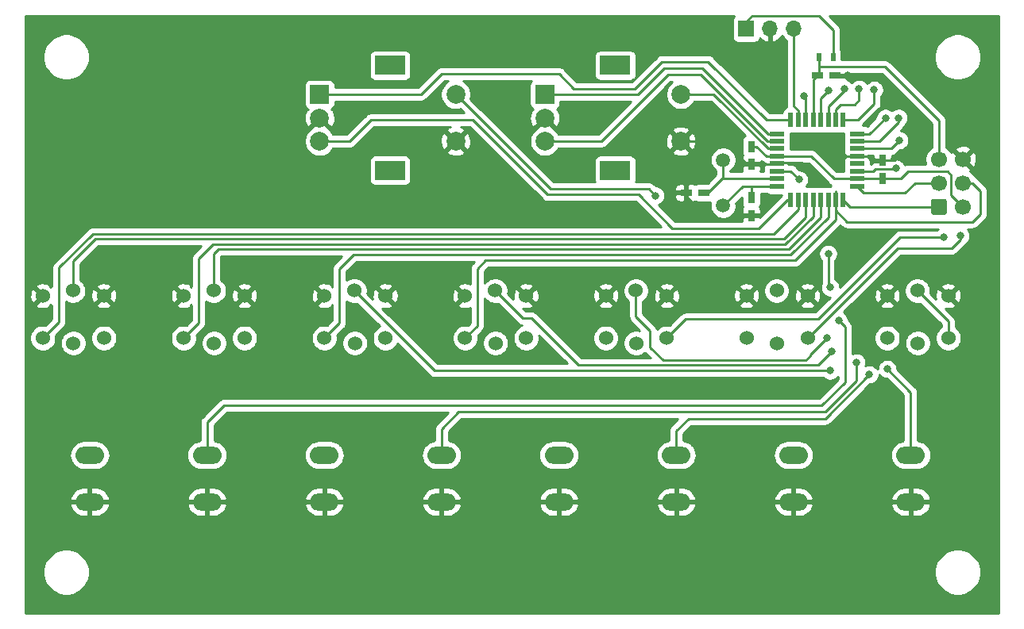
<source format=gtl>
G04 #@! TF.GenerationSoftware,KiCad,Pcbnew,(5.1.9)-1*
G04 #@! TF.CreationDate,2021-04-20T14:37:46+02:00*
G04 #@! TF.ProjectId,light-external-controller,6c696768-742d-4657-9874-65726e616c2d,rev?*
G04 #@! TF.SameCoordinates,Original*
G04 #@! TF.FileFunction,Copper,L1,Top*
G04 #@! TF.FilePolarity,Positive*
%FSLAX46Y46*%
G04 Gerber Fmt 4.6, Leading zero omitted, Abs format (unit mm)*
G04 Created by KiCad (PCBNEW (5.1.9)-1) date 2021-04-20 14:37:46*
%MOMM*%
%LPD*%
G01*
G04 APERTURE LIST*
G04 #@! TA.AperFunction,ComponentPad*
%ADD10C,1.524000*%
G04 #@! TD*
G04 #@! TA.AperFunction,ComponentPad*
%ADD11C,1.500000*%
G04 #@! TD*
G04 #@! TA.AperFunction,SMDPad,CuDef*
%ADD12R,0.550000X1.600000*%
G04 #@! TD*
G04 #@! TA.AperFunction,SMDPad,CuDef*
%ADD13R,1.600000X0.550000*%
G04 #@! TD*
G04 #@! TA.AperFunction,ComponentPad*
%ADD14O,3.048000X1.850000*%
G04 #@! TD*
G04 #@! TA.AperFunction,ComponentPad*
%ADD15R,2.000000X2.000000*%
G04 #@! TD*
G04 #@! TA.AperFunction,ComponentPad*
%ADD16C,2.000000*%
G04 #@! TD*
G04 #@! TA.AperFunction,ComponentPad*
%ADD17R,3.200000X2.000000*%
G04 #@! TD*
G04 #@! TA.AperFunction,SMDPad,CuDef*
%ADD18R,0.500000X0.900000*%
G04 #@! TD*
G04 #@! TA.AperFunction,ComponentPad*
%ADD19O,1.700000X1.700000*%
G04 #@! TD*
G04 #@! TA.AperFunction,ComponentPad*
%ADD20R,1.700000X1.700000*%
G04 #@! TD*
G04 #@! TA.AperFunction,ComponentPad*
%ADD21C,1.700000*%
G04 #@! TD*
G04 #@! TA.AperFunction,SMDPad,CuDef*
%ADD22R,1.200000X0.750000*%
G04 #@! TD*
G04 #@! TA.AperFunction,SMDPad,CuDef*
%ADD23R,0.750000X1.200000*%
G04 #@! TD*
G04 #@! TA.AperFunction,ViaPad*
%ADD24C,0.800000*%
G04 #@! TD*
G04 #@! TA.AperFunction,Conductor*
%ADD25C,0.250000*%
G04 #@! TD*
G04 #@! TA.AperFunction,Conductor*
%ADD26C,0.254000*%
G04 #@! TD*
G04 #@! TA.AperFunction,Conductor*
%ADD27C,0.100000*%
G04 #@! TD*
G04 APERTURE END LIST*
D10*
X115700000Y-114950000D03*
X115750000Y-120550000D03*
X119000000Y-115500000D03*
X112500000Y-115500000D03*
X119000000Y-120000000D03*
X112500000Y-120000000D03*
D11*
X125000000Y-105880000D03*
X125000000Y-101000000D03*
D12*
X132200000Y-96750000D03*
X133000000Y-96750000D03*
X133800000Y-96750000D03*
X134600000Y-96750000D03*
X135400000Y-96750000D03*
X136200000Y-96750000D03*
X137000000Y-96750000D03*
X137800000Y-96750000D03*
D13*
X139250000Y-98200000D03*
X139250000Y-99000000D03*
X139250000Y-99800000D03*
X139250000Y-100600000D03*
X139250000Y-101400000D03*
X139250000Y-102200000D03*
X139250000Y-103000000D03*
X139250000Y-103800000D03*
D12*
X137800000Y-105250000D03*
X137000000Y-105250000D03*
X136200000Y-105250000D03*
X135400000Y-105250000D03*
X134600000Y-105250000D03*
X133800000Y-105250000D03*
X133000000Y-105250000D03*
X132200000Y-105250000D03*
D13*
X130750000Y-103800000D03*
X130750000Y-103000000D03*
X130750000Y-102200000D03*
X130750000Y-101400000D03*
X130750000Y-100600000D03*
X130750000Y-99800000D03*
X130750000Y-99000000D03*
X130750000Y-98200000D03*
D14*
X107500000Y-137500000D03*
X107500000Y-132500000D03*
X120000000Y-137500000D03*
X120000000Y-132500000D03*
X57500000Y-137500000D03*
X57500000Y-132500000D03*
X70000000Y-137500000D03*
X70000000Y-132500000D03*
X132500000Y-137500000D03*
X132500000Y-132500000D03*
X145000000Y-137500000D03*
X145000000Y-132500000D03*
X82500000Y-137500000D03*
X82500000Y-132500000D03*
X95000000Y-137500000D03*
X95000000Y-132500000D03*
D10*
X145700000Y-114950000D03*
X145750000Y-120550000D03*
X149000000Y-115500000D03*
X142500000Y-115500000D03*
X149000000Y-120000000D03*
X142500000Y-120000000D03*
X85700000Y-114950000D03*
X85750000Y-120550000D03*
X89000000Y-115500000D03*
X82500000Y-115500000D03*
X89000000Y-120000000D03*
X82500000Y-120000000D03*
X130700000Y-114950000D03*
X130750000Y-120550000D03*
X134000000Y-115500000D03*
X127500000Y-115500000D03*
X134000000Y-120000000D03*
X127500000Y-120000000D03*
X70700000Y-114950000D03*
X70750000Y-120550000D03*
X74000000Y-115500000D03*
X67500000Y-115500000D03*
X74000000Y-120000000D03*
X67500000Y-120000000D03*
X100700000Y-114950000D03*
X100750000Y-120550000D03*
X104000000Y-115500000D03*
X97500000Y-115500000D03*
X104000000Y-120000000D03*
X97500000Y-120000000D03*
X55700000Y-114950000D03*
X55750000Y-120550000D03*
X59000000Y-115500000D03*
X52500000Y-115500000D03*
X59000000Y-120000000D03*
X52500000Y-120000000D03*
D15*
X106000000Y-94000000D03*
D16*
X106000000Y-96500000D03*
X106000000Y-99000000D03*
D17*
X113500000Y-90900000D03*
X113500000Y-102100000D03*
D16*
X120500000Y-94000000D03*
X120500000Y-99000000D03*
D15*
X82000000Y-94000000D03*
D16*
X82000000Y-96500000D03*
X82000000Y-99000000D03*
D17*
X89500000Y-90900000D03*
X89500000Y-102100000D03*
D16*
X96500000Y-94000000D03*
X96500000Y-99000000D03*
D18*
X136750000Y-90000000D03*
X135250000Y-90000000D03*
D19*
X132540000Y-87000000D03*
X130000000Y-87000000D03*
D20*
X127460000Y-87000000D03*
D21*
X150540000Y-100920000D03*
X150540000Y-103460000D03*
X150540000Y-106000000D03*
X148000000Y-100920000D03*
X148000000Y-103460000D03*
G04 #@! TA.AperFunction,ComponentPad*
G36*
G01*
X147150000Y-106600000D02*
X147150000Y-105400000D01*
G75*
G02*
X147400000Y-105150000I250000J0D01*
G01*
X148600000Y-105150000D01*
G75*
G02*
X148850000Y-105400000I0J-250000D01*
G01*
X148850000Y-106600000D01*
G75*
G02*
X148600000Y-106850000I-250000J0D01*
G01*
X147400000Y-106850000D01*
G75*
G02*
X147150000Y-106600000I0J250000D01*
G01*
G37*
G04 #@! TD.AperFunction*
D22*
X135050000Y-92000000D03*
X136950000Y-92000000D03*
D23*
X128000000Y-101450000D03*
X128000000Y-99550000D03*
X142000000Y-101050000D03*
X142000000Y-102950000D03*
X128000000Y-105050000D03*
X128000000Y-106950000D03*
D22*
X121050000Y-104500000D03*
X122950000Y-104500000D03*
D24*
X133600000Y-94200000D03*
X143400000Y-101900000D03*
X136200000Y-93600000D03*
X143800000Y-98900000D03*
X138300000Y-92000000D03*
X136600000Y-100800000D03*
X134200000Y-102100000D03*
X143600000Y-87200000D03*
X139200000Y-88500000D03*
X146900000Y-97400000D03*
X117800000Y-104800000D03*
X133100000Y-103100000D03*
X150300000Y-109100000D03*
X148500000Y-109200000D03*
X142300000Y-96500000D03*
X141100000Y-93500000D03*
X139500000Y-93400000D03*
X143700000Y-96500000D03*
X136200000Y-111000000D03*
X136400000Y-114600000D03*
X137300000Y-118100000D03*
X121500000Y-106000000D03*
X133400000Y-98800000D03*
X126000000Y-98700000D03*
X117500000Y-102600000D03*
X120600000Y-101600000D03*
X129600000Y-105500000D03*
X142100000Y-109000000D03*
X147200000Y-111700000D03*
X151000000Y-111300000D03*
X149400000Y-98700000D03*
X145300000Y-100200000D03*
X152600000Y-97100000D03*
X116900000Y-87900000D03*
X130600000Y-94800000D03*
X125700000Y-90500000D03*
X143300000Y-94400000D03*
X145500000Y-97300000D03*
X78200000Y-128700000D03*
X78000000Y-124200000D03*
X102000000Y-129300000D03*
X126500000Y-130100000D03*
X105800000Y-121800000D03*
X95300000Y-122100000D03*
X89200000Y-123600000D03*
X110100000Y-120900000D03*
X139900000Y-127400000D03*
X143100000Y-127400000D03*
X151800000Y-125900000D03*
X151200000Y-117500000D03*
X153900000Y-116800000D03*
X106700000Y-113200000D03*
X123300000Y-113500000D03*
X114300000Y-107300000D03*
X97300000Y-107000000D03*
X91700000Y-112600000D03*
X79400000Y-107300000D03*
X78100000Y-112700000D03*
X63400000Y-111600000D03*
X65300000Y-106900000D03*
X54300000Y-109900000D03*
X85600000Y-95800000D03*
X102500000Y-94400000D03*
X109400000Y-96500000D03*
X123500000Y-95900000D03*
X116750000Y-96950000D03*
X124400000Y-87400000D03*
X136600000Y-121400000D03*
X137900000Y-93400000D03*
X136100000Y-120000000D03*
X136400000Y-123500000D03*
X139200000Y-122600000D03*
X142500000Y-123300000D03*
X140600000Y-123900000D03*
D25*
X133800000Y-94400000D02*
X133600000Y-94200000D01*
X133800000Y-96750000D02*
X133800000Y-94400000D01*
X139250000Y-102200000D02*
X141000000Y-102200000D01*
X141224999Y-101975001D02*
X143124999Y-101975001D01*
X141000000Y-102200000D02*
X141224999Y-101975001D01*
X143200000Y-101900000D02*
X143400000Y-101900000D01*
X143124999Y-101975001D02*
X143200000Y-101900000D01*
X135400000Y-94400000D02*
X136200000Y-93600000D01*
X135400000Y-96750000D02*
X135400000Y-94400000D01*
X142900000Y-99800000D02*
X143800000Y-98900000D01*
X139250000Y-99800000D02*
X142900000Y-99800000D01*
X130700000Y-101450000D02*
X130750000Y-101400000D01*
X128000000Y-101450000D02*
X130700000Y-101450000D01*
X128000000Y-106950000D02*
X127050000Y-106950000D01*
X127050000Y-106950000D02*
X126700000Y-107300000D01*
X126700000Y-107300000D02*
X123500000Y-107300000D01*
X121050000Y-104850000D02*
X121050000Y-103000000D01*
X121050000Y-103000000D02*
X121050000Y-102050000D01*
X121050000Y-102050000D02*
X123700000Y-99400000D01*
X123700000Y-99400000D02*
X125500000Y-99400000D01*
X127550000Y-101450000D02*
X128000000Y-101450000D01*
X125500000Y-99400000D02*
X127550000Y-101450000D01*
X123300000Y-99000000D02*
X123700000Y-99400000D01*
X120500000Y-99000000D02*
X123300000Y-99000000D01*
X139250000Y-100600000D02*
X140600000Y-100600000D01*
X141050000Y-101050000D02*
X142000000Y-101050000D01*
X140600000Y-100600000D02*
X141050000Y-101050000D01*
X136950000Y-92000000D02*
X138300000Y-92000000D01*
X136800000Y-100600000D02*
X136600000Y-100800000D01*
X139250000Y-100600000D02*
X136800000Y-100600000D01*
X134200000Y-102100000D02*
X133400000Y-101300000D01*
X130850000Y-101300000D02*
X130750000Y-101400000D01*
X133400000Y-101300000D02*
X130850000Y-101300000D01*
X140500000Y-87200000D02*
X139200000Y-88500000D01*
X143600000Y-87200000D02*
X140500000Y-87200000D01*
X143250000Y-101050000D02*
X146900000Y-97400000D01*
X142000000Y-101050000D02*
X143250000Y-101050000D01*
X125000000Y-102900000D02*
X124900000Y-103000000D01*
X125000000Y-101000000D02*
X125000000Y-102900000D01*
X130750000Y-103000000D02*
X124900000Y-103000000D01*
X125000000Y-105880000D02*
X127080000Y-103800000D01*
X128000000Y-105050000D02*
X128000000Y-103800000D01*
X128000000Y-103800000D02*
X130750000Y-103800000D01*
X127080000Y-103800000D02*
X128000000Y-103800000D01*
X150540000Y-106000000D02*
X149300000Y-104760000D01*
X149300000Y-104760000D02*
X149300000Y-102600000D01*
X149300000Y-102600000D02*
X148900000Y-102200000D01*
X148900000Y-102200000D02*
X144700000Y-102200000D01*
X143950000Y-102950000D02*
X142000000Y-102950000D01*
X144700000Y-102200000D02*
X143950000Y-102950000D01*
X139300000Y-102950000D02*
X139250000Y-103000000D01*
X142000000Y-102950000D02*
X139300000Y-102950000D01*
X139250000Y-103000000D02*
X136800000Y-103000000D01*
X134400000Y-100600000D02*
X130750000Y-100600000D01*
X136800000Y-103000000D02*
X134400000Y-100600000D01*
X128000000Y-99550000D02*
X128550000Y-99550000D01*
X129600000Y-100600000D02*
X130750000Y-100600000D01*
X128550000Y-99550000D02*
X129600000Y-100600000D01*
X136750000Y-90000000D02*
X136750000Y-87150000D01*
X136750000Y-87150000D02*
X135200000Y-85600000D01*
X135200000Y-85600000D02*
X128100000Y-85600000D01*
X127460000Y-86240000D02*
X127460000Y-87000000D01*
X128100000Y-85600000D02*
X127460000Y-86240000D01*
X134600000Y-92450000D02*
X135050000Y-92000000D01*
X134600000Y-96750000D02*
X134600000Y-92450000D01*
X135250000Y-91800000D02*
X135050000Y-92000000D01*
X135250000Y-91050000D02*
X142250000Y-91050000D01*
X135250000Y-90000000D02*
X135250000Y-91050000D01*
X135250000Y-91050000D02*
X135250000Y-91800000D01*
X148000000Y-96800000D02*
X148000000Y-100920000D01*
X142250000Y-91050000D02*
X148000000Y-96800000D01*
X137000000Y-105250000D02*
X137000000Y-104300000D01*
X137000000Y-105250000D02*
X137000000Y-106400000D01*
X137000000Y-106400000D02*
X138200000Y-107600000D01*
X138200000Y-107600000D02*
X151600000Y-107600000D01*
X151600000Y-107600000D02*
X152400000Y-106800000D01*
X152400000Y-106800000D02*
X152400000Y-104300000D01*
X151560000Y-103460000D02*
X150540000Y-103460000D01*
X152400000Y-104300000D02*
X151560000Y-103460000D01*
X139250000Y-103800000D02*
X139950000Y-104500000D01*
X139950000Y-104500000D02*
X144400000Y-104500000D01*
X145440000Y-103460000D02*
X148000000Y-103460000D01*
X144400000Y-104500000D02*
X145440000Y-103460000D01*
X138550000Y-106000000D02*
X137800000Y-105250000D01*
X148000000Y-106000000D02*
X138550000Y-106000000D01*
X132200000Y-96750000D02*
X129650000Y-96750000D01*
X129650000Y-96750000D02*
X123400000Y-90500000D01*
X123400000Y-90500000D02*
X118500000Y-90500000D01*
X118500000Y-90500000D02*
X115600000Y-93400000D01*
X115600000Y-93400000D02*
X109100000Y-93400000D01*
X109100000Y-93400000D02*
X107500000Y-91800000D01*
X107500000Y-91800000D02*
X95000000Y-91800000D01*
X92800000Y-94000000D02*
X82000000Y-94000000D01*
X95000000Y-91800000D02*
X92800000Y-94000000D01*
X132200000Y-105250000D02*
X131850000Y-105250000D01*
X131850000Y-105250000D02*
X128800000Y-108300000D01*
X128800000Y-108300000D02*
X119600000Y-108300000D01*
X119600000Y-108300000D02*
X116000000Y-104700000D01*
X116000000Y-104700000D02*
X106300000Y-104700000D01*
X106300000Y-104700000D02*
X98300000Y-96700000D01*
X98300000Y-96700000D02*
X87500000Y-96700000D01*
X85200000Y-99000000D02*
X82000000Y-99000000D01*
X87500000Y-96700000D02*
X85200000Y-99000000D01*
X96500000Y-94000000D02*
X106600000Y-104100000D01*
X117100000Y-104100000D02*
X117800000Y-104800000D01*
X106600000Y-104100000D02*
X117100000Y-104100000D01*
X132200000Y-102200000D02*
X130750000Y-102200000D01*
X133100000Y-103100000D02*
X132200000Y-102200000D01*
X106000000Y-94000000D02*
X115900000Y-94000000D01*
X115900000Y-94000000D02*
X118700000Y-91200000D01*
X118700000Y-91200000D02*
X122800000Y-91200000D01*
X129800000Y-98200000D02*
X130750000Y-98200000D01*
X122800000Y-91200000D02*
X129800000Y-98200000D01*
X129700000Y-99000000D02*
X122600000Y-91900000D01*
X130750000Y-99000000D02*
X129700000Y-99000000D01*
X122600000Y-91900000D02*
X119100000Y-91900000D01*
X112000000Y-99000000D02*
X106000000Y-99000000D01*
X119100000Y-91900000D02*
X112000000Y-99000000D01*
X130750000Y-99800000D02*
X129800000Y-99800000D01*
X124000000Y-94000000D02*
X120500000Y-94000000D01*
X129800000Y-99800000D02*
X124000000Y-94000000D01*
X55700000Y-114950000D02*
X55700000Y-111800000D01*
X55700000Y-111800000D02*
X58100000Y-109400000D01*
X58100000Y-109400000D02*
X131500000Y-109400000D01*
X133800000Y-107100000D02*
X133800000Y-105250000D01*
X131500000Y-109400000D02*
X133800000Y-107100000D01*
X133000000Y-106300000D02*
X130400000Y-108900000D01*
X133000000Y-105250000D02*
X133000000Y-106300000D01*
X130400000Y-108900000D02*
X57800000Y-108900000D01*
X57800000Y-108900000D02*
X54200000Y-112500000D01*
X54200000Y-118300000D02*
X52500000Y-120000000D01*
X54200000Y-112500000D02*
X54200000Y-118300000D01*
X97500000Y-120000000D02*
X98800000Y-118700000D01*
X98800000Y-118700000D02*
X98800000Y-112600000D01*
X98800000Y-112600000D02*
X99700000Y-111700000D01*
X99700000Y-111700000D02*
X132700000Y-111700000D01*
X137000000Y-107400000D02*
X137000000Y-106400000D01*
X132700000Y-111700000D02*
X137000000Y-107400000D01*
X70700000Y-114950000D02*
X70700000Y-111000000D01*
X70700000Y-111000000D02*
X71200000Y-110500000D01*
X71200000Y-110500000D02*
X132000000Y-110500000D01*
X135400000Y-107100000D02*
X135400000Y-105250000D01*
X132000000Y-110500000D02*
X135400000Y-107100000D01*
X69100000Y-118400000D02*
X67500000Y-120000000D01*
X69100000Y-111500000D02*
X69100000Y-118400000D01*
X70600000Y-110000000D02*
X69100000Y-111500000D01*
X131600000Y-110000000D02*
X70600000Y-110000000D01*
X134600000Y-107000000D02*
X131600000Y-110000000D01*
X134600000Y-105250000D02*
X134600000Y-107000000D01*
X134000000Y-120000000D02*
X143600000Y-110400000D01*
X148600000Y-110400000D02*
X149400000Y-110400000D01*
X143600000Y-110400000D02*
X148600000Y-110400000D01*
X148600000Y-110400000D02*
X148800000Y-110400000D01*
X150300000Y-109500000D02*
X150300000Y-109100000D01*
X149400000Y-110400000D02*
X150300000Y-109500000D01*
X119000000Y-120000000D02*
X121000000Y-118000000D01*
X121000000Y-118000000D02*
X132500000Y-118000000D01*
X132500000Y-118000000D02*
X134600000Y-118000000D01*
X134600000Y-118000000D02*
X135100000Y-118000000D01*
X135100000Y-118000000D02*
X143900000Y-109200000D01*
X143900000Y-109200000D02*
X148500000Y-109200000D01*
X133000000Y-95700000D02*
X133000000Y-96750000D01*
X132540000Y-95240000D02*
X133000000Y-95700000D01*
X132540000Y-87000000D02*
X132540000Y-95240000D01*
X139250000Y-98200000D02*
X140600000Y-98200000D01*
X140600000Y-98200000D02*
X142300000Y-96500000D01*
X135100000Y-122900000D02*
X135500000Y-122500000D01*
X109600000Y-122900000D02*
X135100000Y-122900000D01*
X104600000Y-117900000D02*
X109600000Y-122900000D01*
X103650000Y-117900000D02*
X104600000Y-117900000D01*
X100700000Y-114950000D02*
X103650000Y-117900000D01*
X137800000Y-96750000D02*
X139350000Y-96750000D01*
X141100000Y-95000000D02*
X141100000Y-93500000D01*
X139350000Y-96750000D02*
X141100000Y-95000000D01*
X133800000Y-122400000D02*
X134300000Y-121900000D01*
X118600000Y-122400000D02*
X133800000Y-122400000D01*
X117200000Y-121000000D02*
X118600000Y-122400000D01*
X117200000Y-119200000D02*
X117200000Y-121000000D01*
X115700000Y-117700000D02*
X117200000Y-119200000D01*
X115700000Y-114950000D02*
X115700000Y-117700000D01*
X137000000Y-96750000D02*
X137000000Y-95600000D01*
X137000000Y-95600000D02*
X137500000Y-95100000D01*
X137500000Y-95100000D02*
X139000000Y-95100000D01*
X139500000Y-94600000D02*
X139500000Y-93400000D01*
X139000000Y-95100000D02*
X139500000Y-94600000D01*
X139250000Y-99000000D02*
X141700000Y-99000000D01*
X143700000Y-97000000D02*
X143700000Y-96500000D01*
X141700000Y-99000000D02*
X143700000Y-97000000D01*
X136200000Y-114400000D02*
X136400000Y-114600000D01*
X136200000Y-111000000D02*
X136200000Y-114400000D01*
X137300000Y-118100000D02*
X138000000Y-118800000D01*
X138000000Y-118800000D02*
X138000000Y-124700000D01*
X138000000Y-124700000D02*
X135500000Y-127200000D01*
X135500000Y-127200000D02*
X71800000Y-127200000D01*
X121800000Y-105700000D02*
X121500000Y-106000000D01*
X121800000Y-105600000D02*
X121800000Y-105700000D01*
X123500000Y-107300000D02*
X121800000Y-105600000D01*
X121800000Y-105600000D02*
X121050000Y-104850000D01*
X123400000Y-104500000D02*
X124900000Y-103000000D01*
X122950000Y-104500000D02*
X123400000Y-104500000D01*
X135500000Y-122500000D02*
X136600000Y-121400000D01*
X136200000Y-105250000D02*
X136200000Y-107100000D01*
X136200000Y-107100000D02*
X132200000Y-111100000D01*
X132200000Y-111100000D02*
X85600000Y-111100000D01*
X85600000Y-111100000D02*
X84100000Y-112600000D01*
X84100000Y-118400000D02*
X82500000Y-120000000D01*
X84100000Y-112600000D02*
X84100000Y-118400000D01*
X149000000Y-118250000D02*
X145700000Y-114950000D01*
X149000000Y-120000000D02*
X149000000Y-118250000D01*
X136200000Y-96750000D02*
X136200000Y-95300000D01*
X137900000Y-93600000D02*
X137900000Y-93400000D01*
X136200000Y-95300000D02*
X137900000Y-93600000D01*
X134300000Y-121900000D02*
X134300000Y-121800000D01*
X134300000Y-121800000D02*
X136100000Y-120000000D01*
X85700000Y-114950000D02*
X94250000Y-123500000D01*
X94250000Y-123500000D02*
X136400000Y-123500000D01*
X139200000Y-122600000D02*
X139200000Y-124600000D01*
X139200000Y-124600000D02*
X135900000Y-127900000D01*
X135900000Y-127900000D02*
X96800000Y-127900000D01*
X95000000Y-129700000D02*
X95000000Y-132500000D01*
X96800000Y-127900000D02*
X95000000Y-129700000D01*
X145000000Y-125800000D02*
X145000000Y-132500000D01*
X142500000Y-123300000D02*
X145000000Y-125800000D01*
X70000000Y-129000000D02*
X71800000Y-127200000D01*
X70000000Y-132500000D02*
X70000000Y-129000000D01*
X140600000Y-123900000D02*
X135900000Y-128600000D01*
X135900000Y-128600000D02*
X121300000Y-128600000D01*
X120000000Y-129900000D02*
X120000000Y-132500000D01*
X121300000Y-128600000D02*
X120000000Y-129900000D01*
D26*
X126158815Y-85698815D02*
X126079463Y-85795506D01*
X126020498Y-85905820D01*
X125984188Y-86025518D01*
X125971928Y-86150000D01*
X125971928Y-87850000D01*
X125984188Y-87974482D01*
X126020498Y-88094180D01*
X126079463Y-88204494D01*
X126158815Y-88301185D01*
X126255506Y-88380537D01*
X126365820Y-88439502D01*
X126485518Y-88475812D01*
X126610000Y-88488072D01*
X128310000Y-88488072D01*
X128434482Y-88475812D01*
X128554180Y-88439502D01*
X128664494Y-88380537D01*
X128761185Y-88301185D01*
X128840537Y-88204494D01*
X128899502Y-88094180D01*
X128923966Y-88013534D01*
X128999731Y-88097588D01*
X129233080Y-88271641D01*
X129495901Y-88396825D01*
X129643110Y-88441476D01*
X129873000Y-88320155D01*
X129873000Y-87127000D01*
X129853000Y-87127000D01*
X129853000Y-86873000D01*
X129873000Y-86873000D01*
X129873000Y-86853000D01*
X130127000Y-86853000D01*
X130127000Y-86873000D01*
X130147000Y-86873000D01*
X130147000Y-87127000D01*
X130127000Y-87127000D01*
X130127000Y-88320155D01*
X130356890Y-88441476D01*
X130504099Y-88396825D01*
X130766920Y-88271641D01*
X131000269Y-88097588D01*
X131195178Y-87881355D01*
X131264805Y-87764466D01*
X131386525Y-87946632D01*
X131593368Y-88153475D01*
X131780000Y-88278179D01*
X131780001Y-95202668D01*
X131776324Y-95240000D01*
X131785077Y-95328872D01*
X131680820Y-95360498D01*
X131570506Y-95419463D01*
X131473815Y-95498815D01*
X131394463Y-95595506D01*
X131335498Y-95705820D01*
X131299188Y-95825518D01*
X131286928Y-95950000D01*
X131286928Y-95990000D01*
X129964802Y-95990000D01*
X123963804Y-89989003D01*
X123940001Y-89959999D01*
X123824276Y-89865026D01*
X123692247Y-89794454D01*
X123548986Y-89750997D01*
X123437333Y-89740000D01*
X123437322Y-89740000D01*
X123400000Y-89736324D01*
X123362678Y-89740000D01*
X118537322Y-89740000D01*
X118499999Y-89736324D01*
X118462676Y-89740000D01*
X118462667Y-89740000D01*
X118351014Y-89750997D01*
X118207753Y-89794454D01*
X118075724Y-89865026D01*
X117959999Y-89959999D01*
X117936201Y-89988997D01*
X115285199Y-92640000D01*
X109414802Y-92640000D01*
X108063804Y-91289003D01*
X108040001Y-91259999D01*
X107924276Y-91165026D01*
X107792247Y-91094454D01*
X107648986Y-91050997D01*
X107537333Y-91040000D01*
X107537322Y-91040000D01*
X107500000Y-91036324D01*
X107462678Y-91040000D01*
X95037323Y-91040000D01*
X95000000Y-91036324D01*
X94962677Y-91040000D01*
X94962667Y-91040000D01*
X94851014Y-91050997D01*
X94707753Y-91094454D01*
X94575724Y-91165026D01*
X94459999Y-91259999D01*
X94436201Y-91288997D01*
X92485199Y-93240000D01*
X83638072Y-93240000D01*
X83638072Y-93000000D01*
X83625812Y-92875518D01*
X83589502Y-92755820D01*
X83530537Y-92645506D01*
X83451185Y-92548815D01*
X83354494Y-92469463D01*
X83244180Y-92410498D01*
X83124482Y-92374188D01*
X83000000Y-92361928D01*
X81000000Y-92361928D01*
X80875518Y-92374188D01*
X80755820Y-92410498D01*
X80645506Y-92469463D01*
X80548815Y-92548815D01*
X80469463Y-92645506D01*
X80410498Y-92755820D01*
X80374188Y-92875518D01*
X80361928Y-93000000D01*
X80361928Y-95000000D01*
X80374188Y-95124482D01*
X80410498Y-95244180D01*
X80469463Y-95354494D01*
X80548815Y-95451185D01*
X80645506Y-95530537D01*
X80749223Y-95585976D01*
X80600186Y-95639956D01*
X80459296Y-95929571D01*
X80377616Y-96241108D01*
X80358282Y-96562595D01*
X80402039Y-96881675D01*
X80507205Y-97186088D01*
X80600186Y-97360044D01*
X80864587Y-97455808D01*
X81820395Y-96500000D01*
X81806253Y-96485858D01*
X81985858Y-96306253D01*
X82000000Y-96320395D01*
X82014143Y-96306253D01*
X82193748Y-96485858D01*
X82179605Y-96500000D01*
X83135413Y-97455808D01*
X83399814Y-97360044D01*
X83540704Y-97070429D01*
X83622384Y-96758892D01*
X83641718Y-96437405D01*
X83597961Y-96118325D01*
X83492795Y-95813912D01*
X83399814Y-95639956D01*
X83250777Y-95585976D01*
X83354494Y-95530537D01*
X83451185Y-95451185D01*
X83530537Y-95354494D01*
X83589502Y-95244180D01*
X83625812Y-95124482D01*
X83638072Y-95000000D01*
X83638072Y-94760000D01*
X92762678Y-94760000D01*
X92800000Y-94763676D01*
X92837322Y-94760000D01*
X92837333Y-94760000D01*
X92948986Y-94749003D01*
X93092247Y-94705546D01*
X93224276Y-94634974D01*
X93340001Y-94540001D01*
X93363804Y-94510997D01*
X95314802Y-92560000D01*
X95712190Y-92560000D01*
X95457748Y-92730013D01*
X95230013Y-92957748D01*
X95051082Y-93225537D01*
X94927832Y-93523088D01*
X94865000Y-93838967D01*
X94865000Y-94161033D01*
X94927832Y-94476912D01*
X95051082Y-94774463D01*
X95230013Y-95042252D01*
X95457748Y-95269987D01*
X95725537Y-95448918D01*
X96023088Y-95572168D01*
X96338967Y-95635000D01*
X96661033Y-95635000D01*
X96976912Y-95572168D01*
X96991376Y-95566177D01*
X97365199Y-95940000D01*
X87537322Y-95940000D01*
X87499999Y-95936324D01*
X87462676Y-95940000D01*
X87462667Y-95940000D01*
X87351014Y-95950997D01*
X87207753Y-95994454D01*
X87075724Y-96065026D01*
X86959999Y-96159999D01*
X86936201Y-96188997D01*
X84885199Y-98240000D01*
X83454909Y-98240000D01*
X83448918Y-98225537D01*
X83269987Y-97957748D01*
X83042252Y-97730013D01*
X82945065Y-97665075D01*
X82955808Y-97635413D01*
X82000000Y-96679605D01*
X81044192Y-97635413D01*
X81054935Y-97665075D01*
X80957748Y-97730013D01*
X80730013Y-97957748D01*
X80551082Y-98225537D01*
X80427832Y-98523088D01*
X80365000Y-98838967D01*
X80365000Y-99161033D01*
X80427832Y-99476912D01*
X80551082Y-99774463D01*
X80730013Y-100042252D01*
X80957748Y-100269987D01*
X81225537Y-100448918D01*
X81523088Y-100572168D01*
X81838967Y-100635000D01*
X82161033Y-100635000D01*
X82476912Y-100572168D01*
X82774463Y-100448918D01*
X83042252Y-100269987D01*
X83176826Y-100135413D01*
X95544192Y-100135413D01*
X95639956Y-100399814D01*
X95929571Y-100540704D01*
X96241108Y-100622384D01*
X96562595Y-100641718D01*
X96881675Y-100597961D01*
X97186088Y-100492795D01*
X97360044Y-100399814D01*
X97455808Y-100135413D01*
X96500000Y-99179605D01*
X95544192Y-100135413D01*
X83176826Y-100135413D01*
X83269987Y-100042252D01*
X83448918Y-99774463D01*
X83454909Y-99760000D01*
X85162678Y-99760000D01*
X85200000Y-99763676D01*
X85237322Y-99760000D01*
X85237333Y-99760000D01*
X85348986Y-99749003D01*
X85492247Y-99705546D01*
X85624276Y-99634974D01*
X85740001Y-99540001D01*
X85763804Y-99510997D01*
X86212206Y-99062595D01*
X94858282Y-99062595D01*
X94902039Y-99381675D01*
X95007205Y-99686088D01*
X95100186Y-99860044D01*
X95364587Y-99955808D01*
X96320395Y-99000000D01*
X96679605Y-99000000D01*
X97635413Y-99955808D01*
X97899814Y-99860044D01*
X98040704Y-99570429D01*
X98122384Y-99258892D01*
X98141718Y-98937405D01*
X98097961Y-98618325D01*
X97992795Y-98313912D01*
X97899814Y-98139956D01*
X97635413Y-98044192D01*
X96679605Y-99000000D01*
X96320395Y-99000000D01*
X95364587Y-98044192D01*
X95100186Y-98139956D01*
X94959296Y-98429571D01*
X94877616Y-98741108D01*
X94858282Y-99062595D01*
X86212206Y-99062595D01*
X87814802Y-97460000D01*
X95950551Y-97460000D01*
X95813912Y-97507205D01*
X95639956Y-97600186D01*
X95544192Y-97864587D01*
X96500000Y-98820395D01*
X97455808Y-97864587D01*
X97360044Y-97600186D01*
X97071876Y-97460000D01*
X97985199Y-97460000D01*
X105736205Y-105211008D01*
X105759999Y-105240001D01*
X105788992Y-105263795D01*
X105788996Y-105263799D01*
X105833109Y-105300001D01*
X105875724Y-105334974D01*
X106007753Y-105405546D01*
X106151014Y-105449003D01*
X106262667Y-105460000D01*
X106262676Y-105460000D01*
X106299999Y-105463676D01*
X106337322Y-105460000D01*
X115685199Y-105460000D01*
X118365198Y-108140000D01*
X57837323Y-108140000D01*
X57800000Y-108136324D01*
X57762677Y-108140000D01*
X57762667Y-108140000D01*
X57651014Y-108150997D01*
X57507753Y-108194454D01*
X57375724Y-108265026D01*
X57259999Y-108359999D01*
X57236201Y-108388997D01*
X53689003Y-111936196D01*
X53659999Y-111959999D01*
X53604871Y-112027174D01*
X53565026Y-112075724D01*
X53539074Y-112124277D01*
X53494454Y-112207754D01*
X53450997Y-112351015D01*
X53440000Y-112462668D01*
X53440000Y-112462678D01*
X53436324Y-112500000D01*
X53440000Y-112537323D01*
X53440000Y-114455654D01*
X53402369Y-114418023D01*
X53285959Y-114534433D01*
X53218980Y-114294344D01*
X52969952Y-114177244D01*
X52702865Y-114110977D01*
X52427983Y-114098090D01*
X52155867Y-114139078D01*
X51896977Y-114232364D01*
X51781020Y-114294344D01*
X51714040Y-114534435D01*
X52500000Y-115320395D01*
X52514143Y-115306253D01*
X52693748Y-115485858D01*
X52679605Y-115500000D01*
X52693748Y-115514143D01*
X52514143Y-115693748D01*
X52500000Y-115679605D01*
X51714040Y-116465565D01*
X51781020Y-116705656D01*
X52030048Y-116822756D01*
X52297135Y-116889023D01*
X52572017Y-116901910D01*
X52844133Y-116860922D01*
X53103023Y-116767636D01*
X53218980Y-116705656D01*
X53285959Y-116465567D01*
X53402369Y-116581977D01*
X53440001Y-116544345D01*
X53440001Y-117985197D01*
X52791570Y-118633628D01*
X52637592Y-118603000D01*
X52362408Y-118603000D01*
X52092510Y-118656686D01*
X51838273Y-118761995D01*
X51609465Y-118914880D01*
X51414880Y-119109465D01*
X51261995Y-119338273D01*
X51156686Y-119592510D01*
X51103000Y-119862408D01*
X51103000Y-120137592D01*
X51156686Y-120407490D01*
X51261995Y-120661727D01*
X51414880Y-120890535D01*
X51609465Y-121085120D01*
X51838273Y-121238005D01*
X52092510Y-121343314D01*
X52362408Y-121397000D01*
X52637592Y-121397000D01*
X52907490Y-121343314D01*
X53161727Y-121238005D01*
X53390535Y-121085120D01*
X53585120Y-120890535D01*
X53738005Y-120661727D01*
X53841276Y-120412408D01*
X54353000Y-120412408D01*
X54353000Y-120687592D01*
X54406686Y-120957490D01*
X54511995Y-121211727D01*
X54664880Y-121440535D01*
X54859465Y-121635120D01*
X55088273Y-121788005D01*
X55342510Y-121893314D01*
X55612408Y-121947000D01*
X55887592Y-121947000D01*
X56157490Y-121893314D01*
X56411727Y-121788005D01*
X56640535Y-121635120D01*
X56835120Y-121440535D01*
X56988005Y-121211727D01*
X57093314Y-120957490D01*
X57147000Y-120687592D01*
X57147000Y-120412408D01*
X57093314Y-120142510D01*
X56988005Y-119888273D01*
X56970723Y-119862408D01*
X57603000Y-119862408D01*
X57603000Y-120137592D01*
X57656686Y-120407490D01*
X57761995Y-120661727D01*
X57914880Y-120890535D01*
X58109465Y-121085120D01*
X58338273Y-121238005D01*
X58592510Y-121343314D01*
X58862408Y-121397000D01*
X59137592Y-121397000D01*
X59407490Y-121343314D01*
X59661727Y-121238005D01*
X59890535Y-121085120D01*
X60085120Y-120890535D01*
X60238005Y-120661727D01*
X60343314Y-120407490D01*
X60397000Y-120137592D01*
X60397000Y-119862408D01*
X60343314Y-119592510D01*
X60238005Y-119338273D01*
X60085120Y-119109465D01*
X59890535Y-118914880D01*
X59661727Y-118761995D01*
X59407490Y-118656686D01*
X59137592Y-118603000D01*
X58862408Y-118603000D01*
X58592510Y-118656686D01*
X58338273Y-118761995D01*
X58109465Y-118914880D01*
X57914880Y-119109465D01*
X57761995Y-119338273D01*
X57656686Y-119592510D01*
X57603000Y-119862408D01*
X56970723Y-119862408D01*
X56835120Y-119659465D01*
X56640535Y-119464880D01*
X56411727Y-119311995D01*
X56157490Y-119206686D01*
X55887592Y-119153000D01*
X55612408Y-119153000D01*
X55342510Y-119206686D01*
X55088273Y-119311995D01*
X54859465Y-119464880D01*
X54664880Y-119659465D01*
X54511995Y-119888273D01*
X54406686Y-120142510D01*
X54353000Y-120412408D01*
X53841276Y-120412408D01*
X53843314Y-120407490D01*
X53897000Y-120137592D01*
X53897000Y-119862408D01*
X53866372Y-119708430D01*
X54711003Y-118863799D01*
X54740001Y-118840001D01*
X54792753Y-118775723D01*
X54834974Y-118724277D01*
X54905546Y-118592247D01*
X54914175Y-118563799D01*
X54949003Y-118448986D01*
X54960000Y-118337333D01*
X54960000Y-118337324D01*
X54963676Y-118300001D01*
X54960000Y-118262678D01*
X54960000Y-116465565D01*
X58214040Y-116465565D01*
X58281020Y-116705656D01*
X58530048Y-116822756D01*
X58797135Y-116889023D01*
X59072017Y-116901910D01*
X59344133Y-116860922D01*
X59603023Y-116767636D01*
X59718980Y-116705656D01*
X59785960Y-116465565D01*
X59000000Y-115679605D01*
X58214040Y-116465565D01*
X54960000Y-116465565D01*
X54960000Y-116135705D01*
X55038273Y-116188005D01*
X55292510Y-116293314D01*
X55562408Y-116347000D01*
X55837592Y-116347000D01*
X56107490Y-116293314D01*
X56361727Y-116188005D01*
X56590535Y-116035120D01*
X56785120Y-115840535D01*
X56938005Y-115611727D01*
X56954453Y-115572017D01*
X57598090Y-115572017D01*
X57639078Y-115844133D01*
X57732364Y-116103023D01*
X57794344Y-116218980D01*
X58034435Y-116285960D01*
X58820395Y-115500000D01*
X59179605Y-115500000D01*
X59965565Y-116285960D01*
X60205656Y-116218980D01*
X60322756Y-115969952D01*
X60389023Y-115702865D01*
X60395157Y-115572017D01*
X66098090Y-115572017D01*
X66139078Y-115844133D01*
X66232364Y-116103023D01*
X66294344Y-116218980D01*
X66534435Y-116285960D01*
X67320395Y-115500000D01*
X66534435Y-114714040D01*
X66294344Y-114781020D01*
X66177244Y-115030048D01*
X66110977Y-115297135D01*
X66098090Y-115572017D01*
X60395157Y-115572017D01*
X60401910Y-115427983D01*
X60360922Y-115155867D01*
X60267636Y-114896977D01*
X60205656Y-114781020D01*
X59965565Y-114714040D01*
X59179605Y-115500000D01*
X58820395Y-115500000D01*
X58034435Y-114714040D01*
X57794344Y-114781020D01*
X57677244Y-115030048D01*
X57610977Y-115297135D01*
X57598090Y-115572017D01*
X56954453Y-115572017D01*
X57043314Y-115357490D01*
X57097000Y-115087592D01*
X57097000Y-114812408D01*
X57043314Y-114542510D01*
X57039970Y-114534435D01*
X58214040Y-114534435D01*
X59000000Y-115320395D01*
X59785960Y-114534435D01*
X59718980Y-114294344D01*
X59469952Y-114177244D01*
X59202865Y-114110977D01*
X58927983Y-114098090D01*
X58655867Y-114139078D01*
X58396977Y-114232364D01*
X58281020Y-114294344D01*
X58214040Y-114534435D01*
X57039970Y-114534435D01*
X56938005Y-114288273D01*
X56785120Y-114059465D01*
X56590535Y-113864880D01*
X56460000Y-113777659D01*
X56460000Y-112114801D01*
X58414802Y-110160000D01*
X69365198Y-110160000D01*
X68589003Y-110936196D01*
X68559999Y-110959999D01*
X68504871Y-111027174D01*
X68465026Y-111075724D01*
X68417293Y-111165026D01*
X68394454Y-111207754D01*
X68350997Y-111351015D01*
X68340000Y-111462668D01*
X68340000Y-111462678D01*
X68336324Y-111500000D01*
X68340000Y-111537323D01*
X68340000Y-114480392D01*
X68285959Y-114534433D01*
X68218980Y-114294344D01*
X67969952Y-114177244D01*
X67702865Y-114110977D01*
X67427983Y-114098090D01*
X67155867Y-114139078D01*
X66896977Y-114232364D01*
X66781020Y-114294344D01*
X66714040Y-114534435D01*
X67500000Y-115320395D01*
X67514143Y-115306253D01*
X67693748Y-115485858D01*
X67679605Y-115500000D01*
X67693748Y-115514143D01*
X67514143Y-115693748D01*
X67500000Y-115679605D01*
X66714040Y-116465565D01*
X66781020Y-116705656D01*
X67030048Y-116822756D01*
X67297135Y-116889023D01*
X67572017Y-116901910D01*
X67844133Y-116860922D01*
X68103023Y-116767636D01*
X68218980Y-116705656D01*
X68285959Y-116465567D01*
X68340001Y-116519609D01*
X68340001Y-118085197D01*
X67791570Y-118633628D01*
X67637592Y-118603000D01*
X67362408Y-118603000D01*
X67092510Y-118656686D01*
X66838273Y-118761995D01*
X66609465Y-118914880D01*
X66414880Y-119109465D01*
X66261995Y-119338273D01*
X66156686Y-119592510D01*
X66103000Y-119862408D01*
X66103000Y-120137592D01*
X66156686Y-120407490D01*
X66261995Y-120661727D01*
X66414880Y-120890535D01*
X66609465Y-121085120D01*
X66838273Y-121238005D01*
X67092510Y-121343314D01*
X67362408Y-121397000D01*
X67637592Y-121397000D01*
X67907490Y-121343314D01*
X68161727Y-121238005D01*
X68390535Y-121085120D01*
X68585120Y-120890535D01*
X68738005Y-120661727D01*
X68841276Y-120412408D01*
X69353000Y-120412408D01*
X69353000Y-120687592D01*
X69406686Y-120957490D01*
X69511995Y-121211727D01*
X69664880Y-121440535D01*
X69859465Y-121635120D01*
X70088273Y-121788005D01*
X70342510Y-121893314D01*
X70612408Y-121947000D01*
X70887592Y-121947000D01*
X71157490Y-121893314D01*
X71411727Y-121788005D01*
X71640535Y-121635120D01*
X71835120Y-121440535D01*
X71988005Y-121211727D01*
X72093314Y-120957490D01*
X72147000Y-120687592D01*
X72147000Y-120412408D01*
X72093314Y-120142510D01*
X71988005Y-119888273D01*
X71970723Y-119862408D01*
X72603000Y-119862408D01*
X72603000Y-120137592D01*
X72656686Y-120407490D01*
X72761995Y-120661727D01*
X72914880Y-120890535D01*
X73109465Y-121085120D01*
X73338273Y-121238005D01*
X73592510Y-121343314D01*
X73862408Y-121397000D01*
X74137592Y-121397000D01*
X74407490Y-121343314D01*
X74661727Y-121238005D01*
X74890535Y-121085120D01*
X75085120Y-120890535D01*
X75238005Y-120661727D01*
X75343314Y-120407490D01*
X75397000Y-120137592D01*
X75397000Y-119862408D01*
X75343314Y-119592510D01*
X75238005Y-119338273D01*
X75085120Y-119109465D01*
X74890535Y-118914880D01*
X74661727Y-118761995D01*
X74407490Y-118656686D01*
X74137592Y-118603000D01*
X73862408Y-118603000D01*
X73592510Y-118656686D01*
X73338273Y-118761995D01*
X73109465Y-118914880D01*
X72914880Y-119109465D01*
X72761995Y-119338273D01*
X72656686Y-119592510D01*
X72603000Y-119862408D01*
X71970723Y-119862408D01*
X71835120Y-119659465D01*
X71640535Y-119464880D01*
X71411727Y-119311995D01*
X71157490Y-119206686D01*
X70887592Y-119153000D01*
X70612408Y-119153000D01*
X70342510Y-119206686D01*
X70088273Y-119311995D01*
X69859465Y-119464880D01*
X69664880Y-119659465D01*
X69511995Y-119888273D01*
X69406686Y-120142510D01*
X69353000Y-120412408D01*
X68841276Y-120412408D01*
X68843314Y-120407490D01*
X68897000Y-120137592D01*
X68897000Y-119862408D01*
X68866372Y-119708430D01*
X69611003Y-118963799D01*
X69640001Y-118940001D01*
X69734974Y-118824276D01*
X69805546Y-118692247D01*
X69849003Y-118548986D01*
X69860000Y-118437333D01*
X69860000Y-118437325D01*
X69863676Y-118400000D01*
X69860000Y-118362675D01*
X69860000Y-116465565D01*
X73214040Y-116465565D01*
X73281020Y-116705656D01*
X73530048Y-116822756D01*
X73797135Y-116889023D01*
X74072017Y-116901910D01*
X74344133Y-116860922D01*
X74603023Y-116767636D01*
X74718980Y-116705656D01*
X74785960Y-116465565D01*
X74000000Y-115679605D01*
X73214040Y-116465565D01*
X69860000Y-116465565D01*
X69860000Y-116068886D01*
X70038273Y-116188005D01*
X70292510Y-116293314D01*
X70562408Y-116347000D01*
X70837592Y-116347000D01*
X71107490Y-116293314D01*
X71361727Y-116188005D01*
X71590535Y-116035120D01*
X71785120Y-115840535D01*
X71938005Y-115611727D01*
X71954453Y-115572017D01*
X72598090Y-115572017D01*
X72639078Y-115844133D01*
X72732364Y-116103023D01*
X72794344Y-116218980D01*
X73034435Y-116285960D01*
X73820395Y-115500000D01*
X74179605Y-115500000D01*
X74965565Y-116285960D01*
X75205656Y-116218980D01*
X75322756Y-115969952D01*
X75389023Y-115702865D01*
X75395157Y-115572017D01*
X81098090Y-115572017D01*
X81139078Y-115844133D01*
X81232364Y-116103023D01*
X81294344Y-116218980D01*
X81534435Y-116285960D01*
X82320395Y-115500000D01*
X81534435Y-114714040D01*
X81294344Y-114781020D01*
X81177244Y-115030048D01*
X81110977Y-115297135D01*
X81098090Y-115572017D01*
X75395157Y-115572017D01*
X75401910Y-115427983D01*
X75360922Y-115155867D01*
X75267636Y-114896977D01*
X75205656Y-114781020D01*
X74965565Y-114714040D01*
X74179605Y-115500000D01*
X73820395Y-115500000D01*
X73034435Y-114714040D01*
X72794344Y-114781020D01*
X72677244Y-115030048D01*
X72610977Y-115297135D01*
X72598090Y-115572017D01*
X71954453Y-115572017D01*
X72043314Y-115357490D01*
X72097000Y-115087592D01*
X72097000Y-114812408D01*
X72043314Y-114542510D01*
X72039970Y-114534435D01*
X73214040Y-114534435D01*
X74000000Y-115320395D01*
X74785960Y-114534435D01*
X74718980Y-114294344D01*
X74469952Y-114177244D01*
X74202865Y-114110977D01*
X73927983Y-114098090D01*
X73655867Y-114139078D01*
X73396977Y-114232364D01*
X73281020Y-114294344D01*
X73214040Y-114534435D01*
X72039970Y-114534435D01*
X71938005Y-114288273D01*
X71785120Y-114059465D01*
X71590535Y-113864880D01*
X71460000Y-113777659D01*
X71460000Y-111314801D01*
X71514801Y-111260000D01*
X84365198Y-111260000D01*
X83589003Y-112036196D01*
X83559999Y-112059999D01*
X83533535Y-112092246D01*
X83465026Y-112175724D01*
X83417949Y-112263799D01*
X83394454Y-112307754D01*
X83350997Y-112451015D01*
X83340000Y-112562668D01*
X83340000Y-112562678D01*
X83336324Y-112600000D01*
X83340000Y-112637323D01*
X83340000Y-114480392D01*
X83285959Y-114534433D01*
X83218980Y-114294344D01*
X82969952Y-114177244D01*
X82702865Y-114110977D01*
X82427983Y-114098090D01*
X82155867Y-114139078D01*
X81896977Y-114232364D01*
X81781020Y-114294344D01*
X81714040Y-114534435D01*
X82500000Y-115320395D01*
X82514143Y-115306253D01*
X82693748Y-115485858D01*
X82679605Y-115500000D01*
X82693748Y-115514143D01*
X82514143Y-115693748D01*
X82500000Y-115679605D01*
X81714040Y-116465565D01*
X81781020Y-116705656D01*
X82030048Y-116822756D01*
X82297135Y-116889023D01*
X82572017Y-116901910D01*
X82844133Y-116860922D01*
X83103023Y-116767636D01*
X83218980Y-116705656D01*
X83285959Y-116465567D01*
X83340001Y-116519609D01*
X83340001Y-118085197D01*
X82791570Y-118633628D01*
X82637592Y-118603000D01*
X82362408Y-118603000D01*
X82092510Y-118656686D01*
X81838273Y-118761995D01*
X81609465Y-118914880D01*
X81414880Y-119109465D01*
X81261995Y-119338273D01*
X81156686Y-119592510D01*
X81103000Y-119862408D01*
X81103000Y-120137592D01*
X81156686Y-120407490D01*
X81261995Y-120661727D01*
X81414880Y-120890535D01*
X81609465Y-121085120D01*
X81838273Y-121238005D01*
X82092510Y-121343314D01*
X82362408Y-121397000D01*
X82637592Y-121397000D01*
X82907490Y-121343314D01*
X83161727Y-121238005D01*
X83390535Y-121085120D01*
X83585120Y-120890535D01*
X83738005Y-120661727D01*
X83841276Y-120412408D01*
X84353000Y-120412408D01*
X84353000Y-120687592D01*
X84406686Y-120957490D01*
X84511995Y-121211727D01*
X84664880Y-121440535D01*
X84859465Y-121635120D01*
X85088273Y-121788005D01*
X85342510Y-121893314D01*
X85612408Y-121947000D01*
X85887592Y-121947000D01*
X86157490Y-121893314D01*
X86411727Y-121788005D01*
X86640535Y-121635120D01*
X86835120Y-121440535D01*
X86988005Y-121211727D01*
X87093314Y-120957490D01*
X87147000Y-120687592D01*
X87147000Y-120412408D01*
X87093314Y-120142510D01*
X86988005Y-119888273D01*
X86835120Y-119659465D01*
X86640535Y-119464880D01*
X86411727Y-119311995D01*
X86157490Y-119206686D01*
X85887592Y-119153000D01*
X85612408Y-119153000D01*
X85342510Y-119206686D01*
X85088273Y-119311995D01*
X84859465Y-119464880D01*
X84664880Y-119659465D01*
X84511995Y-119888273D01*
X84406686Y-120142510D01*
X84353000Y-120412408D01*
X83841276Y-120412408D01*
X83843314Y-120407490D01*
X83897000Y-120137592D01*
X83897000Y-119862408D01*
X83866372Y-119708430D01*
X84611003Y-118963799D01*
X84640001Y-118940001D01*
X84734974Y-118824276D01*
X84805546Y-118692247D01*
X84849003Y-118548986D01*
X84860000Y-118437333D01*
X84860000Y-118437325D01*
X84863676Y-118400000D01*
X84860000Y-118362675D01*
X84860000Y-116068886D01*
X85038273Y-116188005D01*
X85292510Y-116293314D01*
X85562408Y-116347000D01*
X85837592Y-116347000D01*
X85991571Y-116316372D01*
X88408220Y-118733022D01*
X88338273Y-118761995D01*
X88109465Y-118914880D01*
X87914880Y-119109465D01*
X87761995Y-119338273D01*
X87656686Y-119592510D01*
X87603000Y-119862408D01*
X87603000Y-120137592D01*
X87656686Y-120407490D01*
X87761995Y-120661727D01*
X87914880Y-120890535D01*
X88109465Y-121085120D01*
X88338273Y-121238005D01*
X88592510Y-121343314D01*
X88862408Y-121397000D01*
X89137592Y-121397000D01*
X89407490Y-121343314D01*
X89661727Y-121238005D01*
X89890535Y-121085120D01*
X90085120Y-120890535D01*
X90238005Y-120661727D01*
X90266978Y-120591780D01*
X93686201Y-124011003D01*
X93709999Y-124040001D01*
X93738997Y-124063799D01*
X93825723Y-124134974D01*
X93950928Y-124201898D01*
X93957753Y-124205546D01*
X94101014Y-124249003D01*
X94212667Y-124260000D01*
X94212677Y-124260000D01*
X94250000Y-124263676D01*
X94287323Y-124260000D01*
X135696289Y-124260000D01*
X135740226Y-124303937D01*
X135909744Y-124417205D01*
X136098102Y-124495226D01*
X136298061Y-124535000D01*
X136501939Y-124535000D01*
X136701898Y-124495226D01*
X136890256Y-124417205D01*
X137059774Y-124303937D01*
X137203937Y-124159774D01*
X137240001Y-124105800D01*
X137240001Y-124385197D01*
X135185199Y-126440000D01*
X71837322Y-126440000D01*
X71799999Y-126436324D01*
X71762676Y-126440000D01*
X71762667Y-126440000D01*
X71651014Y-126450997D01*
X71507753Y-126494454D01*
X71375724Y-126565026D01*
X71375722Y-126565027D01*
X71375723Y-126565027D01*
X71288996Y-126636201D01*
X71288992Y-126636205D01*
X71259999Y-126659999D01*
X71236205Y-126688992D01*
X69488998Y-128436201D01*
X69460000Y-128459999D01*
X69436202Y-128488997D01*
X69436201Y-128488998D01*
X69365026Y-128575724D01*
X69294454Y-128707754D01*
X69250998Y-128851015D01*
X69236324Y-129000000D01*
X69240001Y-129037332D01*
X69240000Y-130948309D01*
X69095187Y-130962572D01*
X68801125Y-131051774D01*
X68530117Y-131196631D01*
X68292576Y-131391576D01*
X68097631Y-131629117D01*
X67952774Y-131900125D01*
X67863572Y-132194187D01*
X67833452Y-132500000D01*
X67863572Y-132805813D01*
X67952774Y-133099875D01*
X68097631Y-133370883D01*
X68292576Y-133608424D01*
X68530117Y-133803369D01*
X68801125Y-133948226D01*
X69095187Y-134037428D01*
X69324364Y-134060000D01*
X70675636Y-134060000D01*
X70904813Y-134037428D01*
X71198875Y-133948226D01*
X71469883Y-133803369D01*
X71707424Y-133608424D01*
X71902369Y-133370883D01*
X72047226Y-133099875D01*
X72136428Y-132805813D01*
X72166548Y-132500000D01*
X80333452Y-132500000D01*
X80363572Y-132805813D01*
X80452774Y-133099875D01*
X80597631Y-133370883D01*
X80792576Y-133608424D01*
X81030117Y-133803369D01*
X81301125Y-133948226D01*
X81595187Y-134037428D01*
X81824364Y-134060000D01*
X83175636Y-134060000D01*
X83404813Y-134037428D01*
X83698875Y-133948226D01*
X83969883Y-133803369D01*
X84207424Y-133608424D01*
X84402369Y-133370883D01*
X84547226Y-133099875D01*
X84636428Y-132805813D01*
X84666548Y-132500000D01*
X84636428Y-132194187D01*
X84547226Y-131900125D01*
X84402369Y-131629117D01*
X84207424Y-131391576D01*
X83969883Y-131196631D01*
X83698875Y-131051774D01*
X83404813Y-130962572D01*
X83175636Y-130940000D01*
X81824364Y-130940000D01*
X81595187Y-130962572D01*
X81301125Y-131051774D01*
X81030117Y-131196631D01*
X80792576Y-131391576D01*
X80597631Y-131629117D01*
X80452774Y-131900125D01*
X80363572Y-132194187D01*
X80333452Y-132500000D01*
X72166548Y-132500000D01*
X72136428Y-132194187D01*
X72047226Y-131900125D01*
X71902369Y-131629117D01*
X71707424Y-131391576D01*
X71469883Y-131196631D01*
X71198875Y-131051774D01*
X70904813Y-130962572D01*
X70760000Y-130948309D01*
X70760000Y-129314801D01*
X72114803Y-127960000D01*
X95665198Y-127960000D01*
X94489002Y-129136197D01*
X94459999Y-129159999D01*
X94431723Y-129194454D01*
X94365026Y-129275724D01*
X94304479Y-129388998D01*
X94294454Y-129407754D01*
X94250997Y-129551015D01*
X94240000Y-129662668D01*
X94240000Y-129662678D01*
X94236324Y-129700000D01*
X94240000Y-129737323D01*
X94240000Y-130948309D01*
X94095187Y-130962572D01*
X93801125Y-131051774D01*
X93530117Y-131196631D01*
X93292576Y-131391576D01*
X93097631Y-131629117D01*
X92952774Y-131900125D01*
X92863572Y-132194187D01*
X92833452Y-132500000D01*
X92863572Y-132805813D01*
X92952774Y-133099875D01*
X93097631Y-133370883D01*
X93292576Y-133608424D01*
X93530117Y-133803369D01*
X93801125Y-133948226D01*
X94095187Y-134037428D01*
X94324364Y-134060000D01*
X95675636Y-134060000D01*
X95904813Y-134037428D01*
X96198875Y-133948226D01*
X96469883Y-133803369D01*
X96707424Y-133608424D01*
X96902369Y-133370883D01*
X97047226Y-133099875D01*
X97136428Y-132805813D01*
X97166548Y-132500000D01*
X105333452Y-132500000D01*
X105363572Y-132805813D01*
X105452774Y-133099875D01*
X105597631Y-133370883D01*
X105792576Y-133608424D01*
X106030117Y-133803369D01*
X106301125Y-133948226D01*
X106595187Y-134037428D01*
X106824364Y-134060000D01*
X108175636Y-134060000D01*
X108404813Y-134037428D01*
X108698875Y-133948226D01*
X108969883Y-133803369D01*
X109207424Y-133608424D01*
X109402369Y-133370883D01*
X109547226Y-133099875D01*
X109636428Y-132805813D01*
X109666548Y-132500000D01*
X109636428Y-132194187D01*
X109547226Y-131900125D01*
X109402369Y-131629117D01*
X109207424Y-131391576D01*
X108969883Y-131196631D01*
X108698875Y-131051774D01*
X108404813Y-130962572D01*
X108175636Y-130940000D01*
X106824364Y-130940000D01*
X106595187Y-130962572D01*
X106301125Y-131051774D01*
X106030117Y-131196631D01*
X105792576Y-131391576D01*
X105597631Y-131629117D01*
X105452774Y-131900125D01*
X105363572Y-132194187D01*
X105333452Y-132500000D01*
X97166548Y-132500000D01*
X97136428Y-132194187D01*
X97047226Y-131900125D01*
X96902369Y-131629117D01*
X96707424Y-131391576D01*
X96469883Y-131196631D01*
X96198875Y-131051774D01*
X95904813Y-130962572D01*
X95760000Y-130948309D01*
X95760000Y-130014801D01*
X97114803Y-128660000D01*
X120165198Y-128660000D01*
X119489003Y-129336196D01*
X119459999Y-129359999D01*
X119420809Y-129407753D01*
X119365026Y-129475724D01*
X119324782Y-129551015D01*
X119294454Y-129607754D01*
X119250997Y-129751015D01*
X119240000Y-129862668D01*
X119240000Y-129862678D01*
X119236324Y-129900000D01*
X119240000Y-129937323D01*
X119240000Y-130948309D01*
X119095187Y-130962572D01*
X118801125Y-131051774D01*
X118530117Y-131196631D01*
X118292576Y-131391576D01*
X118097631Y-131629117D01*
X117952774Y-131900125D01*
X117863572Y-132194187D01*
X117833452Y-132500000D01*
X117863572Y-132805813D01*
X117952774Y-133099875D01*
X118097631Y-133370883D01*
X118292576Y-133608424D01*
X118530117Y-133803369D01*
X118801125Y-133948226D01*
X119095187Y-134037428D01*
X119324364Y-134060000D01*
X120675636Y-134060000D01*
X120904813Y-134037428D01*
X121198875Y-133948226D01*
X121469883Y-133803369D01*
X121707424Y-133608424D01*
X121902369Y-133370883D01*
X122047226Y-133099875D01*
X122136428Y-132805813D01*
X122166548Y-132500000D01*
X130333452Y-132500000D01*
X130363572Y-132805813D01*
X130452774Y-133099875D01*
X130597631Y-133370883D01*
X130792576Y-133608424D01*
X131030117Y-133803369D01*
X131301125Y-133948226D01*
X131595187Y-134037428D01*
X131824364Y-134060000D01*
X133175636Y-134060000D01*
X133404813Y-134037428D01*
X133698875Y-133948226D01*
X133969883Y-133803369D01*
X134207424Y-133608424D01*
X134402369Y-133370883D01*
X134547226Y-133099875D01*
X134636428Y-132805813D01*
X134666548Y-132500000D01*
X134636428Y-132194187D01*
X134547226Y-131900125D01*
X134402369Y-131629117D01*
X134207424Y-131391576D01*
X133969883Y-131196631D01*
X133698875Y-131051774D01*
X133404813Y-130962572D01*
X133175636Y-130940000D01*
X131824364Y-130940000D01*
X131595187Y-130962572D01*
X131301125Y-131051774D01*
X131030117Y-131196631D01*
X130792576Y-131391576D01*
X130597631Y-131629117D01*
X130452774Y-131900125D01*
X130363572Y-132194187D01*
X130333452Y-132500000D01*
X122166548Y-132500000D01*
X122136428Y-132194187D01*
X122047226Y-131900125D01*
X121902369Y-131629117D01*
X121707424Y-131391576D01*
X121469883Y-131196631D01*
X121198875Y-131051774D01*
X120904813Y-130962572D01*
X120760000Y-130948309D01*
X120760000Y-130214801D01*
X121614802Y-129360000D01*
X135862678Y-129360000D01*
X135900000Y-129363676D01*
X135937322Y-129360000D01*
X135937333Y-129360000D01*
X136048986Y-129349003D01*
X136192247Y-129305546D01*
X136324276Y-129234974D01*
X136440001Y-129140001D01*
X136463804Y-129110997D01*
X140639802Y-124935000D01*
X140701939Y-124935000D01*
X140901898Y-124895226D01*
X141090256Y-124817205D01*
X141259774Y-124703937D01*
X141403937Y-124559774D01*
X141517205Y-124390256D01*
X141595226Y-124201898D01*
X141635000Y-124001939D01*
X141635000Y-123868387D01*
X141696063Y-123959774D01*
X141840226Y-124103937D01*
X142009744Y-124217205D01*
X142198102Y-124295226D01*
X142398061Y-124335000D01*
X142460199Y-124335000D01*
X144240000Y-126114802D01*
X144240001Y-130948309D01*
X144095187Y-130962572D01*
X143801125Y-131051774D01*
X143530117Y-131196631D01*
X143292576Y-131391576D01*
X143097631Y-131629117D01*
X142952774Y-131900125D01*
X142863572Y-132194187D01*
X142833452Y-132500000D01*
X142863572Y-132805813D01*
X142952774Y-133099875D01*
X143097631Y-133370883D01*
X143292576Y-133608424D01*
X143530117Y-133803369D01*
X143801125Y-133948226D01*
X144095187Y-134037428D01*
X144324364Y-134060000D01*
X145675636Y-134060000D01*
X145904813Y-134037428D01*
X146198875Y-133948226D01*
X146469883Y-133803369D01*
X146707424Y-133608424D01*
X146902369Y-133370883D01*
X147047226Y-133099875D01*
X147136428Y-132805813D01*
X147166548Y-132500000D01*
X147136428Y-132194187D01*
X147047226Y-131900125D01*
X146902369Y-131629117D01*
X146707424Y-131391576D01*
X146469883Y-131196631D01*
X146198875Y-131051774D01*
X145904813Y-130962572D01*
X145760000Y-130948309D01*
X145760000Y-125837323D01*
X145763676Y-125800000D01*
X145760000Y-125762677D01*
X145760000Y-125762667D01*
X145749003Y-125651014D01*
X145705546Y-125507753D01*
X145674143Y-125449003D01*
X145634974Y-125375723D01*
X145563799Y-125288997D01*
X145540001Y-125259999D01*
X145511004Y-125236202D01*
X143535000Y-123260199D01*
X143535000Y-123198061D01*
X143495226Y-122998102D01*
X143417205Y-122809744D01*
X143303937Y-122640226D01*
X143159774Y-122496063D01*
X142990256Y-122382795D01*
X142801898Y-122304774D01*
X142601939Y-122265000D01*
X142398061Y-122265000D01*
X142198102Y-122304774D01*
X142009744Y-122382795D01*
X141840226Y-122496063D01*
X141696063Y-122640226D01*
X141582795Y-122809744D01*
X141504774Y-122998102D01*
X141465000Y-123198061D01*
X141465000Y-123331613D01*
X141403937Y-123240226D01*
X141259774Y-123096063D01*
X141090256Y-122982795D01*
X140901898Y-122904774D01*
X140701939Y-122865000D01*
X140498061Y-122865000D01*
X140298102Y-122904774D01*
X140172481Y-122956808D01*
X140195226Y-122901898D01*
X140235000Y-122701939D01*
X140235000Y-122498061D01*
X140195226Y-122298102D01*
X140117205Y-122109744D01*
X140003937Y-121940226D01*
X139859774Y-121796063D01*
X139690256Y-121682795D01*
X139501898Y-121604774D01*
X139301939Y-121565000D01*
X139098061Y-121565000D01*
X138898102Y-121604774D01*
X138760000Y-121661978D01*
X138760000Y-119862408D01*
X141103000Y-119862408D01*
X141103000Y-120137592D01*
X141156686Y-120407490D01*
X141261995Y-120661727D01*
X141414880Y-120890535D01*
X141609465Y-121085120D01*
X141838273Y-121238005D01*
X142092510Y-121343314D01*
X142362408Y-121397000D01*
X142637592Y-121397000D01*
X142907490Y-121343314D01*
X143161727Y-121238005D01*
X143390535Y-121085120D01*
X143585120Y-120890535D01*
X143738005Y-120661727D01*
X143841276Y-120412408D01*
X144353000Y-120412408D01*
X144353000Y-120687592D01*
X144406686Y-120957490D01*
X144511995Y-121211727D01*
X144664880Y-121440535D01*
X144859465Y-121635120D01*
X145088273Y-121788005D01*
X145342510Y-121893314D01*
X145612408Y-121947000D01*
X145887592Y-121947000D01*
X146157490Y-121893314D01*
X146411727Y-121788005D01*
X146640535Y-121635120D01*
X146835120Y-121440535D01*
X146988005Y-121211727D01*
X147093314Y-120957490D01*
X147147000Y-120687592D01*
X147147000Y-120412408D01*
X147093314Y-120142510D01*
X146988005Y-119888273D01*
X146835120Y-119659465D01*
X146640535Y-119464880D01*
X146411727Y-119311995D01*
X146157490Y-119206686D01*
X145887592Y-119153000D01*
X145612408Y-119153000D01*
X145342510Y-119206686D01*
X145088273Y-119311995D01*
X144859465Y-119464880D01*
X144664880Y-119659465D01*
X144511995Y-119888273D01*
X144406686Y-120142510D01*
X144353000Y-120412408D01*
X143841276Y-120412408D01*
X143843314Y-120407490D01*
X143897000Y-120137592D01*
X143897000Y-119862408D01*
X143843314Y-119592510D01*
X143738005Y-119338273D01*
X143585120Y-119109465D01*
X143390535Y-118914880D01*
X143161727Y-118761995D01*
X142907490Y-118656686D01*
X142637592Y-118603000D01*
X142362408Y-118603000D01*
X142092510Y-118656686D01*
X141838273Y-118761995D01*
X141609465Y-118914880D01*
X141414880Y-119109465D01*
X141261995Y-119338273D01*
X141156686Y-119592510D01*
X141103000Y-119862408D01*
X138760000Y-119862408D01*
X138760000Y-118837322D01*
X138763676Y-118799999D01*
X138760000Y-118762676D01*
X138760000Y-118762667D01*
X138749003Y-118651014D01*
X138705546Y-118507753D01*
X138634974Y-118375724D01*
X138621811Y-118359685D01*
X138563799Y-118288996D01*
X138563795Y-118288992D01*
X138540001Y-118259999D01*
X138511009Y-118236206D01*
X138335000Y-118060198D01*
X138335000Y-117998061D01*
X138295226Y-117798102D01*
X138217205Y-117609744D01*
X138103937Y-117440226D01*
X137959774Y-117296063D01*
X137851251Y-117223550D01*
X138609236Y-116465565D01*
X141714040Y-116465565D01*
X141781020Y-116705656D01*
X142030048Y-116822756D01*
X142297135Y-116889023D01*
X142572017Y-116901910D01*
X142844133Y-116860922D01*
X143103023Y-116767636D01*
X143218980Y-116705656D01*
X143285960Y-116465565D01*
X142500000Y-115679605D01*
X141714040Y-116465565D01*
X138609236Y-116465565D01*
X139502784Y-115572017D01*
X141098090Y-115572017D01*
X141139078Y-115844133D01*
X141232364Y-116103023D01*
X141294344Y-116218980D01*
X141534435Y-116285960D01*
X142320395Y-115500000D01*
X142679605Y-115500000D01*
X143465565Y-116285960D01*
X143705656Y-116218980D01*
X143822756Y-115969952D01*
X143889023Y-115702865D01*
X143901910Y-115427983D01*
X143860922Y-115155867D01*
X143767636Y-114896977D01*
X143722434Y-114812408D01*
X144303000Y-114812408D01*
X144303000Y-115087592D01*
X144356686Y-115357490D01*
X144461995Y-115611727D01*
X144614880Y-115840535D01*
X144809465Y-116035120D01*
X145038273Y-116188005D01*
X145292510Y-116293314D01*
X145562408Y-116347000D01*
X145837592Y-116347000D01*
X145991571Y-116316372D01*
X148240001Y-118564803D01*
X148240001Y-118827659D01*
X148109465Y-118914880D01*
X147914880Y-119109465D01*
X147761995Y-119338273D01*
X147656686Y-119592510D01*
X147603000Y-119862408D01*
X147603000Y-120137592D01*
X147656686Y-120407490D01*
X147761995Y-120661727D01*
X147914880Y-120890535D01*
X148109465Y-121085120D01*
X148338273Y-121238005D01*
X148592510Y-121343314D01*
X148862408Y-121397000D01*
X149137592Y-121397000D01*
X149407490Y-121343314D01*
X149661727Y-121238005D01*
X149890535Y-121085120D01*
X150085120Y-120890535D01*
X150238005Y-120661727D01*
X150343314Y-120407490D01*
X150397000Y-120137592D01*
X150397000Y-119862408D01*
X150343314Y-119592510D01*
X150238005Y-119338273D01*
X150085120Y-119109465D01*
X149890535Y-118914880D01*
X149760000Y-118827659D01*
X149760000Y-118287325D01*
X149763676Y-118250000D01*
X149760000Y-118212675D01*
X149760000Y-118212667D01*
X149749003Y-118101014D01*
X149705546Y-117957753D01*
X149634974Y-117825724D01*
X149540001Y-117709999D01*
X149511003Y-117686201D01*
X148686334Y-116861532D01*
X148797135Y-116889023D01*
X149072017Y-116901910D01*
X149344133Y-116860922D01*
X149603023Y-116767636D01*
X149718980Y-116705656D01*
X149785960Y-116465565D01*
X149000000Y-115679605D01*
X148985858Y-115693748D01*
X148806253Y-115514143D01*
X148820395Y-115500000D01*
X149179605Y-115500000D01*
X149965565Y-116285960D01*
X150205656Y-116218980D01*
X150322756Y-115969952D01*
X150389023Y-115702865D01*
X150401910Y-115427983D01*
X150360922Y-115155867D01*
X150267636Y-114896977D01*
X150205656Y-114781020D01*
X149965565Y-114714040D01*
X149179605Y-115500000D01*
X148820395Y-115500000D01*
X148034435Y-114714040D01*
X147794344Y-114781020D01*
X147677244Y-115030048D01*
X147610977Y-115297135D01*
X147598090Y-115572017D01*
X147633783Y-115808982D01*
X147066372Y-115241571D01*
X147097000Y-115087592D01*
X147097000Y-114812408D01*
X147043314Y-114542510D01*
X147039970Y-114534435D01*
X148214040Y-114534435D01*
X149000000Y-115320395D01*
X149785960Y-114534435D01*
X149718980Y-114294344D01*
X149469952Y-114177244D01*
X149202865Y-114110977D01*
X148927983Y-114098090D01*
X148655867Y-114139078D01*
X148396977Y-114232364D01*
X148281020Y-114294344D01*
X148214040Y-114534435D01*
X147039970Y-114534435D01*
X146938005Y-114288273D01*
X146785120Y-114059465D01*
X146590535Y-113864880D01*
X146361727Y-113711995D01*
X146107490Y-113606686D01*
X145837592Y-113553000D01*
X145562408Y-113553000D01*
X145292510Y-113606686D01*
X145038273Y-113711995D01*
X144809465Y-113864880D01*
X144614880Y-114059465D01*
X144461995Y-114288273D01*
X144356686Y-114542510D01*
X144303000Y-114812408D01*
X143722434Y-114812408D01*
X143705656Y-114781020D01*
X143465565Y-114714040D01*
X142679605Y-115500000D01*
X142320395Y-115500000D01*
X141534435Y-114714040D01*
X141294344Y-114781020D01*
X141177244Y-115030048D01*
X141110977Y-115297135D01*
X141098090Y-115572017D01*
X139502784Y-115572017D01*
X140540366Y-114534435D01*
X141714040Y-114534435D01*
X142500000Y-115320395D01*
X143285960Y-114534435D01*
X143218980Y-114294344D01*
X142969952Y-114177244D01*
X142702865Y-114110977D01*
X142427983Y-114098090D01*
X142155867Y-114139078D01*
X141896977Y-114232364D01*
X141781020Y-114294344D01*
X141714040Y-114534435D01*
X140540366Y-114534435D01*
X143914802Y-111160000D01*
X149362678Y-111160000D01*
X149400000Y-111163676D01*
X149437322Y-111160000D01*
X149437333Y-111160000D01*
X149548986Y-111149003D01*
X149692247Y-111105546D01*
X149824276Y-111034974D01*
X149940001Y-110940001D01*
X149963803Y-110910998D01*
X150811004Y-110063798D01*
X150840001Y-110040001D01*
X150934974Y-109924276D01*
X150938107Y-109918414D01*
X150959774Y-109903937D01*
X151103937Y-109759774D01*
X151217205Y-109590256D01*
X151295226Y-109401898D01*
X151335000Y-109201939D01*
X151335000Y-108998061D01*
X151295226Y-108798102D01*
X151217205Y-108609744D01*
X151103937Y-108440226D01*
X151023711Y-108360000D01*
X151562678Y-108360000D01*
X151600000Y-108363676D01*
X151637322Y-108360000D01*
X151637333Y-108360000D01*
X151748986Y-108349003D01*
X151892247Y-108305546D01*
X152024276Y-108234974D01*
X152140001Y-108140001D01*
X152163803Y-108110998D01*
X152911004Y-107363798D01*
X152940001Y-107340001D01*
X153034974Y-107224276D01*
X153105546Y-107092247D01*
X153149003Y-106948986D01*
X153160000Y-106837333D01*
X153160000Y-106837323D01*
X153163676Y-106800000D01*
X153160000Y-106762677D01*
X153160000Y-104337322D01*
X153163676Y-104299999D01*
X153160000Y-104262676D01*
X153160000Y-104262667D01*
X153149003Y-104151014D01*
X153105546Y-104007753D01*
X153034974Y-103875724D01*
X152992680Y-103824188D01*
X152963799Y-103788996D01*
X152963795Y-103788992D01*
X152940001Y-103759999D01*
X152911008Y-103736205D01*
X152123803Y-102949002D01*
X152100001Y-102919999D01*
X151984276Y-102825026D01*
X151855850Y-102756380D01*
X151693475Y-102513368D01*
X151486632Y-102306525D01*
X151313271Y-102190689D01*
X151388792Y-101948397D01*
X150540000Y-101099605D01*
X150525858Y-101113748D01*
X150346253Y-100934143D01*
X150360395Y-100920000D01*
X150719605Y-100920000D01*
X151568397Y-101768792D01*
X151817472Y-101691157D01*
X151943371Y-101427117D01*
X152015339Y-101143589D01*
X152030611Y-100851469D01*
X151988599Y-100561981D01*
X151890919Y-100286253D01*
X151817472Y-100148843D01*
X151568397Y-100071208D01*
X150719605Y-100920000D01*
X150360395Y-100920000D01*
X149511603Y-100071208D01*
X149269311Y-100146729D01*
X149153475Y-99973368D01*
X149071710Y-99891603D01*
X149691208Y-99891603D01*
X150540000Y-100740395D01*
X151388792Y-99891603D01*
X151311157Y-99642528D01*
X151047117Y-99516629D01*
X150763589Y-99444661D01*
X150471469Y-99429389D01*
X150181981Y-99471401D01*
X149906253Y-99569081D01*
X149768843Y-99642528D01*
X149691208Y-99891603D01*
X149071710Y-99891603D01*
X148946632Y-99766525D01*
X148760000Y-99641822D01*
X148760000Y-96837322D01*
X148763676Y-96800000D01*
X148760000Y-96762677D01*
X148760000Y-96762667D01*
X148749003Y-96651014D01*
X148705546Y-96507753D01*
X148678820Y-96457753D01*
X148634974Y-96375723D01*
X148563799Y-96288997D01*
X148540001Y-96259999D01*
X148511004Y-96236202D01*
X142813804Y-90539003D01*
X142790001Y-90509999D01*
X142674276Y-90415026D01*
X142542247Y-90344454D01*
X142398986Y-90300997D01*
X142287333Y-90290000D01*
X142287322Y-90290000D01*
X142250000Y-90286324D01*
X142212678Y-90290000D01*
X137638072Y-90290000D01*
X137638072Y-89755249D01*
X147515000Y-89755249D01*
X147515000Y-90244751D01*
X147610497Y-90724848D01*
X147797821Y-91177089D01*
X148069774Y-91584095D01*
X148415905Y-91930226D01*
X148822911Y-92202179D01*
X149275152Y-92389503D01*
X149755249Y-92485000D01*
X150244751Y-92485000D01*
X150724848Y-92389503D01*
X151177089Y-92202179D01*
X151584095Y-91930226D01*
X151930226Y-91584095D01*
X152202179Y-91177089D01*
X152389503Y-90724848D01*
X152485000Y-90244751D01*
X152485000Y-89755249D01*
X152389503Y-89275152D01*
X152202179Y-88822911D01*
X151930226Y-88415905D01*
X151584095Y-88069774D01*
X151177089Y-87797821D01*
X150724848Y-87610497D01*
X150244751Y-87515000D01*
X149755249Y-87515000D01*
X149275152Y-87610497D01*
X148822911Y-87797821D01*
X148415905Y-88069774D01*
X148069774Y-88415905D01*
X147797821Y-88822911D01*
X147610497Y-89275152D01*
X147515000Y-89755249D01*
X137638072Y-89755249D01*
X137638072Y-89550000D01*
X137625812Y-89425518D01*
X137589502Y-89305820D01*
X137530537Y-89195506D01*
X137510000Y-89170482D01*
X137510000Y-87187322D01*
X137513676Y-87149999D01*
X137510000Y-87112677D01*
X137510000Y-87112667D01*
X137499003Y-87001014D01*
X137455546Y-86857753D01*
X137413986Y-86780001D01*
X137384974Y-86725723D01*
X137313799Y-86638997D01*
X137290001Y-86609999D01*
X137261003Y-86586201D01*
X136334801Y-85660000D01*
X154340001Y-85660000D01*
X154340000Y-149340000D01*
X50660000Y-149340000D01*
X50660000Y-144755249D01*
X52515000Y-144755249D01*
X52515000Y-145244751D01*
X52610497Y-145724848D01*
X52797821Y-146177089D01*
X53069774Y-146584095D01*
X53415905Y-146930226D01*
X53822911Y-147202179D01*
X54275152Y-147389503D01*
X54755249Y-147485000D01*
X55244751Y-147485000D01*
X55724848Y-147389503D01*
X56177089Y-147202179D01*
X56584095Y-146930226D01*
X56930226Y-146584095D01*
X57202179Y-146177089D01*
X57389503Y-145724848D01*
X57485000Y-145244751D01*
X57485000Y-144755249D01*
X147515000Y-144755249D01*
X147515000Y-145244751D01*
X147610497Y-145724848D01*
X147797821Y-146177089D01*
X148069774Y-146584095D01*
X148415905Y-146930226D01*
X148822911Y-147202179D01*
X149275152Y-147389503D01*
X149755249Y-147485000D01*
X150244751Y-147485000D01*
X150724848Y-147389503D01*
X151177089Y-147202179D01*
X151584095Y-146930226D01*
X151930226Y-146584095D01*
X152202179Y-146177089D01*
X152389503Y-145724848D01*
X152485000Y-145244751D01*
X152485000Y-144755249D01*
X152389503Y-144275152D01*
X152202179Y-143822911D01*
X151930226Y-143415905D01*
X151584095Y-143069774D01*
X151177089Y-142797821D01*
X150724848Y-142610497D01*
X150244751Y-142515000D01*
X149755249Y-142515000D01*
X149275152Y-142610497D01*
X148822911Y-142797821D01*
X148415905Y-143069774D01*
X148069774Y-143415905D01*
X147797821Y-143822911D01*
X147610497Y-144275152D01*
X147515000Y-144755249D01*
X57485000Y-144755249D01*
X57389503Y-144275152D01*
X57202179Y-143822911D01*
X56930226Y-143415905D01*
X56584095Y-143069774D01*
X56177089Y-142797821D01*
X55724848Y-142610497D01*
X55244751Y-142515000D01*
X54755249Y-142515000D01*
X54275152Y-142610497D01*
X53822911Y-142797821D01*
X53415905Y-143069774D01*
X53069774Y-143415905D01*
X52797821Y-143822911D01*
X52610497Y-144275152D01*
X52515000Y-144755249D01*
X50660000Y-144755249D01*
X50660000Y-137868664D01*
X55385188Y-137868664D01*
X55411147Y-137979655D01*
X55533350Y-138261094D01*
X55708111Y-138513285D01*
X55928714Y-138726536D01*
X56186681Y-138892652D01*
X56472099Y-139005249D01*
X56774000Y-139060000D01*
X57373000Y-139060000D01*
X57373000Y-137627000D01*
X57627000Y-137627000D01*
X57627000Y-139060000D01*
X58226000Y-139060000D01*
X58527901Y-139005249D01*
X58813319Y-138892652D01*
X59071286Y-138726536D01*
X59291889Y-138513285D01*
X59466650Y-138261094D01*
X59588853Y-137979655D01*
X59614812Y-137868664D01*
X67885188Y-137868664D01*
X67911147Y-137979655D01*
X68033350Y-138261094D01*
X68208111Y-138513285D01*
X68428714Y-138726536D01*
X68686681Y-138892652D01*
X68972099Y-139005249D01*
X69274000Y-139060000D01*
X69873000Y-139060000D01*
X69873000Y-137627000D01*
X70127000Y-137627000D01*
X70127000Y-139060000D01*
X70726000Y-139060000D01*
X71027901Y-139005249D01*
X71313319Y-138892652D01*
X71571286Y-138726536D01*
X71791889Y-138513285D01*
X71966650Y-138261094D01*
X72088853Y-137979655D01*
X72114812Y-137868664D01*
X80385188Y-137868664D01*
X80411147Y-137979655D01*
X80533350Y-138261094D01*
X80708111Y-138513285D01*
X80928714Y-138726536D01*
X81186681Y-138892652D01*
X81472099Y-139005249D01*
X81774000Y-139060000D01*
X82373000Y-139060000D01*
X82373000Y-137627000D01*
X82627000Y-137627000D01*
X82627000Y-139060000D01*
X83226000Y-139060000D01*
X83527901Y-139005249D01*
X83813319Y-138892652D01*
X84071286Y-138726536D01*
X84291889Y-138513285D01*
X84466650Y-138261094D01*
X84588853Y-137979655D01*
X84614812Y-137868664D01*
X92885188Y-137868664D01*
X92911147Y-137979655D01*
X93033350Y-138261094D01*
X93208111Y-138513285D01*
X93428714Y-138726536D01*
X93686681Y-138892652D01*
X93972099Y-139005249D01*
X94274000Y-139060000D01*
X94873000Y-139060000D01*
X94873000Y-137627000D01*
X95127000Y-137627000D01*
X95127000Y-139060000D01*
X95726000Y-139060000D01*
X96027901Y-139005249D01*
X96313319Y-138892652D01*
X96571286Y-138726536D01*
X96791889Y-138513285D01*
X96966650Y-138261094D01*
X97088853Y-137979655D01*
X97114812Y-137868664D01*
X105385188Y-137868664D01*
X105411147Y-137979655D01*
X105533350Y-138261094D01*
X105708111Y-138513285D01*
X105928714Y-138726536D01*
X106186681Y-138892652D01*
X106472099Y-139005249D01*
X106774000Y-139060000D01*
X107373000Y-139060000D01*
X107373000Y-137627000D01*
X107627000Y-137627000D01*
X107627000Y-139060000D01*
X108226000Y-139060000D01*
X108527901Y-139005249D01*
X108813319Y-138892652D01*
X109071286Y-138726536D01*
X109291889Y-138513285D01*
X109466650Y-138261094D01*
X109588853Y-137979655D01*
X109614812Y-137868664D01*
X117885188Y-137868664D01*
X117911147Y-137979655D01*
X118033350Y-138261094D01*
X118208111Y-138513285D01*
X118428714Y-138726536D01*
X118686681Y-138892652D01*
X118972099Y-139005249D01*
X119274000Y-139060000D01*
X119873000Y-139060000D01*
X119873000Y-137627000D01*
X120127000Y-137627000D01*
X120127000Y-139060000D01*
X120726000Y-139060000D01*
X121027901Y-139005249D01*
X121313319Y-138892652D01*
X121571286Y-138726536D01*
X121791889Y-138513285D01*
X121966650Y-138261094D01*
X122088853Y-137979655D01*
X122114812Y-137868664D01*
X130385188Y-137868664D01*
X130411147Y-137979655D01*
X130533350Y-138261094D01*
X130708111Y-138513285D01*
X130928714Y-138726536D01*
X131186681Y-138892652D01*
X131472099Y-139005249D01*
X131774000Y-139060000D01*
X132373000Y-139060000D01*
X132373000Y-137627000D01*
X132627000Y-137627000D01*
X132627000Y-139060000D01*
X133226000Y-139060000D01*
X133527901Y-139005249D01*
X133813319Y-138892652D01*
X134071286Y-138726536D01*
X134291889Y-138513285D01*
X134466650Y-138261094D01*
X134588853Y-137979655D01*
X134614812Y-137868664D01*
X142885188Y-137868664D01*
X142911147Y-137979655D01*
X143033350Y-138261094D01*
X143208111Y-138513285D01*
X143428714Y-138726536D01*
X143686681Y-138892652D01*
X143972099Y-139005249D01*
X144274000Y-139060000D01*
X144873000Y-139060000D01*
X144873000Y-137627000D01*
X145127000Y-137627000D01*
X145127000Y-139060000D01*
X145726000Y-139060000D01*
X146027901Y-139005249D01*
X146313319Y-138892652D01*
X146571286Y-138726536D01*
X146791889Y-138513285D01*
X146966650Y-138261094D01*
X147088853Y-137979655D01*
X147114812Y-137868664D01*
X146994483Y-137627000D01*
X145127000Y-137627000D01*
X144873000Y-137627000D01*
X143005517Y-137627000D01*
X142885188Y-137868664D01*
X134614812Y-137868664D01*
X134494483Y-137627000D01*
X132627000Y-137627000D01*
X132373000Y-137627000D01*
X130505517Y-137627000D01*
X130385188Y-137868664D01*
X122114812Y-137868664D01*
X121994483Y-137627000D01*
X120127000Y-137627000D01*
X119873000Y-137627000D01*
X118005517Y-137627000D01*
X117885188Y-137868664D01*
X109614812Y-137868664D01*
X109494483Y-137627000D01*
X107627000Y-137627000D01*
X107373000Y-137627000D01*
X105505517Y-137627000D01*
X105385188Y-137868664D01*
X97114812Y-137868664D01*
X96994483Y-137627000D01*
X95127000Y-137627000D01*
X94873000Y-137627000D01*
X93005517Y-137627000D01*
X92885188Y-137868664D01*
X84614812Y-137868664D01*
X84494483Y-137627000D01*
X82627000Y-137627000D01*
X82373000Y-137627000D01*
X80505517Y-137627000D01*
X80385188Y-137868664D01*
X72114812Y-137868664D01*
X71994483Y-137627000D01*
X70127000Y-137627000D01*
X69873000Y-137627000D01*
X68005517Y-137627000D01*
X67885188Y-137868664D01*
X59614812Y-137868664D01*
X59494483Y-137627000D01*
X57627000Y-137627000D01*
X57373000Y-137627000D01*
X55505517Y-137627000D01*
X55385188Y-137868664D01*
X50660000Y-137868664D01*
X50660000Y-137131336D01*
X55385188Y-137131336D01*
X55505517Y-137373000D01*
X57373000Y-137373000D01*
X57373000Y-135940000D01*
X57627000Y-135940000D01*
X57627000Y-137373000D01*
X59494483Y-137373000D01*
X59614812Y-137131336D01*
X67885188Y-137131336D01*
X68005517Y-137373000D01*
X69873000Y-137373000D01*
X69873000Y-135940000D01*
X70127000Y-135940000D01*
X70127000Y-137373000D01*
X71994483Y-137373000D01*
X72114812Y-137131336D01*
X80385188Y-137131336D01*
X80505517Y-137373000D01*
X82373000Y-137373000D01*
X82373000Y-135940000D01*
X82627000Y-135940000D01*
X82627000Y-137373000D01*
X84494483Y-137373000D01*
X84614812Y-137131336D01*
X92885188Y-137131336D01*
X93005517Y-137373000D01*
X94873000Y-137373000D01*
X94873000Y-135940000D01*
X95127000Y-135940000D01*
X95127000Y-137373000D01*
X96994483Y-137373000D01*
X97114812Y-137131336D01*
X105385188Y-137131336D01*
X105505517Y-137373000D01*
X107373000Y-137373000D01*
X107373000Y-135940000D01*
X107627000Y-135940000D01*
X107627000Y-137373000D01*
X109494483Y-137373000D01*
X109614812Y-137131336D01*
X117885188Y-137131336D01*
X118005517Y-137373000D01*
X119873000Y-137373000D01*
X119873000Y-135940000D01*
X120127000Y-135940000D01*
X120127000Y-137373000D01*
X121994483Y-137373000D01*
X122114812Y-137131336D01*
X130385188Y-137131336D01*
X130505517Y-137373000D01*
X132373000Y-137373000D01*
X132373000Y-135940000D01*
X132627000Y-135940000D01*
X132627000Y-137373000D01*
X134494483Y-137373000D01*
X134614812Y-137131336D01*
X142885188Y-137131336D01*
X143005517Y-137373000D01*
X144873000Y-137373000D01*
X144873000Y-135940000D01*
X145127000Y-135940000D01*
X145127000Y-137373000D01*
X146994483Y-137373000D01*
X147114812Y-137131336D01*
X147088853Y-137020345D01*
X146966650Y-136738906D01*
X146791889Y-136486715D01*
X146571286Y-136273464D01*
X146313319Y-136107348D01*
X146027901Y-135994751D01*
X145726000Y-135940000D01*
X145127000Y-135940000D01*
X144873000Y-135940000D01*
X144274000Y-135940000D01*
X143972099Y-135994751D01*
X143686681Y-136107348D01*
X143428714Y-136273464D01*
X143208111Y-136486715D01*
X143033350Y-136738906D01*
X142911147Y-137020345D01*
X142885188Y-137131336D01*
X134614812Y-137131336D01*
X134588853Y-137020345D01*
X134466650Y-136738906D01*
X134291889Y-136486715D01*
X134071286Y-136273464D01*
X133813319Y-136107348D01*
X133527901Y-135994751D01*
X133226000Y-135940000D01*
X132627000Y-135940000D01*
X132373000Y-135940000D01*
X131774000Y-135940000D01*
X131472099Y-135994751D01*
X131186681Y-136107348D01*
X130928714Y-136273464D01*
X130708111Y-136486715D01*
X130533350Y-136738906D01*
X130411147Y-137020345D01*
X130385188Y-137131336D01*
X122114812Y-137131336D01*
X122088853Y-137020345D01*
X121966650Y-136738906D01*
X121791889Y-136486715D01*
X121571286Y-136273464D01*
X121313319Y-136107348D01*
X121027901Y-135994751D01*
X120726000Y-135940000D01*
X120127000Y-135940000D01*
X119873000Y-135940000D01*
X119274000Y-135940000D01*
X118972099Y-135994751D01*
X118686681Y-136107348D01*
X118428714Y-136273464D01*
X118208111Y-136486715D01*
X118033350Y-136738906D01*
X117911147Y-137020345D01*
X117885188Y-137131336D01*
X109614812Y-137131336D01*
X109588853Y-137020345D01*
X109466650Y-136738906D01*
X109291889Y-136486715D01*
X109071286Y-136273464D01*
X108813319Y-136107348D01*
X108527901Y-135994751D01*
X108226000Y-135940000D01*
X107627000Y-135940000D01*
X107373000Y-135940000D01*
X106774000Y-135940000D01*
X106472099Y-135994751D01*
X106186681Y-136107348D01*
X105928714Y-136273464D01*
X105708111Y-136486715D01*
X105533350Y-136738906D01*
X105411147Y-137020345D01*
X105385188Y-137131336D01*
X97114812Y-137131336D01*
X97088853Y-137020345D01*
X96966650Y-136738906D01*
X96791889Y-136486715D01*
X96571286Y-136273464D01*
X96313319Y-136107348D01*
X96027901Y-135994751D01*
X95726000Y-135940000D01*
X95127000Y-135940000D01*
X94873000Y-135940000D01*
X94274000Y-135940000D01*
X93972099Y-135994751D01*
X93686681Y-136107348D01*
X93428714Y-136273464D01*
X93208111Y-136486715D01*
X93033350Y-136738906D01*
X92911147Y-137020345D01*
X92885188Y-137131336D01*
X84614812Y-137131336D01*
X84588853Y-137020345D01*
X84466650Y-136738906D01*
X84291889Y-136486715D01*
X84071286Y-136273464D01*
X83813319Y-136107348D01*
X83527901Y-135994751D01*
X83226000Y-135940000D01*
X82627000Y-135940000D01*
X82373000Y-135940000D01*
X81774000Y-135940000D01*
X81472099Y-135994751D01*
X81186681Y-136107348D01*
X80928714Y-136273464D01*
X80708111Y-136486715D01*
X80533350Y-136738906D01*
X80411147Y-137020345D01*
X80385188Y-137131336D01*
X72114812Y-137131336D01*
X72088853Y-137020345D01*
X71966650Y-136738906D01*
X71791889Y-136486715D01*
X71571286Y-136273464D01*
X71313319Y-136107348D01*
X71027901Y-135994751D01*
X70726000Y-135940000D01*
X70127000Y-135940000D01*
X69873000Y-135940000D01*
X69274000Y-135940000D01*
X68972099Y-135994751D01*
X68686681Y-136107348D01*
X68428714Y-136273464D01*
X68208111Y-136486715D01*
X68033350Y-136738906D01*
X67911147Y-137020345D01*
X67885188Y-137131336D01*
X59614812Y-137131336D01*
X59588853Y-137020345D01*
X59466650Y-136738906D01*
X59291889Y-136486715D01*
X59071286Y-136273464D01*
X58813319Y-136107348D01*
X58527901Y-135994751D01*
X58226000Y-135940000D01*
X57627000Y-135940000D01*
X57373000Y-135940000D01*
X56774000Y-135940000D01*
X56472099Y-135994751D01*
X56186681Y-136107348D01*
X55928714Y-136273464D01*
X55708111Y-136486715D01*
X55533350Y-136738906D01*
X55411147Y-137020345D01*
X55385188Y-137131336D01*
X50660000Y-137131336D01*
X50660000Y-132500000D01*
X55333452Y-132500000D01*
X55363572Y-132805813D01*
X55452774Y-133099875D01*
X55597631Y-133370883D01*
X55792576Y-133608424D01*
X56030117Y-133803369D01*
X56301125Y-133948226D01*
X56595187Y-134037428D01*
X56824364Y-134060000D01*
X58175636Y-134060000D01*
X58404813Y-134037428D01*
X58698875Y-133948226D01*
X58969883Y-133803369D01*
X59207424Y-133608424D01*
X59402369Y-133370883D01*
X59547226Y-133099875D01*
X59636428Y-132805813D01*
X59666548Y-132500000D01*
X59636428Y-132194187D01*
X59547226Y-131900125D01*
X59402369Y-131629117D01*
X59207424Y-131391576D01*
X58969883Y-131196631D01*
X58698875Y-131051774D01*
X58404813Y-130962572D01*
X58175636Y-130940000D01*
X56824364Y-130940000D01*
X56595187Y-130962572D01*
X56301125Y-131051774D01*
X56030117Y-131196631D01*
X55792576Y-131391576D01*
X55597631Y-131629117D01*
X55452774Y-131900125D01*
X55363572Y-132194187D01*
X55333452Y-132500000D01*
X50660000Y-132500000D01*
X50660000Y-115572017D01*
X51098090Y-115572017D01*
X51139078Y-115844133D01*
X51232364Y-116103023D01*
X51294344Y-116218980D01*
X51534435Y-116285960D01*
X52320395Y-115500000D01*
X51534435Y-114714040D01*
X51294344Y-114781020D01*
X51177244Y-115030048D01*
X51110977Y-115297135D01*
X51098090Y-115572017D01*
X50660000Y-115572017D01*
X50660000Y-101100000D01*
X87261928Y-101100000D01*
X87261928Y-103100000D01*
X87274188Y-103224482D01*
X87310498Y-103344180D01*
X87369463Y-103454494D01*
X87448815Y-103551185D01*
X87545506Y-103630537D01*
X87655820Y-103689502D01*
X87775518Y-103725812D01*
X87900000Y-103738072D01*
X91100000Y-103738072D01*
X91224482Y-103725812D01*
X91344180Y-103689502D01*
X91454494Y-103630537D01*
X91551185Y-103551185D01*
X91630537Y-103454494D01*
X91689502Y-103344180D01*
X91725812Y-103224482D01*
X91738072Y-103100000D01*
X91738072Y-101100000D01*
X91725812Y-100975518D01*
X91689502Y-100855820D01*
X91630537Y-100745506D01*
X91551185Y-100648815D01*
X91454494Y-100569463D01*
X91344180Y-100510498D01*
X91224482Y-100474188D01*
X91100000Y-100461928D01*
X87900000Y-100461928D01*
X87775518Y-100474188D01*
X87655820Y-100510498D01*
X87545506Y-100569463D01*
X87448815Y-100648815D01*
X87369463Y-100745506D01*
X87310498Y-100855820D01*
X87274188Y-100975518D01*
X87261928Y-101100000D01*
X50660000Y-101100000D01*
X50660000Y-89755249D01*
X52515000Y-89755249D01*
X52515000Y-90244751D01*
X52610497Y-90724848D01*
X52797821Y-91177089D01*
X53069774Y-91584095D01*
X53415905Y-91930226D01*
X53822911Y-92202179D01*
X54275152Y-92389503D01*
X54755249Y-92485000D01*
X55244751Y-92485000D01*
X55724848Y-92389503D01*
X56177089Y-92202179D01*
X56584095Y-91930226D01*
X56930226Y-91584095D01*
X57202179Y-91177089D01*
X57389503Y-90724848D01*
X57485000Y-90244751D01*
X57485000Y-89900000D01*
X87261928Y-89900000D01*
X87261928Y-91900000D01*
X87274188Y-92024482D01*
X87310498Y-92144180D01*
X87369463Y-92254494D01*
X87448815Y-92351185D01*
X87545506Y-92430537D01*
X87655820Y-92489502D01*
X87775518Y-92525812D01*
X87900000Y-92538072D01*
X91100000Y-92538072D01*
X91224482Y-92525812D01*
X91344180Y-92489502D01*
X91454494Y-92430537D01*
X91551185Y-92351185D01*
X91630537Y-92254494D01*
X91689502Y-92144180D01*
X91725812Y-92024482D01*
X91738072Y-91900000D01*
X91738072Y-89900000D01*
X111261928Y-89900000D01*
X111261928Y-91900000D01*
X111274188Y-92024482D01*
X111310498Y-92144180D01*
X111369463Y-92254494D01*
X111448815Y-92351185D01*
X111545506Y-92430537D01*
X111655820Y-92489502D01*
X111775518Y-92525812D01*
X111900000Y-92538072D01*
X115100000Y-92538072D01*
X115224482Y-92525812D01*
X115344180Y-92489502D01*
X115454494Y-92430537D01*
X115551185Y-92351185D01*
X115630537Y-92254494D01*
X115689502Y-92144180D01*
X115725812Y-92024482D01*
X115738072Y-91900000D01*
X115738072Y-89900000D01*
X115725812Y-89775518D01*
X115689502Y-89655820D01*
X115630537Y-89545506D01*
X115551185Y-89448815D01*
X115454494Y-89369463D01*
X115344180Y-89310498D01*
X115224482Y-89274188D01*
X115100000Y-89261928D01*
X111900000Y-89261928D01*
X111775518Y-89274188D01*
X111655820Y-89310498D01*
X111545506Y-89369463D01*
X111448815Y-89448815D01*
X111369463Y-89545506D01*
X111310498Y-89655820D01*
X111274188Y-89775518D01*
X111261928Y-89900000D01*
X91738072Y-89900000D01*
X91725812Y-89775518D01*
X91689502Y-89655820D01*
X91630537Y-89545506D01*
X91551185Y-89448815D01*
X91454494Y-89369463D01*
X91344180Y-89310498D01*
X91224482Y-89274188D01*
X91100000Y-89261928D01*
X87900000Y-89261928D01*
X87775518Y-89274188D01*
X87655820Y-89310498D01*
X87545506Y-89369463D01*
X87448815Y-89448815D01*
X87369463Y-89545506D01*
X87310498Y-89655820D01*
X87274188Y-89775518D01*
X87261928Y-89900000D01*
X57485000Y-89900000D01*
X57485000Y-89755249D01*
X57389503Y-89275152D01*
X57202179Y-88822911D01*
X56930226Y-88415905D01*
X56584095Y-88069774D01*
X56177089Y-87797821D01*
X55724848Y-87610497D01*
X55244751Y-87515000D01*
X54755249Y-87515000D01*
X54275152Y-87610497D01*
X53822911Y-87797821D01*
X53415905Y-88069774D01*
X53069774Y-88415905D01*
X52797821Y-88822911D01*
X52610497Y-89275152D01*
X52515000Y-89755249D01*
X50660000Y-89755249D01*
X50660000Y-85660000D01*
X126206111Y-85660000D01*
X126158815Y-85698815D01*
G04 #@! TA.AperFunction,Conductor*
D27*
G36*
X126158815Y-85698815D02*
G01*
X126079463Y-85795506D01*
X126020498Y-85905820D01*
X125984188Y-86025518D01*
X125971928Y-86150000D01*
X125971928Y-87850000D01*
X125984188Y-87974482D01*
X126020498Y-88094180D01*
X126079463Y-88204494D01*
X126158815Y-88301185D01*
X126255506Y-88380537D01*
X126365820Y-88439502D01*
X126485518Y-88475812D01*
X126610000Y-88488072D01*
X128310000Y-88488072D01*
X128434482Y-88475812D01*
X128554180Y-88439502D01*
X128664494Y-88380537D01*
X128761185Y-88301185D01*
X128840537Y-88204494D01*
X128899502Y-88094180D01*
X128923966Y-88013534D01*
X128999731Y-88097588D01*
X129233080Y-88271641D01*
X129495901Y-88396825D01*
X129643110Y-88441476D01*
X129873000Y-88320155D01*
X129873000Y-87127000D01*
X129853000Y-87127000D01*
X129853000Y-86873000D01*
X129873000Y-86873000D01*
X129873000Y-86853000D01*
X130127000Y-86853000D01*
X130127000Y-86873000D01*
X130147000Y-86873000D01*
X130147000Y-87127000D01*
X130127000Y-87127000D01*
X130127000Y-88320155D01*
X130356890Y-88441476D01*
X130504099Y-88396825D01*
X130766920Y-88271641D01*
X131000269Y-88097588D01*
X131195178Y-87881355D01*
X131264805Y-87764466D01*
X131386525Y-87946632D01*
X131593368Y-88153475D01*
X131780000Y-88278179D01*
X131780001Y-95202668D01*
X131776324Y-95240000D01*
X131785077Y-95328872D01*
X131680820Y-95360498D01*
X131570506Y-95419463D01*
X131473815Y-95498815D01*
X131394463Y-95595506D01*
X131335498Y-95705820D01*
X131299188Y-95825518D01*
X131286928Y-95950000D01*
X131286928Y-95990000D01*
X129964802Y-95990000D01*
X123963804Y-89989003D01*
X123940001Y-89959999D01*
X123824276Y-89865026D01*
X123692247Y-89794454D01*
X123548986Y-89750997D01*
X123437333Y-89740000D01*
X123437322Y-89740000D01*
X123400000Y-89736324D01*
X123362678Y-89740000D01*
X118537322Y-89740000D01*
X118499999Y-89736324D01*
X118462676Y-89740000D01*
X118462667Y-89740000D01*
X118351014Y-89750997D01*
X118207753Y-89794454D01*
X118075724Y-89865026D01*
X117959999Y-89959999D01*
X117936201Y-89988997D01*
X115285199Y-92640000D01*
X109414802Y-92640000D01*
X108063804Y-91289003D01*
X108040001Y-91259999D01*
X107924276Y-91165026D01*
X107792247Y-91094454D01*
X107648986Y-91050997D01*
X107537333Y-91040000D01*
X107537322Y-91040000D01*
X107500000Y-91036324D01*
X107462678Y-91040000D01*
X95037323Y-91040000D01*
X95000000Y-91036324D01*
X94962677Y-91040000D01*
X94962667Y-91040000D01*
X94851014Y-91050997D01*
X94707753Y-91094454D01*
X94575724Y-91165026D01*
X94459999Y-91259999D01*
X94436201Y-91288997D01*
X92485199Y-93240000D01*
X83638072Y-93240000D01*
X83638072Y-93000000D01*
X83625812Y-92875518D01*
X83589502Y-92755820D01*
X83530537Y-92645506D01*
X83451185Y-92548815D01*
X83354494Y-92469463D01*
X83244180Y-92410498D01*
X83124482Y-92374188D01*
X83000000Y-92361928D01*
X81000000Y-92361928D01*
X80875518Y-92374188D01*
X80755820Y-92410498D01*
X80645506Y-92469463D01*
X80548815Y-92548815D01*
X80469463Y-92645506D01*
X80410498Y-92755820D01*
X80374188Y-92875518D01*
X80361928Y-93000000D01*
X80361928Y-95000000D01*
X80374188Y-95124482D01*
X80410498Y-95244180D01*
X80469463Y-95354494D01*
X80548815Y-95451185D01*
X80645506Y-95530537D01*
X80749223Y-95585976D01*
X80600186Y-95639956D01*
X80459296Y-95929571D01*
X80377616Y-96241108D01*
X80358282Y-96562595D01*
X80402039Y-96881675D01*
X80507205Y-97186088D01*
X80600186Y-97360044D01*
X80864587Y-97455808D01*
X81820395Y-96500000D01*
X81806253Y-96485858D01*
X81985858Y-96306253D01*
X82000000Y-96320395D01*
X82014143Y-96306253D01*
X82193748Y-96485858D01*
X82179605Y-96500000D01*
X83135413Y-97455808D01*
X83399814Y-97360044D01*
X83540704Y-97070429D01*
X83622384Y-96758892D01*
X83641718Y-96437405D01*
X83597961Y-96118325D01*
X83492795Y-95813912D01*
X83399814Y-95639956D01*
X83250777Y-95585976D01*
X83354494Y-95530537D01*
X83451185Y-95451185D01*
X83530537Y-95354494D01*
X83589502Y-95244180D01*
X83625812Y-95124482D01*
X83638072Y-95000000D01*
X83638072Y-94760000D01*
X92762678Y-94760000D01*
X92800000Y-94763676D01*
X92837322Y-94760000D01*
X92837333Y-94760000D01*
X92948986Y-94749003D01*
X93092247Y-94705546D01*
X93224276Y-94634974D01*
X93340001Y-94540001D01*
X93363804Y-94510997D01*
X95314802Y-92560000D01*
X95712190Y-92560000D01*
X95457748Y-92730013D01*
X95230013Y-92957748D01*
X95051082Y-93225537D01*
X94927832Y-93523088D01*
X94865000Y-93838967D01*
X94865000Y-94161033D01*
X94927832Y-94476912D01*
X95051082Y-94774463D01*
X95230013Y-95042252D01*
X95457748Y-95269987D01*
X95725537Y-95448918D01*
X96023088Y-95572168D01*
X96338967Y-95635000D01*
X96661033Y-95635000D01*
X96976912Y-95572168D01*
X96991376Y-95566177D01*
X97365199Y-95940000D01*
X87537322Y-95940000D01*
X87499999Y-95936324D01*
X87462676Y-95940000D01*
X87462667Y-95940000D01*
X87351014Y-95950997D01*
X87207753Y-95994454D01*
X87075724Y-96065026D01*
X86959999Y-96159999D01*
X86936201Y-96188997D01*
X84885199Y-98240000D01*
X83454909Y-98240000D01*
X83448918Y-98225537D01*
X83269987Y-97957748D01*
X83042252Y-97730013D01*
X82945065Y-97665075D01*
X82955808Y-97635413D01*
X82000000Y-96679605D01*
X81044192Y-97635413D01*
X81054935Y-97665075D01*
X80957748Y-97730013D01*
X80730013Y-97957748D01*
X80551082Y-98225537D01*
X80427832Y-98523088D01*
X80365000Y-98838967D01*
X80365000Y-99161033D01*
X80427832Y-99476912D01*
X80551082Y-99774463D01*
X80730013Y-100042252D01*
X80957748Y-100269987D01*
X81225537Y-100448918D01*
X81523088Y-100572168D01*
X81838967Y-100635000D01*
X82161033Y-100635000D01*
X82476912Y-100572168D01*
X82774463Y-100448918D01*
X83042252Y-100269987D01*
X83176826Y-100135413D01*
X95544192Y-100135413D01*
X95639956Y-100399814D01*
X95929571Y-100540704D01*
X96241108Y-100622384D01*
X96562595Y-100641718D01*
X96881675Y-100597961D01*
X97186088Y-100492795D01*
X97360044Y-100399814D01*
X97455808Y-100135413D01*
X96500000Y-99179605D01*
X95544192Y-100135413D01*
X83176826Y-100135413D01*
X83269987Y-100042252D01*
X83448918Y-99774463D01*
X83454909Y-99760000D01*
X85162678Y-99760000D01*
X85200000Y-99763676D01*
X85237322Y-99760000D01*
X85237333Y-99760000D01*
X85348986Y-99749003D01*
X85492247Y-99705546D01*
X85624276Y-99634974D01*
X85740001Y-99540001D01*
X85763804Y-99510997D01*
X86212206Y-99062595D01*
X94858282Y-99062595D01*
X94902039Y-99381675D01*
X95007205Y-99686088D01*
X95100186Y-99860044D01*
X95364587Y-99955808D01*
X96320395Y-99000000D01*
X96679605Y-99000000D01*
X97635413Y-99955808D01*
X97899814Y-99860044D01*
X98040704Y-99570429D01*
X98122384Y-99258892D01*
X98141718Y-98937405D01*
X98097961Y-98618325D01*
X97992795Y-98313912D01*
X97899814Y-98139956D01*
X97635413Y-98044192D01*
X96679605Y-99000000D01*
X96320395Y-99000000D01*
X95364587Y-98044192D01*
X95100186Y-98139956D01*
X94959296Y-98429571D01*
X94877616Y-98741108D01*
X94858282Y-99062595D01*
X86212206Y-99062595D01*
X87814802Y-97460000D01*
X95950551Y-97460000D01*
X95813912Y-97507205D01*
X95639956Y-97600186D01*
X95544192Y-97864587D01*
X96500000Y-98820395D01*
X97455808Y-97864587D01*
X97360044Y-97600186D01*
X97071876Y-97460000D01*
X97985199Y-97460000D01*
X105736205Y-105211008D01*
X105759999Y-105240001D01*
X105788992Y-105263795D01*
X105788996Y-105263799D01*
X105833109Y-105300001D01*
X105875724Y-105334974D01*
X106007753Y-105405546D01*
X106151014Y-105449003D01*
X106262667Y-105460000D01*
X106262676Y-105460000D01*
X106299999Y-105463676D01*
X106337322Y-105460000D01*
X115685199Y-105460000D01*
X118365198Y-108140000D01*
X57837323Y-108140000D01*
X57800000Y-108136324D01*
X57762677Y-108140000D01*
X57762667Y-108140000D01*
X57651014Y-108150997D01*
X57507753Y-108194454D01*
X57375724Y-108265026D01*
X57259999Y-108359999D01*
X57236201Y-108388997D01*
X53689003Y-111936196D01*
X53659999Y-111959999D01*
X53604871Y-112027174D01*
X53565026Y-112075724D01*
X53539074Y-112124277D01*
X53494454Y-112207754D01*
X53450997Y-112351015D01*
X53440000Y-112462668D01*
X53440000Y-112462678D01*
X53436324Y-112500000D01*
X53440000Y-112537323D01*
X53440000Y-114455654D01*
X53402369Y-114418023D01*
X53285959Y-114534433D01*
X53218980Y-114294344D01*
X52969952Y-114177244D01*
X52702865Y-114110977D01*
X52427983Y-114098090D01*
X52155867Y-114139078D01*
X51896977Y-114232364D01*
X51781020Y-114294344D01*
X51714040Y-114534435D01*
X52500000Y-115320395D01*
X52514143Y-115306253D01*
X52693748Y-115485858D01*
X52679605Y-115500000D01*
X52693748Y-115514143D01*
X52514143Y-115693748D01*
X52500000Y-115679605D01*
X51714040Y-116465565D01*
X51781020Y-116705656D01*
X52030048Y-116822756D01*
X52297135Y-116889023D01*
X52572017Y-116901910D01*
X52844133Y-116860922D01*
X53103023Y-116767636D01*
X53218980Y-116705656D01*
X53285959Y-116465567D01*
X53402369Y-116581977D01*
X53440001Y-116544345D01*
X53440001Y-117985197D01*
X52791570Y-118633628D01*
X52637592Y-118603000D01*
X52362408Y-118603000D01*
X52092510Y-118656686D01*
X51838273Y-118761995D01*
X51609465Y-118914880D01*
X51414880Y-119109465D01*
X51261995Y-119338273D01*
X51156686Y-119592510D01*
X51103000Y-119862408D01*
X51103000Y-120137592D01*
X51156686Y-120407490D01*
X51261995Y-120661727D01*
X51414880Y-120890535D01*
X51609465Y-121085120D01*
X51838273Y-121238005D01*
X52092510Y-121343314D01*
X52362408Y-121397000D01*
X52637592Y-121397000D01*
X52907490Y-121343314D01*
X53161727Y-121238005D01*
X53390535Y-121085120D01*
X53585120Y-120890535D01*
X53738005Y-120661727D01*
X53841276Y-120412408D01*
X54353000Y-120412408D01*
X54353000Y-120687592D01*
X54406686Y-120957490D01*
X54511995Y-121211727D01*
X54664880Y-121440535D01*
X54859465Y-121635120D01*
X55088273Y-121788005D01*
X55342510Y-121893314D01*
X55612408Y-121947000D01*
X55887592Y-121947000D01*
X56157490Y-121893314D01*
X56411727Y-121788005D01*
X56640535Y-121635120D01*
X56835120Y-121440535D01*
X56988005Y-121211727D01*
X57093314Y-120957490D01*
X57147000Y-120687592D01*
X57147000Y-120412408D01*
X57093314Y-120142510D01*
X56988005Y-119888273D01*
X56970723Y-119862408D01*
X57603000Y-119862408D01*
X57603000Y-120137592D01*
X57656686Y-120407490D01*
X57761995Y-120661727D01*
X57914880Y-120890535D01*
X58109465Y-121085120D01*
X58338273Y-121238005D01*
X58592510Y-121343314D01*
X58862408Y-121397000D01*
X59137592Y-121397000D01*
X59407490Y-121343314D01*
X59661727Y-121238005D01*
X59890535Y-121085120D01*
X60085120Y-120890535D01*
X60238005Y-120661727D01*
X60343314Y-120407490D01*
X60397000Y-120137592D01*
X60397000Y-119862408D01*
X60343314Y-119592510D01*
X60238005Y-119338273D01*
X60085120Y-119109465D01*
X59890535Y-118914880D01*
X59661727Y-118761995D01*
X59407490Y-118656686D01*
X59137592Y-118603000D01*
X58862408Y-118603000D01*
X58592510Y-118656686D01*
X58338273Y-118761995D01*
X58109465Y-118914880D01*
X57914880Y-119109465D01*
X57761995Y-119338273D01*
X57656686Y-119592510D01*
X57603000Y-119862408D01*
X56970723Y-119862408D01*
X56835120Y-119659465D01*
X56640535Y-119464880D01*
X56411727Y-119311995D01*
X56157490Y-119206686D01*
X55887592Y-119153000D01*
X55612408Y-119153000D01*
X55342510Y-119206686D01*
X55088273Y-119311995D01*
X54859465Y-119464880D01*
X54664880Y-119659465D01*
X54511995Y-119888273D01*
X54406686Y-120142510D01*
X54353000Y-120412408D01*
X53841276Y-120412408D01*
X53843314Y-120407490D01*
X53897000Y-120137592D01*
X53897000Y-119862408D01*
X53866372Y-119708430D01*
X54711003Y-118863799D01*
X54740001Y-118840001D01*
X54792753Y-118775723D01*
X54834974Y-118724277D01*
X54905546Y-118592247D01*
X54914175Y-118563799D01*
X54949003Y-118448986D01*
X54960000Y-118337333D01*
X54960000Y-118337324D01*
X54963676Y-118300001D01*
X54960000Y-118262678D01*
X54960000Y-116465565D01*
X58214040Y-116465565D01*
X58281020Y-116705656D01*
X58530048Y-116822756D01*
X58797135Y-116889023D01*
X59072017Y-116901910D01*
X59344133Y-116860922D01*
X59603023Y-116767636D01*
X59718980Y-116705656D01*
X59785960Y-116465565D01*
X59000000Y-115679605D01*
X58214040Y-116465565D01*
X54960000Y-116465565D01*
X54960000Y-116135705D01*
X55038273Y-116188005D01*
X55292510Y-116293314D01*
X55562408Y-116347000D01*
X55837592Y-116347000D01*
X56107490Y-116293314D01*
X56361727Y-116188005D01*
X56590535Y-116035120D01*
X56785120Y-115840535D01*
X56938005Y-115611727D01*
X56954453Y-115572017D01*
X57598090Y-115572017D01*
X57639078Y-115844133D01*
X57732364Y-116103023D01*
X57794344Y-116218980D01*
X58034435Y-116285960D01*
X58820395Y-115500000D01*
X59179605Y-115500000D01*
X59965565Y-116285960D01*
X60205656Y-116218980D01*
X60322756Y-115969952D01*
X60389023Y-115702865D01*
X60395157Y-115572017D01*
X66098090Y-115572017D01*
X66139078Y-115844133D01*
X66232364Y-116103023D01*
X66294344Y-116218980D01*
X66534435Y-116285960D01*
X67320395Y-115500000D01*
X66534435Y-114714040D01*
X66294344Y-114781020D01*
X66177244Y-115030048D01*
X66110977Y-115297135D01*
X66098090Y-115572017D01*
X60395157Y-115572017D01*
X60401910Y-115427983D01*
X60360922Y-115155867D01*
X60267636Y-114896977D01*
X60205656Y-114781020D01*
X59965565Y-114714040D01*
X59179605Y-115500000D01*
X58820395Y-115500000D01*
X58034435Y-114714040D01*
X57794344Y-114781020D01*
X57677244Y-115030048D01*
X57610977Y-115297135D01*
X57598090Y-115572017D01*
X56954453Y-115572017D01*
X57043314Y-115357490D01*
X57097000Y-115087592D01*
X57097000Y-114812408D01*
X57043314Y-114542510D01*
X57039970Y-114534435D01*
X58214040Y-114534435D01*
X59000000Y-115320395D01*
X59785960Y-114534435D01*
X59718980Y-114294344D01*
X59469952Y-114177244D01*
X59202865Y-114110977D01*
X58927983Y-114098090D01*
X58655867Y-114139078D01*
X58396977Y-114232364D01*
X58281020Y-114294344D01*
X58214040Y-114534435D01*
X57039970Y-114534435D01*
X56938005Y-114288273D01*
X56785120Y-114059465D01*
X56590535Y-113864880D01*
X56460000Y-113777659D01*
X56460000Y-112114801D01*
X58414802Y-110160000D01*
X69365198Y-110160000D01*
X68589003Y-110936196D01*
X68559999Y-110959999D01*
X68504871Y-111027174D01*
X68465026Y-111075724D01*
X68417293Y-111165026D01*
X68394454Y-111207754D01*
X68350997Y-111351015D01*
X68340000Y-111462668D01*
X68340000Y-111462678D01*
X68336324Y-111500000D01*
X68340000Y-111537323D01*
X68340000Y-114480392D01*
X68285959Y-114534433D01*
X68218980Y-114294344D01*
X67969952Y-114177244D01*
X67702865Y-114110977D01*
X67427983Y-114098090D01*
X67155867Y-114139078D01*
X66896977Y-114232364D01*
X66781020Y-114294344D01*
X66714040Y-114534435D01*
X67500000Y-115320395D01*
X67514143Y-115306253D01*
X67693748Y-115485858D01*
X67679605Y-115500000D01*
X67693748Y-115514143D01*
X67514143Y-115693748D01*
X67500000Y-115679605D01*
X66714040Y-116465565D01*
X66781020Y-116705656D01*
X67030048Y-116822756D01*
X67297135Y-116889023D01*
X67572017Y-116901910D01*
X67844133Y-116860922D01*
X68103023Y-116767636D01*
X68218980Y-116705656D01*
X68285959Y-116465567D01*
X68340001Y-116519609D01*
X68340001Y-118085197D01*
X67791570Y-118633628D01*
X67637592Y-118603000D01*
X67362408Y-118603000D01*
X67092510Y-118656686D01*
X66838273Y-118761995D01*
X66609465Y-118914880D01*
X66414880Y-119109465D01*
X66261995Y-119338273D01*
X66156686Y-119592510D01*
X66103000Y-119862408D01*
X66103000Y-120137592D01*
X66156686Y-120407490D01*
X66261995Y-120661727D01*
X66414880Y-120890535D01*
X66609465Y-121085120D01*
X66838273Y-121238005D01*
X67092510Y-121343314D01*
X67362408Y-121397000D01*
X67637592Y-121397000D01*
X67907490Y-121343314D01*
X68161727Y-121238005D01*
X68390535Y-121085120D01*
X68585120Y-120890535D01*
X68738005Y-120661727D01*
X68841276Y-120412408D01*
X69353000Y-120412408D01*
X69353000Y-120687592D01*
X69406686Y-120957490D01*
X69511995Y-121211727D01*
X69664880Y-121440535D01*
X69859465Y-121635120D01*
X70088273Y-121788005D01*
X70342510Y-121893314D01*
X70612408Y-121947000D01*
X70887592Y-121947000D01*
X71157490Y-121893314D01*
X71411727Y-121788005D01*
X71640535Y-121635120D01*
X71835120Y-121440535D01*
X71988005Y-121211727D01*
X72093314Y-120957490D01*
X72147000Y-120687592D01*
X72147000Y-120412408D01*
X72093314Y-120142510D01*
X71988005Y-119888273D01*
X71970723Y-119862408D01*
X72603000Y-119862408D01*
X72603000Y-120137592D01*
X72656686Y-120407490D01*
X72761995Y-120661727D01*
X72914880Y-120890535D01*
X73109465Y-121085120D01*
X73338273Y-121238005D01*
X73592510Y-121343314D01*
X73862408Y-121397000D01*
X74137592Y-121397000D01*
X74407490Y-121343314D01*
X74661727Y-121238005D01*
X74890535Y-121085120D01*
X75085120Y-120890535D01*
X75238005Y-120661727D01*
X75343314Y-120407490D01*
X75397000Y-120137592D01*
X75397000Y-119862408D01*
X75343314Y-119592510D01*
X75238005Y-119338273D01*
X75085120Y-119109465D01*
X74890535Y-118914880D01*
X74661727Y-118761995D01*
X74407490Y-118656686D01*
X74137592Y-118603000D01*
X73862408Y-118603000D01*
X73592510Y-118656686D01*
X73338273Y-118761995D01*
X73109465Y-118914880D01*
X72914880Y-119109465D01*
X72761995Y-119338273D01*
X72656686Y-119592510D01*
X72603000Y-119862408D01*
X71970723Y-119862408D01*
X71835120Y-119659465D01*
X71640535Y-119464880D01*
X71411727Y-119311995D01*
X71157490Y-119206686D01*
X70887592Y-119153000D01*
X70612408Y-119153000D01*
X70342510Y-119206686D01*
X70088273Y-119311995D01*
X69859465Y-119464880D01*
X69664880Y-119659465D01*
X69511995Y-119888273D01*
X69406686Y-120142510D01*
X69353000Y-120412408D01*
X68841276Y-120412408D01*
X68843314Y-120407490D01*
X68897000Y-120137592D01*
X68897000Y-119862408D01*
X68866372Y-119708430D01*
X69611003Y-118963799D01*
X69640001Y-118940001D01*
X69734974Y-118824276D01*
X69805546Y-118692247D01*
X69849003Y-118548986D01*
X69860000Y-118437333D01*
X69860000Y-118437325D01*
X69863676Y-118400000D01*
X69860000Y-118362675D01*
X69860000Y-116465565D01*
X73214040Y-116465565D01*
X73281020Y-116705656D01*
X73530048Y-116822756D01*
X73797135Y-116889023D01*
X74072017Y-116901910D01*
X74344133Y-116860922D01*
X74603023Y-116767636D01*
X74718980Y-116705656D01*
X74785960Y-116465565D01*
X74000000Y-115679605D01*
X73214040Y-116465565D01*
X69860000Y-116465565D01*
X69860000Y-116068886D01*
X70038273Y-116188005D01*
X70292510Y-116293314D01*
X70562408Y-116347000D01*
X70837592Y-116347000D01*
X71107490Y-116293314D01*
X71361727Y-116188005D01*
X71590535Y-116035120D01*
X71785120Y-115840535D01*
X71938005Y-115611727D01*
X71954453Y-115572017D01*
X72598090Y-115572017D01*
X72639078Y-115844133D01*
X72732364Y-116103023D01*
X72794344Y-116218980D01*
X73034435Y-116285960D01*
X73820395Y-115500000D01*
X74179605Y-115500000D01*
X74965565Y-116285960D01*
X75205656Y-116218980D01*
X75322756Y-115969952D01*
X75389023Y-115702865D01*
X75395157Y-115572017D01*
X81098090Y-115572017D01*
X81139078Y-115844133D01*
X81232364Y-116103023D01*
X81294344Y-116218980D01*
X81534435Y-116285960D01*
X82320395Y-115500000D01*
X81534435Y-114714040D01*
X81294344Y-114781020D01*
X81177244Y-115030048D01*
X81110977Y-115297135D01*
X81098090Y-115572017D01*
X75395157Y-115572017D01*
X75401910Y-115427983D01*
X75360922Y-115155867D01*
X75267636Y-114896977D01*
X75205656Y-114781020D01*
X74965565Y-114714040D01*
X74179605Y-115500000D01*
X73820395Y-115500000D01*
X73034435Y-114714040D01*
X72794344Y-114781020D01*
X72677244Y-115030048D01*
X72610977Y-115297135D01*
X72598090Y-115572017D01*
X71954453Y-115572017D01*
X72043314Y-115357490D01*
X72097000Y-115087592D01*
X72097000Y-114812408D01*
X72043314Y-114542510D01*
X72039970Y-114534435D01*
X73214040Y-114534435D01*
X74000000Y-115320395D01*
X74785960Y-114534435D01*
X74718980Y-114294344D01*
X74469952Y-114177244D01*
X74202865Y-114110977D01*
X73927983Y-114098090D01*
X73655867Y-114139078D01*
X73396977Y-114232364D01*
X73281020Y-114294344D01*
X73214040Y-114534435D01*
X72039970Y-114534435D01*
X71938005Y-114288273D01*
X71785120Y-114059465D01*
X71590535Y-113864880D01*
X71460000Y-113777659D01*
X71460000Y-111314801D01*
X71514801Y-111260000D01*
X84365198Y-111260000D01*
X83589003Y-112036196D01*
X83559999Y-112059999D01*
X83533535Y-112092246D01*
X83465026Y-112175724D01*
X83417949Y-112263799D01*
X83394454Y-112307754D01*
X83350997Y-112451015D01*
X83340000Y-112562668D01*
X83340000Y-112562678D01*
X83336324Y-112600000D01*
X83340000Y-112637323D01*
X83340000Y-114480392D01*
X83285959Y-114534433D01*
X83218980Y-114294344D01*
X82969952Y-114177244D01*
X82702865Y-114110977D01*
X82427983Y-114098090D01*
X82155867Y-114139078D01*
X81896977Y-114232364D01*
X81781020Y-114294344D01*
X81714040Y-114534435D01*
X82500000Y-115320395D01*
X82514143Y-115306253D01*
X82693748Y-115485858D01*
X82679605Y-115500000D01*
X82693748Y-115514143D01*
X82514143Y-115693748D01*
X82500000Y-115679605D01*
X81714040Y-116465565D01*
X81781020Y-116705656D01*
X82030048Y-116822756D01*
X82297135Y-116889023D01*
X82572017Y-116901910D01*
X82844133Y-116860922D01*
X83103023Y-116767636D01*
X83218980Y-116705656D01*
X83285959Y-116465567D01*
X83340001Y-116519609D01*
X83340001Y-118085197D01*
X82791570Y-118633628D01*
X82637592Y-118603000D01*
X82362408Y-118603000D01*
X82092510Y-118656686D01*
X81838273Y-118761995D01*
X81609465Y-118914880D01*
X81414880Y-119109465D01*
X81261995Y-119338273D01*
X81156686Y-119592510D01*
X81103000Y-119862408D01*
X81103000Y-120137592D01*
X81156686Y-120407490D01*
X81261995Y-120661727D01*
X81414880Y-120890535D01*
X81609465Y-121085120D01*
X81838273Y-121238005D01*
X82092510Y-121343314D01*
X82362408Y-121397000D01*
X82637592Y-121397000D01*
X82907490Y-121343314D01*
X83161727Y-121238005D01*
X83390535Y-121085120D01*
X83585120Y-120890535D01*
X83738005Y-120661727D01*
X83841276Y-120412408D01*
X84353000Y-120412408D01*
X84353000Y-120687592D01*
X84406686Y-120957490D01*
X84511995Y-121211727D01*
X84664880Y-121440535D01*
X84859465Y-121635120D01*
X85088273Y-121788005D01*
X85342510Y-121893314D01*
X85612408Y-121947000D01*
X85887592Y-121947000D01*
X86157490Y-121893314D01*
X86411727Y-121788005D01*
X86640535Y-121635120D01*
X86835120Y-121440535D01*
X86988005Y-121211727D01*
X87093314Y-120957490D01*
X87147000Y-120687592D01*
X87147000Y-120412408D01*
X87093314Y-120142510D01*
X86988005Y-119888273D01*
X86835120Y-119659465D01*
X86640535Y-119464880D01*
X86411727Y-119311995D01*
X86157490Y-119206686D01*
X85887592Y-119153000D01*
X85612408Y-119153000D01*
X85342510Y-119206686D01*
X85088273Y-119311995D01*
X84859465Y-119464880D01*
X84664880Y-119659465D01*
X84511995Y-119888273D01*
X84406686Y-120142510D01*
X84353000Y-120412408D01*
X83841276Y-120412408D01*
X83843314Y-120407490D01*
X83897000Y-120137592D01*
X83897000Y-119862408D01*
X83866372Y-119708430D01*
X84611003Y-118963799D01*
X84640001Y-118940001D01*
X84734974Y-118824276D01*
X84805546Y-118692247D01*
X84849003Y-118548986D01*
X84860000Y-118437333D01*
X84860000Y-118437325D01*
X84863676Y-118400000D01*
X84860000Y-118362675D01*
X84860000Y-116068886D01*
X85038273Y-116188005D01*
X85292510Y-116293314D01*
X85562408Y-116347000D01*
X85837592Y-116347000D01*
X85991571Y-116316372D01*
X88408220Y-118733022D01*
X88338273Y-118761995D01*
X88109465Y-118914880D01*
X87914880Y-119109465D01*
X87761995Y-119338273D01*
X87656686Y-119592510D01*
X87603000Y-119862408D01*
X87603000Y-120137592D01*
X87656686Y-120407490D01*
X87761995Y-120661727D01*
X87914880Y-120890535D01*
X88109465Y-121085120D01*
X88338273Y-121238005D01*
X88592510Y-121343314D01*
X88862408Y-121397000D01*
X89137592Y-121397000D01*
X89407490Y-121343314D01*
X89661727Y-121238005D01*
X89890535Y-121085120D01*
X90085120Y-120890535D01*
X90238005Y-120661727D01*
X90266978Y-120591780D01*
X93686201Y-124011003D01*
X93709999Y-124040001D01*
X93738997Y-124063799D01*
X93825723Y-124134974D01*
X93950928Y-124201898D01*
X93957753Y-124205546D01*
X94101014Y-124249003D01*
X94212667Y-124260000D01*
X94212677Y-124260000D01*
X94250000Y-124263676D01*
X94287323Y-124260000D01*
X135696289Y-124260000D01*
X135740226Y-124303937D01*
X135909744Y-124417205D01*
X136098102Y-124495226D01*
X136298061Y-124535000D01*
X136501939Y-124535000D01*
X136701898Y-124495226D01*
X136890256Y-124417205D01*
X137059774Y-124303937D01*
X137203937Y-124159774D01*
X137240001Y-124105800D01*
X137240001Y-124385197D01*
X135185199Y-126440000D01*
X71837322Y-126440000D01*
X71799999Y-126436324D01*
X71762676Y-126440000D01*
X71762667Y-126440000D01*
X71651014Y-126450997D01*
X71507753Y-126494454D01*
X71375724Y-126565026D01*
X71375722Y-126565027D01*
X71375723Y-126565027D01*
X71288996Y-126636201D01*
X71288992Y-126636205D01*
X71259999Y-126659999D01*
X71236205Y-126688992D01*
X69488998Y-128436201D01*
X69460000Y-128459999D01*
X69436202Y-128488997D01*
X69436201Y-128488998D01*
X69365026Y-128575724D01*
X69294454Y-128707754D01*
X69250998Y-128851015D01*
X69236324Y-129000000D01*
X69240001Y-129037332D01*
X69240000Y-130948309D01*
X69095187Y-130962572D01*
X68801125Y-131051774D01*
X68530117Y-131196631D01*
X68292576Y-131391576D01*
X68097631Y-131629117D01*
X67952774Y-131900125D01*
X67863572Y-132194187D01*
X67833452Y-132500000D01*
X67863572Y-132805813D01*
X67952774Y-133099875D01*
X68097631Y-133370883D01*
X68292576Y-133608424D01*
X68530117Y-133803369D01*
X68801125Y-133948226D01*
X69095187Y-134037428D01*
X69324364Y-134060000D01*
X70675636Y-134060000D01*
X70904813Y-134037428D01*
X71198875Y-133948226D01*
X71469883Y-133803369D01*
X71707424Y-133608424D01*
X71902369Y-133370883D01*
X72047226Y-133099875D01*
X72136428Y-132805813D01*
X72166548Y-132500000D01*
X80333452Y-132500000D01*
X80363572Y-132805813D01*
X80452774Y-133099875D01*
X80597631Y-133370883D01*
X80792576Y-133608424D01*
X81030117Y-133803369D01*
X81301125Y-133948226D01*
X81595187Y-134037428D01*
X81824364Y-134060000D01*
X83175636Y-134060000D01*
X83404813Y-134037428D01*
X83698875Y-133948226D01*
X83969883Y-133803369D01*
X84207424Y-133608424D01*
X84402369Y-133370883D01*
X84547226Y-133099875D01*
X84636428Y-132805813D01*
X84666548Y-132500000D01*
X84636428Y-132194187D01*
X84547226Y-131900125D01*
X84402369Y-131629117D01*
X84207424Y-131391576D01*
X83969883Y-131196631D01*
X83698875Y-131051774D01*
X83404813Y-130962572D01*
X83175636Y-130940000D01*
X81824364Y-130940000D01*
X81595187Y-130962572D01*
X81301125Y-131051774D01*
X81030117Y-131196631D01*
X80792576Y-131391576D01*
X80597631Y-131629117D01*
X80452774Y-131900125D01*
X80363572Y-132194187D01*
X80333452Y-132500000D01*
X72166548Y-132500000D01*
X72136428Y-132194187D01*
X72047226Y-131900125D01*
X71902369Y-131629117D01*
X71707424Y-131391576D01*
X71469883Y-131196631D01*
X71198875Y-131051774D01*
X70904813Y-130962572D01*
X70760000Y-130948309D01*
X70760000Y-129314801D01*
X72114803Y-127960000D01*
X95665198Y-127960000D01*
X94489002Y-129136197D01*
X94459999Y-129159999D01*
X94431723Y-129194454D01*
X94365026Y-129275724D01*
X94304479Y-129388998D01*
X94294454Y-129407754D01*
X94250997Y-129551015D01*
X94240000Y-129662668D01*
X94240000Y-129662678D01*
X94236324Y-129700000D01*
X94240000Y-129737323D01*
X94240000Y-130948309D01*
X94095187Y-130962572D01*
X93801125Y-131051774D01*
X93530117Y-131196631D01*
X93292576Y-131391576D01*
X93097631Y-131629117D01*
X92952774Y-131900125D01*
X92863572Y-132194187D01*
X92833452Y-132500000D01*
X92863572Y-132805813D01*
X92952774Y-133099875D01*
X93097631Y-133370883D01*
X93292576Y-133608424D01*
X93530117Y-133803369D01*
X93801125Y-133948226D01*
X94095187Y-134037428D01*
X94324364Y-134060000D01*
X95675636Y-134060000D01*
X95904813Y-134037428D01*
X96198875Y-133948226D01*
X96469883Y-133803369D01*
X96707424Y-133608424D01*
X96902369Y-133370883D01*
X97047226Y-133099875D01*
X97136428Y-132805813D01*
X97166548Y-132500000D01*
X105333452Y-132500000D01*
X105363572Y-132805813D01*
X105452774Y-133099875D01*
X105597631Y-133370883D01*
X105792576Y-133608424D01*
X106030117Y-133803369D01*
X106301125Y-133948226D01*
X106595187Y-134037428D01*
X106824364Y-134060000D01*
X108175636Y-134060000D01*
X108404813Y-134037428D01*
X108698875Y-133948226D01*
X108969883Y-133803369D01*
X109207424Y-133608424D01*
X109402369Y-133370883D01*
X109547226Y-133099875D01*
X109636428Y-132805813D01*
X109666548Y-132500000D01*
X109636428Y-132194187D01*
X109547226Y-131900125D01*
X109402369Y-131629117D01*
X109207424Y-131391576D01*
X108969883Y-131196631D01*
X108698875Y-131051774D01*
X108404813Y-130962572D01*
X108175636Y-130940000D01*
X106824364Y-130940000D01*
X106595187Y-130962572D01*
X106301125Y-131051774D01*
X106030117Y-131196631D01*
X105792576Y-131391576D01*
X105597631Y-131629117D01*
X105452774Y-131900125D01*
X105363572Y-132194187D01*
X105333452Y-132500000D01*
X97166548Y-132500000D01*
X97136428Y-132194187D01*
X97047226Y-131900125D01*
X96902369Y-131629117D01*
X96707424Y-131391576D01*
X96469883Y-131196631D01*
X96198875Y-131051774D01*
X95904813Y-130962572D01*
X95760000Y-130948309D01*
X95760000Y-130014801D01*
X97114803Y-128660000D01*
X120165198Y-128660000D01*
X119489003Y-129336196D01*
X119459999Y-129359999D01*
X119420809Y-129407753D01*
X119365026Y-129475724D01*
X119324782Y-129551015D01*
X119294454Y-129607754D01*
X119250997Y-129751015D01*
X119240000Y-129862668D01*
X119240000Y-129862678D01*
X119236324Y-129900000D01*
X119240000Y-129937323D01*
X119240000Y-130948309D01*
X119095187Y-130962572D01*
X118801125Y-131051774D01*
X118530117Y-131196631D01*
X118292576Y-131391576D01*
X118097631Y-131629117D01*
X117952774Y-131900125D01*
X117863572Y-132194187D01*
X117833452Y-132500000D01*
X117863572Y-132805813D01*
X117952774Y-133099875D01*
X118097631Y-133370883D01*
X118292576Y-133608424D01*
X118530117Y-133803369D01*
X118801125Y-133948226D01*
X119095187Y-134037428D01*
X119324364Y-134060000D01*
X120675636Y-134060000D01*
X120904813Y-134037428D01*
X121198875Y-133948226D01*
X121469883Y-133803369D01*
X121707424Y-133608424D01*
X121902369Y-133370883D01*
X122047226Y-133099875D01*
X122136428Y-132805813D01*
X122166548Y-132500000D01*
X130333452Y-132500000D01*
X130363572Y-132805813D01*
X130452774Y-133099875D01*
X130597631Y-133370883D01*
X130792576Y-133608424D01*
X131030117Y-133803369D01*
X131301125Y-133948226D01*
X131595187Y-134037428D01*
X131824364Y-134060000D01*
X133175636Y-134060000D01*
X133404813Y-134037428D01*
X133698875Y-133948226D01*
X133969883Y-133803369D01*
X134207424Y-133608424D01*
X134402369Y-133370883D01*
X134547226Y-133099875D01*
X134636428Y-132805813D01*
X134666548Y-132500000D01*
X134636428Y-132194187D01*
X134547226Y-131900125D01*
X134402369Y-131629117D01*
X134207424Y-131391576D01*
X133969883Y-131196631D01*
X133698875Y-131051774D01*
X133404813Y-130962572D01*
X133175636Y-130940000D01*
X131824364Y-130940000D01*
X131595187Y-130962572D01*
X131301125Y-131051774D01*
X131030117Y-131196631D01*
X130792576Y-131391576D01*
X130597631Y-131629117D01*
X130452774Y-131900125D01*
X130363572Y-132194187D01*
X130333452Y-132500000D01*
X122166548Y-132500000D01*
X122136428Y-132194187D01*
X122047226Y-131900125D01*
X121902369Y-131629117D01*
X121707424Y-131391576D01*
X121469883Y-131196631D01*
X121198875Y-131051774D01*
X120904813Y-130962572D01*
X120760000Y-130948309D01*
X120760000Y-130214801D01*
X121614802Y-129360000D01*
X135862678Y-129360000D01*
X135900000Y-129363676D01*
X135937322Y-129360000D01*
X135937333Y-129360000D01*
X136048986Y-129349003D01*
X136192247Y-129305546D01*
X136324276Y-129234974D01*
X136440001Y-129140001D01*
X136463804Y-129110997D01*
X140639802Y-124935000D01*
X140701939Y-124935000D01*
X140901898Y-124895226D01*
X141090256Y-124817205D01*
X141259774Y-124703937D01*
X141403937Y-124559774D01*
X141517205Y-124390256D01*
X141595226Y-124201898D01*
X141635000Y-124001939D01*
X141635000Y-123868387D01*
X141696063Y-123959774D01*
X141840226Y-124103937D01*
X142009744Y-124217205D01*
X142198102Y-124295226D01*
X142398061Y-124335000D01*
X142460199Y-124335000D01*
X144240000Y-126114802D01*
X144240001Y-130948309D01*
X144095187Y-130962572D01*
X143801125Y-131051774D01*
X143530117Y-131196631D01*
X143292576Y-131391576D01*
X143097631Y-131629117D01*
X142952774Y-131900125D01*
X142863572Y-132194187D01*
X142833452Y-132500000D01*
X142863572Y-132805813D01*
X142952774Y-133099875D01*
X143097631Y-133370883D01*
X143292576Y-133608424D01*
X143530117Y-133803369D01*
X143801125Y-133948226D01*
X144095187Y-134037428D01*
X144324364Y-134060000D01*
X145675636Y-134060000D01*
X145904813Y-134037428D01*
X146198875Y-133948226D01*
X146469883Y-133803369D01*
X146707424Y-133608424D01*
X146902369Y-133370883D01*
X147047226Y-133099875D01*
X147136428Y-132805813D01*
X147166548Y-132500000D01*
X147136428Y-132194187D01*
X147047226Y-131900125D01*
X146902369Y-131629117D01*
X146707424Y-131391576D01*
X146469883Y-131196631D01*
X146198875Y-131051774D01*
X145904813Y-130962572D01*
X145760000Y-130948309D01*
X145760000Y-125837323D01*
X145763676Y-125800000D01*
X145760000Y-125762677D01*
X145760000Y-125762667D01*
X145749003Y-125651014D01*
X145705546Y-125507753D01*
X145674143Y-125449003D01*
X145634974Y-125375723D01*
X145563799Y-125288997D01*
X145540001Y-125259999D01*
X145511004Y-125236202D01*
X143535000Y-123260199D01*
X143535000Y-123198061D01*
X143495226Y-122998102D01*
X143417205Y-122809744D01*
X143303937Y-122640226D01*
X143159774Y-122496063D01*
X142990256Y-122382795D01*
X142801898Y-122304774D01*
X142601939Y-122265000D01*
X142398061Y-122265000D01*
X142198102Y-122304774D01*
X142009744Y-122382795D01*
X141840226Y-122496063D01*
X141696063Y-122640226D01*
X141582795Y-122809744D01*
X141504774Y-122998102D01*
X141465000Y-123198061D01*
X141465000Y-123331613D01*
X141403937Y-123240226D01*
X141259774Y-123096063D01*
X141090256Y-122982795D01*
X140901898Y-122904774D01*
X140701939Y-122865000D01*
X140498061Y-122865000D01*
X140298102Y-122904774D01*
X140172481Y-122956808D01*
X140195226Y-122901898D01*
X140235000Y-122701939D01*
X140235000Y-122498061D01*
X140195226Y-122298102D01*
X140117205Y-122109744D01*
X140003937Y-121940226D01*
X139859774Y-121796063D01*
X139690256Y-121682795D01*
X139501898Y-121604774D01*
X139301939Y-121565000D01*
X139098061Y-121565000D01*
X138898102Y-121604774D01*
X138760000Y-121661978D01*
X138760000Y-119862408D01*
X141103000Y-119862408D01*
X141103000Y-120137592D01*
X141156686Y-120407490D01*
X141261995Y-120661727D01*
X141414880Y-120890535D01*
X141609465Y-121085120D01*
X141838273Y-121238005D01*
X142092510Y-121343314D01*
X142362408Y-121397000D01*
X142637592Y-121397000D01*
X142907490Y-121343314D01*
X143161727Y-121238005D01*
X143390535Y-121085120D01*
X143585120Y-120890535D01*
X143738005Y-120661727D01*
X143841276Y-120412408D01*
X144353000Y-120412408D01*
X144353000Y-120687592D01*
X144406686Y-120957490D01*
X144511995Y-121211727D01*
X144664880Y-121440535D01*
X144859465Y-121635120D01*
X145088273Y-121788005D01*
X145342510Y-121893314D01*
X145612408Y-121947000D01*
X145887592Y-121947000D01*
X146157490Y-121893314D01*
X146411727Y-121788005D01*
X146640535Y-121635120D01*
X146835120Y-121440535D01*
X146988005Y-121211727D01*
X147093314Y-120957490D01*
X147147000Y-120687592D01*
X147147000Y-120412408D01*
X147093314Y-120142510D01*
X146988005Y-119888273D01*
X146835120Y-119659465D01*
X146640535Y-119464880D01*
X146411727Y-119311995D01*
X146157490Y-119206686D01*
X145887592Y-119153000D01*
X145612408Y-119153000D01*
X145342510Y-119206686D01*
X145088273Y-119311995D01*
X144859465Y-119464880D01*
X144664880Y-119659465D01*
X144511995Y-119888273D01*
X144406686Y-120142510D01*
X144353000Y-120412408D01*
X143841276Y-120412408D01*
X143843314Y-120407490D01*
X143897000Y-120137592D01*
X143897000Y-119862408D01*
X143843314Y-119592510D01*
X143738005Y-119338273D01*
X143585120Y-119109465D01*
X143390535Y-118914880D01*
X143161727Y-118761995D01*
X142907490Y-118656686D01*
X142637592Y-118603000D01*
X142362408Y-118603000D01*
X142092510Y-118656686D01*
X141838273Y-118761995D01*
X141609465Y-118914880D01*
X141414880Y-119109465D01*
X141261995Y-119338273D01*
X141156686Y-119592510D01*
X141103000Y-119862408D01*
X138760000Y-119862408D01*
X138760000Y-118837322D01*
X138763676Y-118799999D01*
X138760000Y-118762676D01*
X138760000Y-118762667D01*
X138749003Y-118651014D01*
X138705546Y-118507753D01*
X138634974Y-118375724D01*
X138621811Y-118359685D01*
X138563799Y-118288996D01*
X138563795Y-118288992D01*
X138540001Y-118259999D01*
X138511009Y-118236206D01*
X138335000Y-118060198D01*
X138335000Y-117998061D01*
X138295226Y-117798102D01*
X138217205Y-117609744D01*
X138103937Y-117440226D01*
X137959774Y-117296063D01*
X137851251Y-117223550D01*
X138609236Y-116465565D01*
X141714040Y-116465565D01*
X141781020Y-116705656D01*
X142030048Y-116822756D01*
X142297135Y-116889023D01*
X142572017Y-116901910D01*
X142844133Y-116860922D01*
X143103023Y-116767636D01*
X143218980Y-116705656D01*
X143285960Y-116465565D01*
X142500000Y-115679605D01*
X141714040Y-116465565D01*
X138609236Y-116465565D01*
X139502784Y-115572017D01*
X141098090Y-115572017D01*
X141139078Y-115844133D01*
X141232364Y-116103023D01*
X141294344Y-116218980D01*
X141534435Y-116285960D01*
X142320395Y-115500000D01*
X142679605Y-115500000D01*
X143465565Y-116285960D01*
X143705656Y-116218980D01*
X143822756Y-115969952D01*
X143889023Y-115702865D01*
X143901910Y-115427983D01*
X143860922Y-115155867D01*
X143767636Y-114896977D01*
X143722434Y-114812408D01*
X144303000Y-114812408D01*
X144303000Y-115087592D01*
X144356686Y-115357490D01*
X144461995Y-115611727D01*
X144614880Y-115840535D01*
X144809465Y-116035120D01*
X145038273Y-116188005D01*
X145292510Y-116293314D01*
X145562408Y-116347000D01*
X145837592Y-116347000D01*
X145991571Y-116316372D01*
X148240001Y-118564803D01*
X148240001Y-118827659D01*
X148109465Y-118914880D01*
X147914880Y-119109465D01*
X147761995Y-119338273D01*
X147656686Y-119592510D01*
X147603000Y-119862408D01*
X147603000Y-120137592D01*
X147656686Y-120407490D01*
X147761995Y-120661727D01*
X147914880Y-120890535D01*
X148109465Y-121085120D01*
X148338273Y-121238005D01*
X148592510Y-121343314D01*
X148862408Y-121397000D01*
X149137592Y-121397000D01*
X149407490Y-121343314D01*
X149661727Y-121238005D01*
X149890535Y-121085120D01*
X150085120Y-120890535D01*
X150238005Y-120661727D01*
X150343314Y-120407490D01*
X150397000Y-120137592D01*
X150397000Y-119862408D01*
X150343314Y-119592510D01*
X150238005Y-119338273D01*
X150085120Y-119109465D01*
X149890535Y-118914880D01*
X149760000Y-118827659D01*
X149760000Y-118287325D01*
X149763676Y-118250000D01*
X149760000Y-118212675D01*
X149760000Y-118212667D01*
X149749003Y-118101014D01*
X149705546Y-117957753D01*
X149634974Y-117825724D01*
X149540001Y-117709999D01*
X149511003Y-117686201D01*
X148686334Y-116861532D01*
X148797135Y-116889023D01*
X149072017Y-116901910D01*
X149344133Y-116860922D01*
X149603023Y-116767636D01*
X149718980Y-116705656D01*
X149785960Y-116465565D01*
X149000000Y-115679605D01*
X148985858Y-115693748D01*
X148806253Y-115514143D01*
X148820395Y-115500000D01*
X149179605Y-115500000D01*
X149965565Y-116285960D01*
X150205656Y-116218980D01*
X150322756Y-115969952D01*
X150389023Y-115702865D01*
X150401910Y-115427983D01*
X150360922Y-115155867D01*
X150267636Y-114896977D01*
X150205656Y-114781020D01*
X149965565Y-114714040D01*
X149179605Y-115500000D01*
X148820395Y-115500000D01*
X148034435Y-114714040D01*
X147794344Y-114781020D01*
X147677244Y-115030048D01*
X147610977Y-115297135D01*
X147598090Y-115572017D01*
X147633783Y-115808982D01*
X147066372Y-115241571D01*
X147097000Y-115087592D01*
X147097000Y-114812408D01*
X147043314Y-114542510D01*
X147039970Y-114534435D01*
X148214040Y-114534435D01*
X149000000Y-115320395D01*
X149785960Y-114534435D01*
X149718980Y-114294344D01*
X149469952Y-114177244D01*
X149202865Y-114110977D01*
X148927983Y-114098090D01*
X148655867Y-114139078D01*
X148396977Y-114232364D01*
X148281020Y-114294344D01*
X148214040Y-114534435D01*
X147039970Y-114534435D01*
X146938005Y-114288273D01*
X146785120Y-114059465D01*
X146590535Y-113864880D01*
X146361727Y-113711995D01*
X146107490Y-113606686D01*
X145837592Y-113553000D01*
X145562408Y-113553000D01*
X145292510Y-113606686D01*
X145038273Y-113711995D01*
X144809465Y-113864880D01*
X144614880Y-114059465D01*
X144461995Y-114288273D01*
X144356686Y-114542510D01*
X144303000Y-114812408D01*
X143722434Y-114812408D01*
X143705656Y-114781020D01*
X143465565Y-114714040D01*
X142679605Y-115500000D01*
X142320395Y-115500000D01*
X141534435Y-114714040D01*
X141294344Y-114781020D01*
X141177244Y-115030048D01*
X141110977Y-115297135D01*
X141098090Y-115572017D01*
X139502784Y-115572017D01*
X140540366Y-114534435D01*
X141714040Y-114534435D01*
X142500000Y-115320395D01*
X143285960Y-114534435D01*
X143218980Y-114294344D01*
X142969952Y-114177244D01*
X142702865Y-114110977D01*
X142427983Y-114098090D01*
X142155867Y-114139078D01*
X141896977Y-114232364D01*
X141781020Y-114294344D01*
X141714040Y-114534435D01*
X140540366Y-114534435D01*
X143914802Y-111160000D01*
X149362678Y-111160000D01*
X149400000Y-111163676D01*
X149437322Y-111160000D01*
X149437333Y-111160000D01*
X149548986Y-111149003D01*
X149692247Y-111105546D01*
X149824276Y-111034974D01*
X149940001Y-110940001D01*
X149963803Y-110910998D01*
X150811004Y-110063798D01*
X150840001Y-110040001D01*
X150934974Y-109924276D01*
X150938107Y-109918414D01*
X150959774Y-109903937D01*
X151103937Y-109759774D01*
X151217205Y-109590256D01*
X151295226Y-109401898D01*
X151335000Y-109201939D01*
X151335000Y-108998061D01*
X151295226Y-108798102D01*
X151217205Y-108609744D01*
X151103937Y-108440226D01*
X151023711Y-108360000D01*
X151562678Y-108360000D01*
X151600000Y-108363676D01*
X151637322Y-108360000D01*
X151637333Y-108360000D01*
X151748986Y-108349003D01*
X151892247Y-108305546D01*
X152024276Y-108234974D01*
X152140001Y-108140001D01*
X152163803Y-108110998D01*
X152911004Y-107363798D01*
X152940001Y-107340001D01*
X153034974Y-107224276D01*
X153105546Y-107092247D01*
X153149003Y-106948986D01*
X153160000Y-106837333D01*
X153160000Y-106837323D01*
X153163676Y-106800000D01*
X153160000Y-106762677D01*
X153160000Y-104337322D01*
X153163676Y-104299999D01*
X153160000Y-104262676D01*
X153160000Y-104262667D01*
X153149003Y-104151014D01*
X153105546Y-104007753D01*
X153034974Y-103875724D01*
X152992680Y-103824188D01*
X152963799Y-103788996D01*
X152963795Y-103788992D01*
X152940001Y-103759999D01*
X152911008Y-103736205D01*
X152123803Y-102949002D01*
X152100001Y-102919999D01*
X151984276Y-102825026D01*
X151855850Y-102756380D01*
X151693475Y-102513368D01*
X151486632Y-102306525D01*
X151313271Y-102190689D01*
X151388792Y-101948397D01*
X150540000Y-101099605D01*
X150525858Y-101113748D01*
X150346253Y-100934143D01*
X150360395Y-100920000D01*
X150719605Y-100920000D01*
X151568397Y-101768792D01*
X151817472Y-101691157D01*
X151943371Y-101427117D01*
X152015339Y-101143589D01*
X152030611Y-100851469D01*
X151988599Y-100561981D01*
X151890919Y-100286253D01*
X151817472Y-100148843D01*
X151568397Y-100071208D01*
X150719605Y-100920000D01*
X150360395Y-100920000D01*
X149511603Y-100071208D01*
X149269311Y-100146729D01*
X149153475Y-99973368D01*
X149071710Y-99891603D01*
X149691208Y-99891603D01*
X150540000Y-100740395D01*
X151388792Y-99891603D01*
X151311157Y-99642528D01*
X151047117Y-99516629D01*
X150763589Y-99444661D01*
X150471469Y-99429389D01*
X150181981Y-99471401D01*
X149906253Y-99569081D01*
X149768843Y-99642528D01*
X149691208Y-99891603D01*
X149071710Y-99891603D01*
X148946632Y-99766525D01*
X148760000Y-99641822D01*
X148760000Y-96837322D01*
X148763676Y-96800000D01*
X148760000Y-96762677D01*
X148760000Y-96762667D01*
X148749003Y-96651014D01*
X148705546Y-96507753D01*
X148678820Y-96457753D01*
X148634974Y-96375723D01*
X148563799Y-96288997D01*
X148540001Y-96259999D01*
X148511004Y-96236202D01*
X142813804Y-90539003D01*
X142790001Y-90509999D01*
X142674276Y-90415026D01*
X142542247Y-90344454D01*
X142398986Y-90300997D01*
X142287333Y-90290000D01*
X142287322Y-90290000D01*
X142250000Y-90286324D01*
X142212678Y-90290000D01*
X137638072Y-90290000D01*
X137638072Y-89755249D01*
X147515000Y-89755249D01*
X147515000Y-90244751D01*
X147610497Y-90724848D01*
X147797821Y-91177089D01*
X148069774Y-91584095D01*
X148415905Y-91930226D01*
X148822911Y-92202179D01*
X149275152Y-92389503D01*
X149755249Y-92485000D01*
X150244751Y-92485000D01*
X150724848Y-92389503D01*
X151177089Y-92202179D01*
X151584095Y-91930226D01*
X151930226Y-91584095D01*
X152202179Y-91177089D01*
X152389503Y-90724848D01*
X152485000Y-90244751D01*
X152485000Y-89755249D01*
X152389503Y-89275152D01*
X152202179Y-88822911D01*
X151930226Y-88415905D01*
X151584095Y-88069774D01*
X151177089Y-87797821D01*
X150724848Y-87610497D01*
X150244751Y-87515000D01*
X149755249Y-87515000D01*
X149275152Y-87610497D01*
X148822911Y-87797821D01*
X148415905Y-88069774D01*
X148069774Y-88415905D01*
X147797821Y-88822911D01*
X147610497Y-89275152D01*
X147515000Y-89755249D01*
X137638072Y-89755249D01*
X137638072Y-89550000D01*
X137625812Y-89425518D01*
X137589502Y-89305820D01*
X137530537Y-89195506D01*
X137510000Y-89170482D01*
X137510000Y-87187322D01*
X137513676Y-87149999D01*
X137510000Y-87112677D01*
X137510000Y-87112667D01*
X137499003Y-87001014D01*
X137455546Y-86857753D01*
X137413986Y-86780001D01*
X137384974Y-86725723D01*
X137313799Y-86638997D01*
X137290001Y-86609999D01*
X137261003Y-86586201D01*
X136334801Y-85660000D01*
X154340001Y-85660000D01*
X154340000Y-149340000D01*
X50660000Y-149340000D01*
X50660000Y-144755249D01*
X52515000Y-144755249D01*
X52515000Y-145244751D01*
X52610497Y-145724848D01*
X52797821Y-146177089D01*
X53069774Y-146584095D01*
X53415905Y-146930226D01*
X53822911Y-147202179D01*
X54275152Y-147389503D01*
X54755249Y-147485000D01*
X55244751Y-147485000D01*
X55724848Y-147389503D01*
X56177089Y-147202179D01*
X56584095Y-146930226D01*
X56930226Y-146584095D01*
X57202179Y-146177089D01*
X57389503Y-145724848D01*
X57485000Y-145244751D01*
X57485000Y-144755249D01*
X147515000Y-144755249D01*
X147515000Y-145244751D01*
X147610497Y-145724848D01*
X147797821Y-146177089D01*
X148069774Y-146584095D01*
X148415905Y-146930226D01*
X148822911Y-147202179D01*
X149275152Y-147389503D01*
X149755249Y-147485000D01*
X150244751Y-147485000D01*
X150724848Y-147389503D01*
X151177089Y-147202179D01*
X151584095Y-146930226D01*
X151930226Y-146584095D01*
X152202179Y-146177089D01*
X152389503Y-145724848D01*
X152485000Y-145244751D01*
X152485000Y-144755249D01*
X152389503Y-144275152D01*
X152202179Y-143822911D01*
X151930226Y-143415905D01*
X151584095Y-143069774D01*
X151177089Y-142797821D01*
X150724848Y-142610497D01*
X150244751Y-142515000D01*
X149755249Y-142515000D01*
X149275152Y-142610497D01*
X148822911Y-142797821D01*
X148415905Y-143069774D01*
X148069774Y-143415905D01*
X147797821Y-143822911D01*
X147610497Y-144275152D01*
X147515000Y-144755249D01*
X57485000Y-144755249D01*
X57389503Y-144275152D01*
X57202179Y-143822911D01*
X56930226Y-143415905D01*
X56584095Y-143069774D01*
X56177089Y-142797821D01*
X55724848Y-142610497D01*
X55244751Y-142515000D01*
X54755249Y-142515000D01*
X54275152Y-142610497D01*
X53822911Y-142797821D01*
X53415905Y-143069774D01*
X53069774Y-143415905D01*
X52797821Y-143822911D01*
X52610497Y-144275152D01*
X52515000Y-144755249D01*
X50660000Y-144755249D01*
X50660000Y-137868664D01*
X55385188Y-137868664D01*
X55411147Y-137979655D01*
X55533350Y-138261094D01*
X55708111Y-138513285D01*
X55928714Y-138726536D01*
X56186681Y-138892652D01*
X56472099Y-139005249D01*
X56774000Y-139060000D01*
X57373000Y-139060000D01*
X57373000Y-137627000D01*
X57627000Y-137627000D01*
X57627000Y-139060000D01*
X58226000Y-139060000D01*
X58527901Y-139005249D01*
X58813319Y-138892652D01*
X59071286Y-138726536D01*
X59291889Y-138513285D01*
X59466650Y-138261094D01*
X59588853Y-137979655D01*
X59614812Y-137868664D01*
X67885188Y-137868664D01*
X67911147Y-137979655D01*
X68033350Y-138261094D01*
X68208111Y-138513285D01*
X68428714Y-138726536D01*
X68686681Y-138892652D01*
X68972099Y-139005249D01*
X69274000Y-139060000D01*
X69873000Y-139060000D01*
X69873000Y-137627000D01*
X70127000Y-137627000D01*
X70127000Y-139060000D01*
X70726000Y-139060000D01*
X71027901Y-139005249D01*
X71313319Y-138892652D01*
X71571286Y-138726536D01*
X71791889Y-138513285D01*
X71966650Y-138261094D01*
X72088853Y-137979655D01*
X72114812Y-137868664D01*
X80385188Y-137868664D01*
X80411147Y-137979655D01*
X80533350Y-138261094D01*
X80708111Y-138513285D01*
X80928714Y-138726536D01*
X81186681Y-138892652D01*
X81472099Y-139005249D01*
X81774000Y-139060000D01*
X82373000Y-139060000D01*
X82373000Y-137627000D01*
X82627000Y-137627000D01*
X82627000Y-139060000D01*
X83226000Y-139060000D01*
X83527901Y-139005249D01*
X83813319Y-138892652D01*
X84071286Y-138726536D01*
X84291889Y-138513285D01*
X84466650Y-138261094D01*
X84588853Y-137979655D01*
X84614812Y-137868664D01*
X92885188Y-137868664D01*
X92911147Y-137979655D01*
X93033350Y-138261094D01*
X93208111Y-138513285D01*
X93428714Y-138726536D01*
X93686681Y-138892652D01*
X93972099Y-139005249D01*
X94274000Y-139060000D01*
X94873000Y-139060000D01*
X94873000Y-137627000D01*
X95127000Y-137627000D01*
X95127000Y-139060000D01*
X95726000Y-139060000D01*
X96027901Y-139005249D01*
X96313319Y-138892652D01*
X96571286Y-138726536D01*
X96791889Y-138513285D01*
X96966650Y-138261094D01*
X97088853Y-137979655D01*
X97114812Y-137868664D01*
X105385188Y-137868664D01*
X105411147Y-137979655D01*
X105533350Y-138261094D01*
X105708111Y-138513285D01*
X105928714Y-138726536D01*
X106186681Y-138892652D01*
X106472099Y-139005249D01*
X106774000Y-139060000D01*
X107373000Y-139060000D01*
X107373000Y-137627000D01*
X107627000Y-137627000D01*
X107627000Y-139060000D01*
X108226000Y-139060000D01*
X108527901Y-139005249D01*
X108813319Y-138892652D01*
X109071286Y-138726536D01*
X109291889Y-138513285D01*
X109466650Y-138261094D01*
X109588853Y-137979655D01*
X109614812Y-137868664D01*
X117885188Y-137868664D01*
X117911147Y-137979655D01*
X118033350Y-138261094D01*
X118208111Y-138513285D01*
X118428714Y-138726536D01*
X118686681Y-138892652D01*
X118972099Y-139005249D01*
X119274000Y-139060000D01*
X119873000Y-139060000D01*
X119873000Y-137627000D01*
X120127000Y-137627000D01*
X120127000Y-139060000D01*
X120726000Y-139060000D01*
X121027901Y-139005249D01*
X121313319Y-138892652D01*
X121571286Y-138726536D01*
X121791889Y-138513285D01*
X121966650Y-138261094D01*
X122088853Y-137979655D01*
X122114812Y-137868664D01*
X130385188Y-137868664D01*
X130411147Y-137979655D01*
X130533350Y-138261094D01*
X130708111Y-138513285D01*
X130928714Y-138726536D01*
X131186681Y-138892652D01*
X131472099Y-139005249D01*
X131774000Y-139060000D01*
X132373000Y-139060000D01*
X132373000Y-137627000D01*
X132627000Y-137627000D01*
X132627000Y-139060000D01*
X133226000Y-139060000D01*
X133527901Y-139005249D01*
X133813319Y-138892652D01*
X134071286Y-138726536D01*
X134291889Y-138513285D01*
X134466650Y-138261094D01*
X134588853Y-137979655D01*
X134614812Y-137868664D01*
X142885188Y-137868664D01*
X142911147Y-137979655D01*
X143033350Y-138261094D01*
X143208111Y-138513285D01*
X143428714Y-138726536D01*
X143686681Y-138892652D01*
X143972099Y-139005249D01*
X144274000Y-139060000D01*
X144873000Y-139060000D01*
X144873000Y-137627000D01*
X145127000Y-137627000D01*
X145127000Y-139060000D01*
X145726000Y-139060000D01*
X146027901Y-139005249D01*
X146313319Y-138892652D01*
X146571286Y-138726536D01*
X146791889Y-138513285D01*
X146966650Y-138261094D01*
X147088853Y-137979655D01*
X147114812Y-137868664D01*
X146994483Y-137627000D01*
X145127000Y-137627000D01*
X144873000Y-137627000D01*
X143005517Y-137627000D01*
X142885188Y-137868664D01*
X134614812Y-137868664D01*
X134494483Y-137627000D01*
X132627000Y-137627000D01*
X132373000Y-137627000D01*
X130505517Y-137627000D01*
X130385188Y-137868664D01*
X122114812Y-137868664D01*
X121994483Y-137627000D01*
X120127000Y-137627000D01*
X119873000Y-137627000D01*
X118005517Y-137627000D01*
X117885188Y-137868664D01*
X109614812Y-137868664D01*
X109494483Y-137627000D01*
X107627000Y-137627000D01*
X107373000Y-137627000D01*
X105505517Y-137627000D01*
X105385188Y-137868664D01*
X97114812Y-137868664D01*
X96994483Y-137627000D01*
X95127000Y-137627000D01*
X94873000Y-137627000D01*
X93005517Y-137627000D01*
X92885188Y-137868664D01*
X84614812Y-137868664D01*
X84494483Y-137627000D01*
X82627000Y-137627000D01*
X82373000Y-137627000D01*
X80505517Y-137627000D01*
X80385188Y-137868664D01*
X72114812Y-137868664D01*
X71994483Y-137627000D01*
X70127000Y-137627000D01*
X69873000Y-137627000D01*
X68005517Y-137627000D01*
X67885188Y-137868664D01*
X59614812Y-137868664D01*
X59494483Y-137627000D01*
X57627000Y-137627000D01*
X57373000Y-137627000D01*
X55505517Y-137627000D01*
X55385188Y-137868664D01*
X50660000Y-137868664D01*
X50660000Y-137131336D01*
X55385188Y-137131336D01*
X55505517Y-137373000D01*
X57373000Y-137373000D01*
X57373000Y-135940000D01*
X57627000Y-135940000D01*
X57627000Y-137373000D01*
X59494483Y-137373000D01*
X59614812Y-137131336D01*
X67885188Y-137131336D01*
X68005517Y-137373000D01*
X69873000Y-137373000D01*
X69873000Y-135940000D01*
X70127000Y-135940000D01*
X70127000Y-137373000D01*
X71994483Y-137373000D01*
X72114812Y-137131336D01*
X80385188Y-137131336D01*
X80505517Y-137373000D01*
X82373000Y-137373000D01*
X82373000Y-135940000D01*
X82627000Y-135940000D01*
X82627000Y-137373000D01*
X84494483Y-137373000D01*
X84614812Y-137131336D01*
X92885188Y-137131336D01*
X93005517Y-137373000D01*
X94873000Y-137373000D01*
X94873000Y-135940000D01*
X95127000Y-135940000D01*
X95127000Y-137373000D01*
X96994483Y-137373000D01*
X97114812Y-137131336D01*
X105385188Y-137131336D01*
X105505517Y-137373000D01*
X107373000Y-137373000D01*
X107373000Y-135940000D01*
X107627000Y-135940000D01*
X107627000Y-137373000D01*
X109494483Y-137373000D01*
X109614812Y-137131336D01*
X117885188Y-137131336D01*
X118005517Y-137373000D01*
X119873000Y-137373000D01*
X119873000Y-135940000D01*
X120127000Y-135940000D01*
X120127000Y-137373000D01*
X121994483Y-137373000D01*
X122114812Y-137131336D01*
X130385188Y-137131336D01*
X130505517Y-137373000D01*
X132373000Y-137373000D01*
X132373000Y-135940000D01*
X132627000Y-135940000D01*
X132627000Y-137373000D01*
X134494483Y-137373000D01*
X134614812Y-137131336D01*
X142885188Y-137131336D01*
X143005517Y-137373000D01*
X144873000Y-137373000D01*
X144873000Y-135940000D01*
X145127000Y-135940000D01*
X145127000Y-137373000D01*
X146994483Y-137373000D01*
X147114812Y-137131336D01*
X147088853Y-137020345D01*
X146966650Y-136738906D01*
X146791889Y-136486715D01*
X146571286Y-136273464D01*
X146313319Y-136107348D01*
X146027901Y-135994751D01*
X145726000Y-135940000D01*
X145127000Y-135940000D01*
X144873000Y-135940000D01*
X144274000Y-135940000D01*
X143972099Y-135994751D01*
X143686681Y-136107348D01*
X143428714Y-136273464D01*
X143208111Y-136486715D01*
X143033350Y-136738906D01*
X142911147Y-137020345D01*
X142885188Y-137131336D01*
X134614812Y-137131336D01*
X134588853Y-137020345D01*
X134466650Y-136738906D01*
X134291889Y-136486715D01*
X134071286Y-136273464D01*
X133813319Y-136107348D01*
X133527901Y-135994751D01*
X133226000Y-135940000D01*
X132627000Y-135940000D01*
X132373000Y-135940000D01*
X131774000Y-135940000D01*
X131472099Y-135994751D01*
X131186681Y-136107348D01*
X130928714Y-136273464D01*
X130708111Y-136486715D01*
X130533350Y-136738906D01*
X130411147Y-137020345D01*
X130385188Y-137131336D01*
X122114812Y-137131336D01*
X122088853Y-137020345D01*
X121966650Y-136738906D01*
X121791889Y-136486715D01*
X121571286Y-136273464D01*
X121313319Y-136107348D01*
X121027901Y-135994751D01*
X120726000Y-135940000D01*
X120127000Y-135940000D01*
X119873000Y-135940000D01*
X119274000Y-135940000D01*
X118972099Y-135994751D01*
X118686681Y-136107348D01*
X118428714Y-136273464D01*
X118208111Y-136486715D01*
X118033350Y-136738906D01*
X117911147Y-137020345D01*
X117885188Y-137131336D01*
X109614812Y-137131336D01*
X109588853Y-137020345D01*
X109466650Y-136738906D01*
X109291889Y-136486715D01*
X109071286Y-136273464D01*
X108813319Y-136107348D01*
X108527901Y-135994751D01*
X108226000Y-135940000D01*
X107627000Y-135940000D01*
X107373000Y-135940000D01*
X106774000Y-135940000D01*
X106472099Y-135994751D01*
X106186681Y-136107348D01*
X105928714Y-136273464D01*
X105708111Y-136486715D01*
X105533350Y-136738906D01*
X105411147Y-137020345D01*
X105385188Y-137131336D01*
X97114812Y-137131336D01*
X97088853Y-137020345D01*
X96966650Y-136738906D01*
X96791889Y-136486715D01*
X96571286Y-136273464D01*
X96313319Y-136107348D01*
X96027901Y-135994751D01*
X95726000Y-135940000D01*
X95127000Y-135940000D01*
X94873000Y-135940000D01*
X94274000Y-135940000D01*
X93972099Y-135994751D01*
X93686681Y-136107348D01*
X93428714Y-136273464D01*
X93208111Y-136486715D01*
X93033350Y-136738906D01*
X92911147Y-137020345D01*
X92885188Y-137131336D01*
X84614812Y-137131336D01*
X84588853Y-137020345D01*
X84466650Y-136738906D01*
X84291889Y-136486715D01*
X84071286Y-136273464D01*
X83813319Y-136107348D01*
X83527901Y-135994751D01*
X83226000Y-135940000D01*
X82627000Y-135940000D01*
X82373000Y-135940000D01*
X81774000Y-135940000D01*
X81472099Y-135994751D01*
X81186681Y-136107348D01*
X80928714Y-136273464D01*
X80708111Y-136486715D01*
X80533350Y-136738906D01*
X80411147Y-137020345D01*
X80385188Y-137131336D01*
X72114812Y-137131336D01*
X72088853Y-137020345D01*
X71966650Y-136738906D01*
X71791889Y-136486715D01*
X71571286Y-136273464D01*
X71313319Y-136107348D01*
X71027901Y-135994751D01*
X70726000Y-135940000D01*
X70127000Y-135940000D01*
X69873000Y-135940000D01*
X69274000Y-135940000D01*
X68972099Y-135994751D01*
X68686681Y-136107348D01*
X68428714Y-136273464D01*
X68208111Y-136486715D01*
X68033350Y-136738906D01*
X67911147Y-137020345D01*
X67885188Y-137131336D01*
X59614812Y-137131336D01*
X59588853Y-137020345D01*
X59466650Y-136738906D01*
X59291889Y-136486715D01*
X59071286Y-136273464D01*
X58813319Y-136107348D01*
X58527901Y-135994751D01*
X58226000Y-135940000D01*
X57627000Y-135940000D01*
X57373000Y-135940000D01*
X56774000Y-135940000D01*
X56472099Y-135994751D01*
X56186681Y-136107348D01*
X55928714Y-136273464D01*
X55708111Y-136486715D01*
X55533350Y-136738906D01*
X55411147Y-137020345D01*
X55385188Y-137131336D01*
X50660000Y-137131336D01*
X50660000Y-132500000D01*
X55333452Y-132500000D01*
X55363572Y-132805813D01*
X55452774Y-133099875D01*
X55597631Y-133370883D01*
X55792576Y-133608424D01*
X56030117Y-133803369D01*
X56301125Y-133948226D01*
X56595187Y-134037428D01*
X56824364Y-134060000D01*
X58175636Y-134060000D01*
X58404813Y-134037428D01*
X58698875Y-133948226D01*
X58969883Y-133803369D01*
X59207424Y-133608424D01*
X59402369Y-133370883D01*
X59547226Y-133099875D01*
X59636428Y-132805813D01*
X59666548Y-132500000D01*
X59636428Y-132194187D01*
X59547226Y-131900125D01*
X59402369Y-131629117D01*
X59207424Y-131391576D01*
X58969883Y-131196631D01*
X58698875Y-131051774D01*
X58404813Y-130962572D01*
X58175636Y-130940000D01*
X56824364Y-130940000D01*
X56595187Y-130962572D01*
X56301125Y-131051774D01*
X56030117Y-131196631D01*
X55792576Y-131391576D01*
X55597631Y-131629117D01*
X55452774Y-131900125D01*
X55363572Y-132194187D01*
X55333452Y-132500000D01*
X50660000Y-132500000D01*
X50660000Y-115572017D01*
X51098090Y-115572017D01*
X51139078Y-115844133D01*
X51232364Y-116103023D01*
X51294344Y-116218980D01*
X51534435Y-116285960D01*
X52320395Y-115500000D01*
X51534435Y-114714040D01*
X51294344Y-114781020D01*
X51177244Y-115030048D01*
X51110977Y-115297135D01*
X51098090Y-115572017D01*
X50660000Y-115572017D01*
X50660000Y-101100000D01*
X87261928Y-101100000D01*
X87261928Y-103100000D01*
X87274188Y-103224482D01*
X87310498Y-103344180D01*
X87369463Y-103454494D01*
X87448815Y-103551185D01*
X87545506Y-103630537D01*
X87655820Y-103689502D01*
X87775518Y-103725812D01*
X87900000Y-103738072D01*
X91100000Y-103738072D01*
X91224482Y-103725812D01*
X91344180Y-103689502D01*
X91454494Y-103630537D01*
X91551185Y-103551185D01*
X91630537Y-103454494D01*
X91689502Y-103344180D01*
X91725812Y-103224482D01*
X91738072Y-103100000D01*
X91738072Y-101100000D01*
X91725812Y-100975518D01*
X91689502Y-100855820D01*
X91630537Y-100745506D01*
X91551185Y-100648815D01*
X91454494Y-100569463D01*
X91344180Y-100510498D01*
X91224482Y-100474188D01*
X91100000Y-100461928D01*
X87900000Y-100461928D01*
X87775518Y-100474188D01*
X87655820Y-100510498D01*
X87545506Y-100569463D01*
X87448815Y-100648815D01*
X87369463Y-100745506D01*
X87310498Y-100855820D01*
X87274188Y-100975518D01*
X87261928Y-101100000D01*
X50660000Y-101100000D01*
X50660000Y-89755249D01*
X52515000Y-89755249D01*
X52515000Y-90244751D01*
X52610497Y-90724848D01*
X52797821Y-91177089D01*
X53069774Y-91584095D01*
X53415905Y-91930226D01*
X53822911Y-92202179D01*
X54275152Y-92389503D01*
X54755249Y-92485000D01*
X55244751Y-92485000D01*
X55724848Y-92389503D01*
X56177089Y-92202179D01*
X56584095Y-91930226D01*
X56930226Y-91584095D01*
X57202179Y-91177089D01*
X57389503Y-90724848D01*
X57485000Y-90244751D01*
X57485000Y-89900000D01*
X87261928Y-89900000D01*
X87261928Y-91900000D01*
X87274188Y-92024482D01*
X87310498Y-92144180D01*
X87369463Y-92254494D01*
X87448815Y-92351185D01*
X87545506Y-92430537D01*
X87655820Y-92489502D01*
X87775518Y-92525812D01*
X87900000Y-92538072D01*
X91100000Y-92538072D01*
X91224482Y-92525812D01*
X91344180Y-92489502D01*
X91454494Y-92430537D01*
X91551185Y-92351185D01*
X91630537Y-92254494D01*
X91689502Y-92144180D01*
X91725812Y-92024482D01*
X91738072Y-91900000D01*
X91738072Y-89900000D01*
X111261928Y-89900000D01*
X111261928Y-91900000D01*
X111274188Y-92024482D01*
X111310498Y-92144180D01*
X111369463Y-92254494D01*
X111448815Y-92351185D01*
X111545506Y-92430537D01*
X111655820Y-92489502D01*
X111775518Y-92525812D01*
X111900000Y-92538072D01*
X115100000Y-92538072D01*
X115224482Y-92525812D01*
X115344180Y-92489502D01*
X115454494Y-92430537D01*
X115551185Y-92351185D01*
X115630537Y-92254494D01*
X115689502Y-92144180D01*
X115725812Y-92024482D01*
X115738072Y-91900000D01*
X115738072Y-89900000D01*
X115725812Y-89775518D01*
X115689502Y-89655820D01*
X115630537Y-89545506D01*
X115551185Y-89448815D01*
X115454494Y-89369463D01*
X115344180Y-89310498D01*
X115224482Y-89274188D01*
X115100000Y-89261928D01*
X111900000Y-89261928D01*
X111775518Y-89274188D01*
X111655820Y-89310498D01*
X111545506Y-89369463D01*
X111448815Y-89448815D01*
X111369463Y-89545506D01*
X111310498Y-89655820D01*
X111274188Y-89775518D01*
X111261928Y-89900000D01*
X91738072Y-89900000D01*
X91725812Y-89775518D01*
X91689502Y-89655820D01*
X91630537Y-89545506D01*
X91551185Y-89448815D01*
X91454494Y-89369463D01*
X91344180Y-89310498D01*
X91224482Y-89274188D01*
X91100000Y-89261928D01*
X87900000Y-89261928D01*
X87775518Y-89274188D01*
X87655820Y-89310498D01*
X87545506Y-89369463D01*
X87448815Y-89448815D01*
X87369463Y-89545506D01*
X87310498Y-89655820D01*
X87274188Y-89775518D01*
X87261928Y-89900000D01*
X57485000Y-89900000D01*
X57485000Y-89755249D01*
X57389503Y-89275152D01*
X57202179Y-88822911D01*
X56930226Y-88415905D01*
X56584095Y-88069774D01*
X56177089Y-87797821D01*
X55724848Y-87610497D01*
X55244751Y-87515000D01*
X54755249Y-87515000D01*
X54275152Y-87610497D01*
X53822911Y-87797821D01*
X53415905Y-88069774D01*
X53069774Y-88415905D01*
X52797821Y-88822911D01*
X52610497Y-89275152D01*
X52515000Y-89755249D01*
X50660000Y-89755249D01*
X50660000Y-85660000D01*
X126206111Y-85660000D01*
X126158815Y-85698815D01*
G37*
G04 #@! TD.AperFunction*
D26*
X98288998Y-112036201D02*
X98260000Y-112059999D01*
X98236202Y-112088997D01*
X98236201Y-112088998D01*
X98165026Y-112175724D01*
X98094454Y-112307754D01*
X98077454Y-112363799D01*
X98051609Y-112449002D01*
X98050998Y-112451015D01*
X98036324Y-112600000D01*
X98040001Y-112637332D01*
X98040001Y-114210183D01*
X97969952Y-114177244D01*
X97702865Y-114110977D01*
X97427983Y-114098090D01*
X97155867Y-114139078D01*
X96896977Y-114232364D01*
X96781020Y-114294344D01*
X96714040Y-114534435D01*
X97500000Y-115320395D01*
X97514143Y-115306253D01*
X97693748Y-115485858D01*
X97679605Y-115500000D01*
X97693748Y-115514143D01*
X97514143Y-115693748D01*
X97500000Y-115679605D01*
X96714040Y-116465565D01*
X96781020Y-116705656D01*
X97030048Y-116822756D01*
X97297135Y-116889023D01*
X97572017Y-116901910D01*
X97844133Y-116860922D01*
X98040000Y-116790345D01*
X98040000Y-118385198D01*
X97791570Y-118633628D01*
X97637592Y-118603000D01*
X97362408Y-118603000D01*
X97092510Y-118656686D01*
X96838273Y-118761995D01*
X96609465Y-118914880D01*
X96414880Y-119109465D01*
X96261995Y-119338273D01*
X96156686Y-119592510D01*
X96103000Y-119862408D01*
X96103000Y-120137592D01*
X96156686Y-120407490D01*
X96261995Y-120661727D01*
X96414880Y-120890535D01*
X96609465Y-121085120D01*
X96838273Y-121238005D01*
X97092510Y-121343314D01*
X97362408Y-121397000D01*
X97637592Y-121397000D01*
X97907490Y-121343314D01*
X98161727Y-121238005D01*
X98390535Y-121085120D01*
X98585120Y-120890535D01*
X98738005Y-120661727D01*
X98841276Y-120412408D01*
X99353000Y-120412408D01*
X99353000Y-120687592D01*
X99406686Y-120957490D01*
X99511995Y-121211727D01*
X99664880Y-121440535D01*
X99859465Y-121635120D01*
X100088273Y-121788005D01*
X100342510Y-121893314D01*
X100612408Y-121947000D01*
X100887592Y-121947000D01*
X101157490Y-121893314D01*
X101411727Y-121788005D01*
X101640535Y-121635120D01*
X101835120Y-121440535D01*
X101988005Y-121211727D01*
X102093314Y-120957490D01*
X102147000Y-120687592D01*
X102147000Y-120412408D01*
X102093314Y-120142510D01*
X101988005Y-119888273D01*
X101835120Y-119659465D01*
X101640535Y-119464880D01*
X101411727Y-119311995D01*
X101157490Y-119206686D01*
X100887592Y-119153000D01*
X100612408Y-119153000D01*
X100342510Y-119206686D01*
X100088273Y-119311995D01*
X99859465Y-119464880D01*
X99664880Y-119659465D01*
X99511995Y-119888273D01*
X99406686Y-120142510D01*
X99353000Y-120412408D01*
X98841276Y-120412408D01*
X98843314Y-120407490D01*
X98897000Y-120137592D01*
X98897000Y-119862408D01*
X98866372Y-119708430D01*
X99311004Y-119263798D01*
X99340001Y-119240001D01*
X99434974Y-119124276D01*
X99505546Y-118992247D01*
X99549003Y-118848986D01*
X99560000Y-118737333D01*
X99560000Y-118737325D01*
X99563676Y-118700000D01*
X99560000Y-118662675D01*
X99560000Y-115758401D01*
X99614880Y-115840535D01*
X99809465Y-116035120D01*
X100038273Y-116188005D01*
X100292510Y-116293314D01*
X100562408Y-116347000D01*
X100837592Y-116347000D01*
X100991571Y-116316372D01*
X103086200Y-118411002D01*
X103109999Y-118440001D01*
X103138997Y-118463799D01*
X103225723Y-118534974D01*
X103352990Y-118603000D01*
X103357753Y-118605546D01*
X103501014Y-118649003D01*
X103589919Y-118657759D01*
X103338273Y-118761995D01*
X103109465Y-118914880D01*
X102914880Y-119109465D01*
X102761995Y-119338273D01*
X102656686Y-119592510D01*
X102603000Y-119862408D01*
X102603000Y-120137592D01*
X102656686Y-120407490D01*
X102761995Y-120661727D01*
X102914880Y-120890535D01*
X103109465Y-121085120D01*
X103338273Y-121238005D01*
X103592510Y-121343314D01*
X103862408Y-121397000D01*
X104137592Y-121397000D01*
X104407490Y-121343314D01*
X104661727Y-121238005D01*
X104890535Y-121085120D01*
X105085120Y-120890535D01*
X105238005Y-120661727D01*
X105343314Y-120407490D01*
X105397000Y-120137592D01*
X105397000Y-119862408D01*
X105374502Y-119749303D01*
X108365198Y-122740000D01*
X94564802Y-122740000D01*
X88686333Y-116861532D01*
X88797135Y-116889023D01*
X89072017Y-116901910D01*
X89344133Y-116860922D01*
X89603023Y-116767636D01*
X89718980Y-116705656D01*
X89785960Y-116465565D01*
X89000000Y-115679605D01*
X88985858Y-115693748D01*
X88806253Y-115514143D01*
X88820395Y-115500000D01*
X89179605Y-115500000D01*
X89965565Y-116285960D01*
X90205656Y-116218980D01*
X90322756Y-115969952D01*
X90389023Y-115702865D01*
X90395157Y-115572017D01*
X96098090Y-115572017D01*
X96139078Y-115844133D01*
X96232364Y-116103023D01*
X96294344Y-116218980D01*
X96534435Y-116285960D01*
X97320395Y-115500000D01*
X96534435Y-114714040D01*
X96294344Y-114781020D01*
X96177244Y-115030048D01*
X96110977Y-115297135D01*
X96098090Y-115572017D01*
X90395157Y-115572017D01*
X90401910Y-115427983D01*
X90360922Y-115155867D01*
X90267636Y-114896977D01*
X90205656Y-114781020D01*
X89965565Y-114714040D01*
X89179605Y-115500000D01*
X88820395Y-115500000D01*
X88034435Y-114714040D01*
X87794344Y-114781020D01*
X87677244Y-115030048D01*
X87610977Y-115297135D01*
X87598090Y-115572017D01*
X87633783Y-115808982D01*
X87066372Y-115241571D01*
X87097000Y-115087592D01*
X87097000Y-114812408D01*
X87043314Y-114542510D01*
X87039970Y-114534435D01*
X88214040Y-114534435D01*
X89000000Y-115320395D01*
X89785960Y-114534435D01*
X89718980Y-114294344D01*
X89469952Y-114177244D01*
X89202865Y-114110977D01*
X88927983Y-114098090D01*
X88655867Y-114139078D01*
X88396977Y-114232364D01*
X88281020Y-114294344D01*
X88214040Y-114534435D01*
X87039970Y-114534435D01*
X86938005Y-114288273D01*
X86785120Y-114059465D01*
X86590535Y-113864880D01*
X86361727Y-113711995D01*
X86107490Y-113606686D01*
X85837592Y-113553000D01*
X85562408Y-113553000D01*
X85292510Y-113606686D01*
X85038273Y-113711995D01*
X84860000Y-113831114D01*
X84860000Y-112914801D01*
X85914802Y-111860000D01*
X98465199Y-111860000D01*
X98288998Y-112036201D01*
G04 #@! TA.AperFunction,Conductor*
D27*
G36*
X98288998Y-112036201D02*
G01*
X98260000Y-112059999D01*
X98236202Y-112088997D01*
X98236201Y-112088998D01*
X98165026Y-112175724D01*
X98094454Y-112307754D01*
X98077454Y-112363799D01*
X98051609Y-112449002D01*
X98050998Y-112451015D01*
X98036324Y-112600000D01*
X98040001Y-112637332D01*
X98040001Y-114210183D01*
X97969952Y-114177244D01*
X97702865Y-114110977D01*
X97427983Y-114098090D01*
X97155867Y-114139078D01*
X96896977Y-114232364D01*
X96781020Y-114294344D01*
X96714040Y-114534435D01*
X97500000Y-115320395D01*
X97514143Y-115306253D01*
X97693748Y-115485858D01*
X97679605Y-115500000D01*
X97693748Y-115514143D01*
X97514143Y-115693748D01*
X97500000Y-115679605D01*
X96714040Y-116465565D01*
X96781020Y-116705656D01*
X97030048Y-116822756D01*
X97297135Y-116889023D01*
X97572017Y-116901910D01*
X97844133Y-116860922D01*
X98040000Y-116790345D01*
X98040000Y-118385198D01*
X97791570Y-118633628D01*
X97637592Y-118603000D01*
X97362408Y-118603000D01*
X97092510Y-118656686D01*
X96838273Y-118761995D01*
X96609465Y-118914880D01*
X96414880Y-119109465D01*
X96261995Y-119338273D01*
X96156686Y-119592510D01*
X96103000Y-119862408D01*
X96103000Y-120137592D01*
X96156686Y-120407490D01*
X96261995Y-120661727D01*
X96414880Y-120890535D01*
X96609465Y-121085120D01*
X96838273Y-121238005D01*
X97092510Y-121343314D01*
X97362408Y-121397000D01*
X97637592Y-121397000D01*
X97907490Y-121343314D01*
X98161727Y-121238005D01*
X98390535Y-121085120D01*
X98585120Y-120890535D01*
X98738005Y-120661727D01*
X98841276Y-120412408D01*
X99353000Y-120412408D01*
X99353000Y-120687592D01*
X99406686Y-120957490D01*
X99511995Y-121211727D01*
X99664880Y-121440535D01*
X99859465Y-121635120D01*
X100088273Y-121788005D01*
X100342510Y-121893314D01*
X100612408Y-121947000D01*
X100887592Y-121947000D01*
X101157490Y-121893314D01*
X101411727Y-121788005D01*
X101640535Y-121635120D01*
X101835120Y-121440535D01*
X101988005Y-121211727D01*
X102093314Y-120957490D01*
X102147000Y-120687592D01*
X102147000Y-120412408D01*
X102093314Y-120142510D01*
X101988005Y-119888273D01*
X101835120Y-119659465D01*
X101640535Y-119464880D01*
X101411727Y-119311995D01*
X101157490Y-119206686D01*
X100887592Y-119153000D01*
X100612408Y-119153000D01*
X100342510Y-119206686D01*
X100088273Y-119311995D01*
X99859465Y-119464880D01*
X99664880Y-119659465D01*
X99511995Y-119888273D01*
X99406686Y-120142510D01*
X99353000Y-120412408D01*
X98841276Y-120412408D01*
X98843314Y-120407490D01*
X98897000Y-120137592D01*
X98897000Y-119862408D01*
X98866372Y-119708430D01*
X99311004Y-119263798D01*
X99340001Y-119240001D01*
X99434974Y-119124276D01*
X99505546Y-118992247D01*
X99549003Y-118848986D01*
X99560000Y-118737333D01*
X99560000Y-118737325D01*
X99563676Y-118700000D01*
X99560000Y-118662675D01*
X99560000Y-115758401D01*
X99614880Y-115840535D01*
X99809465Y-116035120D01*
X100038273Y-116188005D01*
X100292510Y-116293314D01*
X100562408Y-116347000D01*
X100837592Y-116347000D01*
X100991571Y-116316372D01*
X103086200Y-118411002D01*
X103109999Y-118440001D01*
X103138997Y-118463799D01*
X103225723Y-118534974D01*
X103352990Y-118603000D01*
X103357753Y-118605546D01*
X103501014Y-118649003D01*
X103589919Y-118657759D01*
X103338273Y-118761995D01*
X103109465Y-118914880D01*
X102914880Y-119109465D01*
X102761995Y-119338273D01*
X102656686Y-119592510D01*
X102603000Y-119862408D01*
X102603000Y-120137592D01*
X102656686Y-120407490D01*
X102761995Y-120661727D01*
X102914880Y-120890535D01*
X103109465Y-121085120D01*
X103338273Y-121238005D01*
X103592510Y-121343314D01*
X103862408Y-121397000D01*
X104137592Y-121397000D01*
X104407490Y-121343314D01*
X104661727Y-121238005D01*
X104890535Y-121085120D01*
X105085120Y-120890535D01*
X105238005Y-120661727D01*
X105343314Y-120407490D01*
X105397000Y-120137592D01*
X105397000Y-119862408D01*
X105374502Y-119749303D01*
X108365198Y-122740000D01*
X94564802Y-122740000D01*
X88686333Y-116861532D01*
X88797135Y-116889023D01*
X89072017Y-116901910D01*
X89344133Y-116860922D01*
X89603023Y-116767636D01*
X89718980Y-116705656D01*
X89785960Y-116465565D01*
X89000000Y-115679605D01*
X88985858Y-115693748D01*
X88806253Y-115514143D01*
X88820395Y-115500000D01*
X89179605Y-115500000D01*
X89965565Y-116285960D01*
X90205656Y-116218980D01*
X90322756Y-115969952D01*
X90389023Y-115702865D01*
X90395157Y-115572017D01*
X96098090Y-115572017D01*
X96139078Y-115844133D01*
X96232364Y-116103023D01*
X96294344Y-116218980D01*
X96534435Y-116285960D01*
X97320395Y-115500000D01*
X96534435Y-114714040D01*
X96294344Y-114781020D01*
X96177244Y-115030048D01*
X96110977Y-115297135D01*
X96098090Y-115572017D01*
X90395157Y-115572017D01*
X90401910Y-115427983D01*
X90360922Y-115155867D01*
X90267636Y-114896977D01*
X90205656Y-114781020D01*
X89965565Y-114714040D01*
X89179605Y-115500000D01*
X88820395Y-115500000D01*
X88034435Y-114714040D01*
X87794344Y-114781020D01*
X87677244Y-115030048D01*
X87610977Y-115297135D01*
X87598090Y-115572017D01*
X87633783Y-115808982D01*
X87066372Y-115241571D01*
X87097000Y-115087592D01*
X87097000Y-114812408D01*
X87043314Y-114542510D01*
X87039970Y-114534435D01*
X88214040Y-114534435D01*
X89000000Y-115320395D01*
X89785960Y-114534435D01*
X89718980Y-114294344D01*
X89469952Y-114177244D01*
X89202865Y-114110977D01*
X88927983Y-114098090D01*
X88655867Y-114139078D01*
X88396977Y-114232364D01*
X88281020Y-114294344D01*
X88214040Y-114534435D01*
X87039970Y-114534435D01*
X86938005Y-114288273D01*
X86785120Y-114059465D01*
X86590535Y-113864880D01*
X86361727Y-113711995D01*
X86107490Y-113606686D01*
X85837592Y-113553000D01*
X85562408Y-113553000D01*
X85292510Y-113606686D01*
X85038273Y-113711995D01*
X84860000Y-113831114D01*
X84860000Y-112914801D01*
X85914802Y-111860000D01*
X98465199Y-111860000D01*
X98288998Y-112036201D01*
G37*
G04 #@! TD.AperFunction*
D26*
X137636201Y-108111003D02*
X137659999Y-108140001D01*
X137775724Y-108234974D01*
X137907753Y-108305546D01*
X138051014Y-108349003D01*
X138162667Y-108360000D01*
X138162676Y-108360000D01*
X138199999Y-108363676D01*
X138237322Y-108360000D01*
X147894198Y-108360000D01*
X147840226Y-108396063D01*
X147796289Y-108440000D01*
X143937322Y-108440000D01*
X143899999Y-108436324D01*
X143862676Y-108440000D01*
X143862667Y-108440000D01*
X143751014Y-108450997D01*
X143607753Y-108494454D01*
X143475724Y-108565026D01*
X143359999Y-108659999D01*
X143336201Y-108688997D01*
X137435000Y-114590199D01*
X137435000Y-114498061D01*
X137395226Y-114298102D01*
X137317205Y-114109744D01*
X137203937Y-113940226D01*
X137059774Y-113796063D01*
X136960000Y-113729396D01*
X136960000Y-111703711D01*
X137003937Y-111659774D01*
X137117205Y-111490256D01*
X137195226Y-111301898D01*
X137235000Y-111101939D01*
X137235000Y-110898061D01*
X137195226Y-110698102D01*
X137117205Y-110509744D01*
X137003937Y-110340226D01*
X136859774Y-110196063D01*
X136690256Y-110082795D01*
X136501898Y-110004774D01*
X136301939Y-109965000D01*
X136098061Y-109965000D01*
X135898102Y-110004774D01*
X135709744Y-110082795D01*
X135540226Y-110196063D01*
X135396063Y-110340226D01*
X135282795Y-110509744D01*
X135204774Y-110698102D01*
X135165000Y-110898061D01*
X135165000Y-111101939D01*
X135204774Y-111301898D01*
X135282795Y-111490256D01*
X135396063Y-111659774D01*
X135440000Y-111703711D01*
X135440001Y-114213057D01*
X135404774Y-114298102D01*
X135365000Y-114498061D01*
X135365000Y-114701939D01*
X135404774Y-114901898D01*
X135482795Y-115090256D01*
X135596063Y-115259774D01*
X135740226Y-115403937D01*
X135909744Y-115517205D01*
X136098102Y-115595226D01*
X136298061Y-115635000D01*
X136390199Y-115635000D01*
X134785199Y-117240000D01*
X121037322Y-117240000D01*
X120999999Y-117236324D01*
X120962676Y-117240000D01*
X120962667Y-117240000D01*
X120851014Y-117250997D01*
X120707753Y-117294454D01*
X120575723Y-117365026D01*
X120492083Y-117433668D01*
X120459999Y-117459999D01*
X120436201Y-117488997D01*
X119291570Y-118633628D01*
X119137592Y-118603000D01*
X118862408Y-118603000D01*
X118592510Y-118656686D01*
X118338273Y-118761995D01*
X118109465Y-118914880D01*
X117951184Y-119073161D01*
X117949003Y-119051014D01*
X117905546Y-118907753D01*
X117834974Y-118775724D01*
X117740001Y-118659999D01*
X117711004Y-118636202D01*
X116460000Y-117385199D01*
X116460000Y-116465565D01*
X118214040Y-116465565D01*
X118281020Y-116705656D01*
X118530048Y-116822756D01*
X118797135Y-116889023D01*
X119072017Y-116901910D01*
X119344133Y-116860922D01*
X119603023Y-116767636D01*
X119718980Y-116705656D01*
X119785960Y-116465565D01*
X126714040Y-116465565D01*
X126781020Y-116705656D01*
X127030048Y-116822756D01*
X127297135Y-116889023D01*
X127572017Y-116901910D01*
X127844133Y-116860922D01*
X128103023Y-116767636D01*
X128218980Y-116705656D01*
X128285960Y-116465565D01*
X133214040Y-116465565D01*
X133281020Y-116705656D01*
X133530048Y-116822756D01*
X133797135Y-116889023D01*
X134072017Y-116901910D01*
X134344133Y-116860922D01*
X134603023Y-116767636D01*
X134718980Y-116705656D01*
X134785960Y-116465565D01*
X134000000Y-115679605D01*
X133214040Y-116465565D01*
X128285960Y-116465565D01*
X127500000Y-115679605D01*
X126714040Y-116465565D01*
X119785960Y-116465565D01*
X119000000Y-115679605D01*
X118214040Y-116465565D01*
X116460000Y-116465565D01*
X116460000Y-116122341D01*
X116590535Y-116035120D01*
X116785120Y-115840535D01*
X116938005Y-115611727D01*
X116954453Y-115572017D01*
X117598090Y-115572017D01*
X117639078Y-115844133D01*
X117732364Y-116103023D01*
X117794344Y-116218980D01*
X118034435Y-116285960D01*
X118820395Y-115500000D01*
X119179605Y-115500000D01*
X119965565Y-116285960D01*
X120205656Y-116218980D01*
X120322756Y-115969952D01*
X120389023Y-115702865D01*
X120395157Y-115572017D01*
X126098090Y-115572017D01*
X126139078Y-115844133D01*
X126232364Y-116103023D01*
X126294344Y-116218980D01*
X126534435Y-116285960D01*
X127320395Y-115500000D01*
X127679605Y-115500000D01*
X128465565Y-116285960D01*
X128705656Y-116218980D01*
X128822756Y-115969952D01*
X128889023Y-115702865D01*
X128901910Y-115427983D01*
X128860922Y-115155867D01*
X128767636Y-114896977D01*
X128722434Y-114812408D01*
X129303000Y-114812408D01*
X129303000Y-115087592D01*
X129356686Y-115357490D01*
X129461995Y-115611727D01*
X129614880Y-115840535D01*
X129809465Y-116035120D01*
X130038273Y-116188005D01*
X130292510Y-116293314D01*
X130562408Y-116347000D01*
X130837592Y-116347000D01*
X131107490Y-116293314D01*
X131361727Y-116188005D01*
X131590535Y-116035120D01*
X131785120Y-115840535D01*
X131938005Y-115611727D01*
X131954453Y-115572017D01*
X132598090Y-115572017D01*
X132639078Y-115844133D01*
X132732364Y-116103023D01*
X132794344Y-116218980D01*
X133034435Y-116285960D01*
X133820395Y-115500000D01*
X134179605Y-115500000D01*
X134965565Y-116285960D01*
X135205656Y-116218980D01*
X135322756Y-115969952D01*
X135389023Y-115702865D01*
X135401910Y-115427983D01*
X135360922Y-115155867D01*
X135267636Y-114896977D01*
X135205656Y-114781020D01*
X134965565Y-114714040D01*
X134179605Y-115500000D01*
X133820395Y-115500000D01*
X133034435Y-114714040D01*
X132794344Y-114781020D01*
X132677244Y-115030048D01*
X132610977Y-115297135D01*
X132598090Y-115572017D01*
X131954453Y-115572017D01*
X132043314Y-115357490D01*
X132097000Y-115087592D01*
X132097000Y-114812408D01*
X132043314Y-114542510D01*
X132039970Y-114534435D01*
X133214040Y-114534435D01*
X134000000Y-115320395D01*
X134785960Y-114534435D01*
X134718980Y-114294344D01*
X134469952Y-114177244D01*
X134202865Y-114110977D01*
X133927983Y-114098090D01*
X133655867Y-114139078D01*
X133396977Y-114232364D01*
X133281020Y-114294344D01*
X133214040Y-114534435D01*
X132039970Y-114534435D01*
X131938005Y-114288273D01*
X131785120Y-114059465D01*
X131590535Y-113864880D01*
X131361727Y-113711995D01*
X131107490Y-113606686D01*
X130837592Y-113553000D01*
X130562408Y-113553000D01*
X130292510Y-113606686D01*
X130038273Y-113711995D01*
X129809465Y-113864880D01*
X129614880Y-114059465D01*
X129461995Y-114288273D01*
X129356686Y-114542510D01*
X129303000Y-114812408D01*
X128722434Y-114812408D01*
X128705656Y-114781020D01*
X128465565Y-114714040D01*
X127679605Y-115500000D01*
X127320395Y-115500000D01*
X126534435Y-114714040D01*
X126294344Y-114781020D01*
X126177244Y-115030048D01*
X126110977Y-115297135D01*
X126098090Y-115572017D01*
X120395157Y-115572017D01*
X120401910Y-115427983D01*
X120360922Y-115155867D01*
X120267636Y-114896977D01*
X120205656Y-114781020D01*
X119965565Y-114714040D01*
X119179605Y-115500000D01*
X118820395Y-115500000D01*
X118034435Y-114714040D01*
X117794344Y-114781020D01*
X117677244Y-115030048D01*
X117610977Y-115297135D01*
X117598090Y-115572017D01*
X116954453Y-115572017D01*
X117043314Y-115357490D01*
X117097000Y-115087592D01*
X117097000Y-114812408D01*
X117043314Y-114542510D01*
X117039970Y-114534435D01*
X118214040Y-114534435D01*
X119000000Y-115320395D01*
X119785960Y-114534435D01*
X126714040Y-114534435D01*
X127500000Y-115320395D01*
X128285960Y-114534435D01*
X128218980Y-114294344D01*
X127969952Y-114177244D01*
X127702865Y-114110977D01*
X127427983Y-114098090D01*
X127155867Y-114139078D01*
X126896977Y-114232364D01*
X126781020Y-114294344D01*
X126714040Y-114534435D01*
X119785960Y-114534435D01*
X119718980Y-114294344D01*
X119469952Y-114177244D01*
X119202865Y-114110977D01*
X118927983Y-114098090D01*
X118655867Y-114139078D01*
X118396977Y-114232364D01*
X118281020Y-114294344D01*
X118214040Y-114534435D01*
X117039970Y-114534435D01*
X116938005Y-114288273D01*
X116785120Y-114059465D01*
X116590535Y-113864880D01*
X116361727Y-113711995D01*
X116107490Y-113606686D01*
X115837592Y-113553000D01*
X115562408Y-113553000D01*
X115292510Y-113606686D01*
X115038273Y-113711995D01*
X114809465Y-113864880D01*
X114614880Y-114059465D01*
X114461995Y-114288273D01*
X114356686Y-114542510D01*
X114303000Y-114812408D01*
X114303000Y-115087592D01*
X114356686Y-115357490D01*
X114461995Y-115611727D01*
X114614880Y-115840535D01*
X114809465Y-116035120D01*
X114940000Y-116122341D01*
X114940001Y-117662668D01*
X114936324Y-117700000D01*
X114940001Y-117737333D01*
X114950998Y-117848986D01*
X114954339Y-117859999D01*
X114994454Y-117992246D01*
X115065026Y-118124276D01*
X115120809Y-118192247D01*
X115160000Y-118240001D01*
X115188998Y-118263799D01*
X116125526Y-119200328D01*
X115887592Y-119153000D01*
X115612408Y-119153000D01*
X115342510Y-119206686D01*
X115088273Y-119311995D01*
X114859465Y-119464880D01*
X114664880Y-119659465D01*
X114511995Y-119888273D01*
X114406686Y-120142510D01*
X114353000Y-120412408D01*
X114353000Y-120687592D01*
X114406686Y-120957490D01*
X114511995Y-121211727D01*
X114664880Y-121440535D01*
X114859465Y-121635120D01*
X115088273Y-121788005D01*
X115342510Y-121893314D01*
X115612408Y-121947000D01*
X115887592Y-121947000D01*
X116157490Y-121893314D01*
X116411727Y-121788005D01*
X116640535Y-121635120D01*
X116700427Y-121575228D01*
X117265199Y-122140000D01*
X109914802Y-122140000D01*
X107637210Y-119862408D01*
X111103000Y-119862408D01*
X111103000Y-120137592D01*
X111156686Y-120407490D01*
X111261995Y-120661727D01*
X111414880Y-120890535D01*
X111609465Y-121085120D01*
X111838273Y-121238005D01*
X112092510Y-121343314D01*
X112362408Y-121397000D01*
X112637592Y-121397000D01*
X112907490Y-121343314D01*
X113161727Y-121238005D01*
X113390535Y-121085120D01*
X113585120Y-120890535D01*
X113738005Y-120661727D01*
X113843314Y-120407490D01*
X113897000Y-120137592D01*
X113897000Y-119862408D01*
X113843314Y-119592510D01*
X113738005Y-119338273D01*
X113585120Y-119109465D01*
X113390535Y-118914880D01*
X113161727Y-118761995D01*
X112907490Y-118656686D01*
X112637592Y-118603000D01*
X112362408Y-118603000D01*
X112092510Y-118656686D01*
X111838273Y-118761995D01*
X111609465Y-118914880D01*
X111414880Y-119109465D01*
X111261995Y-119338273D01*
X111156686Y-119592510D01*
X111103000Y-119862408D01*
X107637210Y-119862408D01*
X105163804Y-117389003D01*
X105140001Y-117359999D01*
X105024276Y-117265026D01*
X104892247Y-117194454D01*
X104748986Y-117150997D01*
X104637333Y-117140000D01*
X104637322Y-117140000D01*
X104600000Y-117136324D01*
X104562678Y-117140000D01*
X103964802Y-117140000D01*
X103686334Y-116861532D01*
X103797135Y-116889023D01*
X104072017Y-116901910D01*
X104344133Y-116860922D01*
X104603023Y-116767636D01*
X104718980Y-116705656D01*
X104785960Y-116465565D01*
X111714040Y-116465565D01*
X111781020Y-116705656D01*
X112030048Y-116822756D01*
X112297135Y-116889023D01*
X112572017Y-116901910D01*
X112844133Y-116860922D01*
X113103023Y-116767636D01*
X113218980Y-116705656D01*
X113285960Y-116465565D01*
X112500000Y-115679605D01*
X111714040Y-116465565D01*
X104785960Y-116465565D01*
X104000000Y-115679605D01*
X103985858Y-115693748D01*
X103806253Y-115514143D01*
X103820395Y-115500000D01*
X104179605Y-115500000D01*
X104965565Y-116285960D01*
X105205656Y-116218980D01*
X105322756Y-115969952D01*
X105389023Y-115702865D01*
X105395157Y-115572017D01*
X111098090Y-115572017D01*
X111139078Y-115844133D01*
X111232364Y-116103023D01*
X111294344Y-116218980D01*
X111534435Y-116285960D01*
X112320395Y-115500000D01*
X112679605Y-115500000D01*
X113465565Y-116285960D01*
X113705656Y-116218980D01*
X113822756Y-115969952D01*
X113889023Y-115702865D01*
X113901910Y-115427983D01*
X113860922Y-115155867D01*
X113767636Y-114896977D01*
X113705656Y-114781020D01*
X113465565Y-114714040D01*
X112679605Y-115500000D01*
X112320395Y-115500000D01*
X111534435Y-114714040D01*
X111294344Y-114781020D01*
X111177244Y-115030048D01*
X111110977Y-115297135D01*
X111098090Y-115572017D01*
X105395157Y-115572017D01*
X105401910Y-115427983D01*
X105360922Y-115155867D01*
X105267636Y-114896977D01*
X105205656Y-114781020D01*
X104965565Y-114714040D01*
X104179605Y-115500000D01*
X103820395Y-115500000D01*
X103034435Y-114714040D01*
X102794344Y-114781020D01*
X102677244Y-115030048D01*
X102610977Y-115297135D01*
X102598090Y-115572017D01*
X102633783Y-115808982D01*
X102066372Y-115241571D01*
X102097000Y-115087592D01*
X102097000Y-114812408D01*
X102043314Y-114542510D01*
X102039970Y-114534435D01*
X103214040Y-114534435D01*
X104000000Y-115320395D01*
X104785960Y-114534435D01*
X111714040Y-114534435D01*
X112500000Y-115320395D01*
X113285960Y-114534435D01*
X113218980Y-114294344D01*
X112969952Y-114177244D01*
X112702865Y-114110977D01*
X112427983Y-114098090D01*
X112155867Y-114139078D01*
X111896977Y-114232364D01*
X111781020Y-114294344D01*
X111714040Y-114534435D01*
X104785960Y-114534435D01*
X104718980Y-114294344D01*
X104469952Y-114177244D01*
X104202865Y-114110977D01*
X103927983Y-114098090D01*
X103655867Y-114139078D01*
X103396977Y-114232364D01*
X103281020Y-114294344D01*
X103214040Y-114534435D01*
X102039970Y-114534435D01*
X101938005Y-114288273D01*
X101785120Y-114059465D01*
X101590535Y-113864880D01*
X101361727Y-113711995D01*
X101107490Y-113606686D01*
X100837592Y-113553000D01*
X100562408Y-113553000D01*
X100292510Y-113606686D01*
X100038273Y-113711995D01*
X99809465Y-113864880D01*
X99614880Y-114059465D01*
X99560000Y-114141599D01*
X99560000Y-112914801D01*
X100014802Y-112460000D01*
X132662678Y-112460000D01*
X132700000Y-112463676D01*
X132737322Y-112460000D01*
X132737333Y-112460000D01*
X132848986Y-112449003D01*
X132992247Y-112405546D01*
X133124276Y-112334974D01*
X133240001Y-112240001D01*
X133263804Y-112210997D01*
X137500000Y-107974802D01*
X137636201Y-108111003D01*
G04 #@! TA.AperFunction,Conductor*
D27*
G36*
X137636201Y-108111003D02*
G01*
X137659999Y-108140001D01*
X137775724Y-108234974D01*
X137907753Y-108305546D01*
X138051014Y-108349003D01*
X138162667Y-108360000D01*
X138162676Y-108360000D01*
X138199999Y-108363676D01*
X138237322Y-108360000D01*
X147894198Y-108360000D01*
X147840226Y-108396063D01*
X147796289Y-108440000D01*
X143937322Y-108440000D01*
X143899999Y-108436324D01*
X143862676Y-108440000D01*
X143862667Y-108440000D01*
X143751014Y-108450997D01*
X143607753Y-108494454D01*
X143475724Y-108565026D01*
X143359999Y-108659999D01*
X143336201Y-108688997D01*
X137435000Y-114590199D01*
X137435000Y-114498061D01*
X137395226Y-114298102D01*
X137317205Y-114109744D01*
X137203937Y-113940226D01*
X137059774Y-113796063D01*
X136960000Y-113729396D01*
X136960000Y-111703711D01*
X137003937Y-111659774D01*
X137117205Y-111490256D01*
X137195226Y-111301898D01*
X137235000Y-111101939D01*
X137235000Y-110898061D01*
X137195226Y-110698102D01*
X137117205Y-110509744D01*
X137003937Y-110340226D01*
X136859774Y-110196063D01*
X136690256Y-110082795D01*
X136501898Y-110004774D01*
X136301939Y-109965000D01*
X136098061Y-109965000D01*
X135898102Y-110004774D01*
X135709744Y-110082795D01*
X135540226Y-110196063D01*
X135396063Y-110340226D01*
X135282795Y-110509744D01*
X135204774Y-110698102D01*
X135165000Y-110898061D01*
X135165000Y-111101939D01*
X135204774Y-111301898D01*
X135282795Y-111490256D01*
X135396063Y-111659774D01*
X135440000Y-111703711D01*
X135440001Y-114213057D01*
X135404774Y-114298102D01*
X135365000Y-114498061D01*
X135365000Y-114701939D01*
X135404774Y-114901898D01*
X135482795Y-115090256D01*
X135596063Y-115259774D01*
X135740226Y-115403937D01*
X135909744Y-115517205D01*
X136098102Y-115595226D01*
X136298061Y-115635000D01*
X136390199Y-115635000D01*
X134785199Y-117240000D01*
X121037322Y-117240000D01*
X120999999Y-117236324D01*
X120962676Y-117240000D01*
X120962667Y-117240000D01*
X120851014Y-117250997D01*
X120707753Y-117294454D01*
X120575723Y-117365026D01*
X120492083Y-117433668D01*
X120459999Y-117459999D01*
X120436201Y-117488997D01*
X119291570Y-118633628D01*
X119137592Y-118603000D01*
X118862408Y-118603000D01*
X118592510Y-118656686D01*
X118338273Y-118761995D01*
X118109465Y-118914880D01*
X117951184Y-119073161D01*
X117949003Y-119051014D01*
X117905546Y-118907753D01*
X117834974Y-118775724D01*
X117740001Y-118659999D01*
X117711004Y-118636202D01*
X116460000Y-117385199D01*
X116460000Y-116465565D01*
X118214040Y-116465565D01*
X118281020Y-116705656D01*
X118530048Y-116822756D01*
X118797135Y-116889023D01*
X119072017Y-116901910D01*
X119344133Y-116860922D01*
X119603023Y-116767636D01*
X119718980Y-116705656D01*
X119785960Y-116465565D01*
X126714040Y-116465565D01*
X126781020Y-116705656D01*
X127030048Y-116822756D01*
X127297135Y-116889023D01*
X127572017Y-116901910D01*
X127844133Y-116860922D01*
X128103023Y-116767636D01*
X128218980Y-116705656D01*
X128285960Y-116465565D01*
X133214040Y-116465565D01*
X133281020Y-116705656D01*
X133530048Y-116822756D01*
X133797135Y-116889023D01*
X134072017Y-116901910D01*
X134344133Y-116860922D01*
X134603023Y-116767636D01*
X134718980Y-116705656D01*
X134785960Y-116465565D01*
X134000000Y-115679605D01*
X133214040Y-116465565D01*
X128285960Y-116465565D01*
X127500000Y-115679605D01*
X126714040Y-116465565D01*
X119785960Y-116465565D01*
X119000000Y-115679605D01*
X118214040Y-116465565D01*
X116460000Y-116465565D01*
X116460000Y-116122341D01*
X116590535Y-116035120D01*
X116785120Y-115840535D01*
X116938005Y-115611727D01*
X116954453Y-115572017D01*
X117598090Y-115572017D01*
X117639078Y-115844133D01*
X117732364Y-116103023D01*
X117794344Y-116218980D01*
X118034435Y-116285960D01*
X118820395Y-115500000D01*
X119179605Y-115500000D01*
X119965565Y-116285960D01*
X120205656Y-116218980D01*
X120322756Y-115969952D01*
X120389023Y-115702865D01*
X120395157Y-115572017D01*
X126098090Y-115572017D01*
X126139078Y-115844133D01*
X126232364Y-116103023D01*
X126294344Y-116218980D01*
X126534435Y-116285960D01*
X127320395Y-115500000D01*
X127679605Y-115500000D01*
X128465565Y-116285960D01*
X128705656Y-116218980D01*
X128822756Y-115969952D01*
X128889023Y-115702865D01*
X128901910Y-115427983D01*
X128860922Y-115155867D01*
X128767636Y-114896977D01*
X128722434Y-114812408D01*
X129303000Y-114812408D01*
X129303000Y-115087592D01*
X129356686Y-115357490D01*
X129461995Y-115611727D01*
X129614880Y-115840535D01*
X129809465Y-116035120D01*
X130038273Y-116188005D01*
X130292510Y-116293314D01*
X130562408Y-116347000D01*
X130837592Y-116347000D01*
X131107490Y-116293314D01*
X131361727Y-116188005D01*
X131590535Y-116035120D01*
X131785120Y-115840535D01*
X131938005Y-115611727D01*
X131954453Y-115572017D01*
X132598090Y-115572017D01*
X132639078Y-115844133D01*
X132732364Y-116103023D01*
X132794344Y-116218980D01*
X133034435Y-116285960D01*
X133820395Y-115500000D01*
X134179605Y-115500000D01*
X134965565Y-116285960D01*
X135205656Y-116218980D01*
X135322756Y-115969952D01*
X135389023Y-115702865D01*
X135401910Y-115427983D01*
X135360922Y-115155867D01*
X135267636Y-114896977D01*
X135205656Y-114781020D01*
X134965565Y-114714040D01*
X134179605Y-115500000D01*
X133820395Y-115500000D01*
X133034435Y-114714040D01*
X132794344Y-114781020D01*
X132677244Y-115030048D01*
X132610977Y-115297135D01*
X132598090Y-115572017D01*
X131954453Y-115572017D01*
X132043314Y-115357490D01*
X132097000Y-115087592D01*
X132097000Y-114812408D01*
X132043314Y-114542510D01*
X132039970Y-114534435D01*
X133214040Y-114534435D01*
X134000000Y-115320395D01*
X134785960Y-114534435D01*
X134718980Y-114294344D01*
X134469952Y-114177244D01*
X134202865Y-114110977D01*
X133927983Y-114098090D01*
X133655867Y-114139078D01*
X133396977Y-114232364D01*
X133281020Y-114294344D01*
X133214040Y-114534435D01*
X132039970Y-114534435D01*
X131938005Y-114288273D01*
X131785120Y-114059465D01*
X131590535Y-113864880D01*
X131361727Y-113711995D01*
X131107490Y-113606686D01*
X130837592Y-113553000D01*
X130562408Y-113553000D01*
X130292510Y-113606686D01*
X130038273Y-113711995D01*
X129809465Y-113864880D01*
X129614880Y-114059465D01*
X129461995Y-114288273D01*
X129356686Y-114542510D01*
X129303000Y-114812408D01*
X128722434Y-114812408D01*
X128705656Y-114781020D01*
X128465565Y-114714040D01*
X127679605Y-115500000D01*
X127320395Y-115500000D01*
X126534435Y-114714040D01*
X126294344Y-114781020D01*
X126177244Y-115030048D01*
X126110977Y-115297135D01*
X126098090Y-115572017D01*
X120395157Y-115572017D01*
X120401910Y-115427983D01*
X120360922Y-115155867D01*
X120267636Y-114896977D01*
X120205656Y-114781020D01*
X119965565Y-114714040D01*
X119179605Y-115500000D01*
X118820395Y-115500000D01*
X118034435Y-114714040D01*
X117794344Y-114781020D01*
X117677244Y-115030048D01*
X117610977Y-115297135D01*
X117598090Y-115572017D01*
X116954453Y-115572017D01*
X117043314Y-115357490D01*
X117097000Y-115087592D01*
X117097000Y-114812408D01*
X117043314Y-114542510D01*
X117039970Y-114534435D01*
X118214040Y-114534435D01*
X119000000Y-115320395D01*
X119785960Y-114534435D01*
X126714040Y-114534435D01*
X127500000Y-115320395D01*
X128285960Y-114534435D01*
X128218980Y-114294344D01*
X127969952Y-114177244D01*
X127702865Y-114110977D01*
X127427983Y-114098090D01*
X127155867Y-114139078D01*
X126896977Y-114232364D01*
X126781020Y-114294344D01*
X126714040Y-114534435D01*
X119785960Y-114534435D01*
X119718980Y-114294344D01*
X119469952Y-114177244D01*
X119202865Y-114110977D01*
X118927983Y-114098090D01*
X118655867Y-114139078D01*
X118396977Y-114232364D01*
X118281020Y-114294344D01*
X118214040Y-114534435D01*
X117039970Y-114534435D01*
X116938005Y-114288273D01*
X116785120Y-114059465D01*
X116590535Y-113864880D01*
X116361727Y-113711995D01*
X116107490Y-113606686D01*
X115837592Y-113553000D01*
X115562408Y-113553000D01*
X115292510Y-113606686D01*
X115038273Y-113711995D01*
X114809465Y-113864880D01*
X114614880Y-114059465D01*
X114461995Y-114288273D01*
X114356686Y-114542510D01*
X114303000Y-114812408D01*
X114303000Y-115087592D01*
X114356686Y-115357490D01*
X114461995Y-115611727D01*
X114614880Y-115840535D01*
X114809465Y-116035120D01*
X114940000Y-116122341D01*
X114940001Y-117662668D01*
X114936324Y-117700000D01*
X114940001Y-117737333D01*
X114950998Y-117848986D01*
X114954339Y-117859999D01*
X114994454Y-117992246D01*
X115065026Y-118124276D01*
X115120809Y-118192247D01*
X115160000Y-118240001D01*
X115188998Y-118263799D01*
X116125526Y-119200328D01*
X115887592Y-119153000D01*
X115612408Y-119153000D01*
X115342510Y-119206686D01*
X115088273Y-119311995D01*
X114859465Y-119464880D01*
X114664880Y-119659465D01*
X114511995Y-119888273D01*
X114406686Y-120142510D01*
X114353000Y-120412408D01*
X114353000Y-120687592D01*
X114406686Y-120957490D01*
X114511995Y-121211727D01*
X114664880Y-121440535D01*
X114859465Y-121635120D01*
X115088273Y-121788005D01*
X115342510Y-121893314D01*
X115612408Y-121947000D01*
X115887592Y-121947000D01*
X116157490Y-121893314D01*
X116411727Y-121788005D01*
X116640535Y-121635120D01*
X116700427Y-121575228D01*
X117265199Y-122140000D01*
X109914802Y-122140000D01*
X107637210Y-119862408D01*
X111103000Y-119862408D01*
X111103000Y-120137592D01*
X111156686Y-120407490D01*
X111261995Y-120661727D01*
X111414880Y-120890535D01*
X111609465Y-121085120D01*
X111838273Y-121238005D01*
X112092510Y-121343314D01*
X112362408Y-121397000D01*
X112637592Y-121397000D01*
X112907490Y-121343314D01*
X113161727Y-121238005D01*
X113390535Y-121085120D01*
X113585120Y-120890535D01*
X113738005Y-120661727D01*
X113843314Y-120407490D01*
X113897000Y-120137592D01*
X113897000Y-119862408D01*
X113843314Y-119592510D01*
X113738005Y-119338273D01*
X113585120Y-119109465D01*
X113390535Y-118914880D01*
X113161727Y-118761995D01*
X112907490Y-118656686D01*
X112637592Y-118603000D01*
X112362408Y-118603000D01*
X112092510Y-118656686D01*
X111838273Y-118761995D01*
X111609465Y-118914880D01*
X111414880Y-119109465D01*
X111261995Y-119338273D01*
X111156686Y-119592510D01*
X111103000Y-119862408D01*
X107637210Y-119862408D01*
X105163804Y-117389003D01*
X105140001Y-117359999D01*
X105024276Y-117265026D01*
X104892247Y-117194454D01*
X104748986Y-117150997D01*
X104637333Y-117140000D01*
X104637322Y-117140000D01*
X104600000Y-117136324D01*
X104562678Y-117140000D01*
X103964802Y-117140000D01*
X103686334Y-116861532D01*
X103797135Y-116889023D01*
X104072017Y-116901910D01*
X104344133Y-116860922D01*
X104603023Y-116767636D01*
X104718980Y-116705656D01*
X104785960Y-116465565D01*
X111714040Y-116465565D01*
X111781020Y-116705656D01*
X112030048Y-116822756D01*
X112297135Y-116889023D01*
X112572017Y-116901910D01*
X112844133Y-116860922D01*
X113103023Y-116767636D01*
X113218980Y-116705656D01*
X113285960Y-116465565D01*
X112500000Y-115679605D01*
X111714040Y-116465565D01*
X104785960Y-116465565D01*
X104000000Y-115679605D01*
X103985858Y-115693748D01*
X103806253Y-115514143D01*
X103820395Y-115500000D01*
X104179605Y-115500000D01*
X104965565Y-116285960D01*
X105205656Y-116218980D01*
X105322756Y-115969952D01*
X105389023Y-115702865D01*
X105395157Y-115572017D01*
X111098090Y-115572017D01*
X111139078Y-115844133D01*
X111232364Y-116103023D01*
X111294344Y-116218980D01*
X111534435Y-116285960D01*
X112320395Y-115500000D01*
X112679605Y-115500000D01*
X113465565Y-116285960D01*
X113705656Y-116218980D01*
X113822756Y-115969952D01*
X113889023Y-115702865D01*
X113901910Y-115427983D01*
X113860922Y-115155867D01*
X113767636Y-114896977D01*
X113705656Y-114781020D01*
X113465565Y-114714040D01*
X112679605Y-115500000D01*
X112320395Y-115500000D01*
X111534435Y-114714040D01*
X111294344Y-114781020D01*
X111177244Y-115030048D01*
X111110977Y-115297135D01*
X111098090Y-115572017D01*
X105395157Y-115572017D01*
X105401910Y-115427983D01*
X105360922Y-115155867D01*
X105267636Y-114896977D01*
X105205656Y-114781020D01*
X104965565Y-114714040D01*
X104179605Y-115500000D01*
X103820395Y-115500000D01*
X103034435Y-114714040D01*
X102794344Y-114781020D01*
X102677244Y-115030048D01*
X102610977Y-115297135D01*
X102598090Y-115572017D01*
X102633783Y-115808982D01*
X102066372Y-115241571D01*
X102097000Y-115087592D01*
X102097000Y-114812408D01*
X102043314Y-114542510D01*
X102039970Y-114534435D01*
X103214040Y-114534435D01*
X104000000Y-115320395D01*
X104785960Y-114534435D01*
X111714040Y-114534435D01*
X112500000Y-115320395D01*
X113285960Y-114534435D01*
X113218980Y-114294344D01*
X112969952Y-114177244D01*
X112702865Y-114110977D01*
X112427983Y-114098090D01*
X112155867Y-114139078D01*
X111896977Y-114232364D01*
X111781020Y-114294344D01*
X111714040Y-114534435D01*
X104785960Y-114534435D01*
X104718980Y-114294344D01*
X104469952Y-114177244D01*
X104202865Y-114110977D01*
X103927983Y-114098090D01*
X103655867Y-114139078D01*
X103396977Y-114232364D01*
X103281020Y-114294344D01*
X103214040Y-114534435D01*
X102039970Y-114534435D01*
X101938005Y-114288273D01*
X101785120Y-114059465D01*
X101590535Y-113864880D01*
X101361727Y-113711995D01*
X101107490Y-113606686D01*
X100837592Y-113553000D01*
X100562408Y-113553000D01*
X100292510Y-113606686D01*
X100038273Y-113711995D01*
X99809465Y-113864880D01*
X99614880Y-114059465D01*
X99560000Y-114141599D01*
X99560000Y-112914801D01*
X100014802Y-112460000D01*
X132662678Y-112460000D01*
X132700000Y-112463676D01*
X132737322Y-112460000D01*
X132737333Y-112460000D01*
X132848986Y-112449003D01*
X132992247Y-112405546D01*
X133124276Y-112334974D01*
X133240001Y-112240001D01*
X133263804Y-112210997D01*
X137500000Y-107974802D01*
X137636201Y-108111003D01*
G37*
G04 #@! TD.AperFunction*
D26*
X104469463Y-92645506D02*
X104410498Y-92755820D01*
X104374188Y-92875518D01*
X104361928Y-93000000D01*
X104361928Y-95000000D01*
X104374188Y-95124482D01*
X104410498Y-95244180D01*
X104469463Y-95354494D01*
X104548815Y-95451185D01*
X104645506Y-95530537D01*
X104749223Y-95585976D01*
X104600186Y-95639956D01*
X104459296Y-95929571D01*
X104377616Y-96241108D01*
X104358282Y-96562595D01*
X104402039Y-96881675D01*
X104507205Y-97186088D01*
X104600186Y-97360044D01*
X104864587Y-97455808D01*
X105820395Y-96500000D01*
X105806253Y-96485858D01*
X105985858Y-96306253D01*
X106000000Y-96320395D01*
X106014143Y-96306253D01*
X106193748Y-96485858D01*
X106179605Y-96500000D01*
X107135413Y-97455808D01*
X107399814Y-97360044D01*
X107540704Y-97070429D01*
X107622384Y-96758892D01*
X107641718Y-96437405D01*
X107597961Y-96118325D01*
X107492795Y-95813912D01*
X107399814Y-95639956D01*
X107250777Y-95585976D01*
X107354494Y-95530537D01*
X107451185Y-95451185D01*
X107530537Y-95354494D01*
X107589502Y-95244180D01*
X107625812Y-95124482D01*
X107638072Y-95000000D01*
X107638072Y-94760000D01*
X115165198Y-94760000D01*
X111685199Y-98240000D01*
X107454909Y-98240000D01*
X107448918Y-98225537D01*
X107269987Y-97957748D01*
X107042252Y-97730013D01*
X106945065Y-97665075D01*
X106955808Y-97635413D01*
X106000000Y-96679605D01*
X105044192Y-97635413D01*
X105054935Y-97665075D01*
X104957748Y-97730013D01*
X104730013Y-97957748D01*
X104551082Y-98225537D01*
X104427832Y-98523088D01*
X104365000Y-98838967D01*
X104365000Y-99161033D01*
X104427832Y-99476912D01*
X104551082Y-99774463D01*
X104730013Y-100042252D01*
X104957748Y-100269987D01*
X105225537Y-100448918D01*
X105523088Y-100572168D01*
X105838967Y-100635000D01*
X106161033Y-100635000D01*
X106476912Y-100572168D01*
X106774463Y-100448918D01*
X107042252Y-100269987D01*
X107176826Y-100135413D01*
X119544192Y-100135413D01*
X119639956Y-100399814D01*
X119929571Y-100540704D01*
X120241108Y-100622384D01*
X120562595Y-100641718D01*
X120881675Y-100597961D01*
X121186088Y-100492795D01*
X121360044Y-100399814D01*
X121455808Y-100135413D01*
X120500000Y-99179605D01*
X119544192Y-100135413D01*
X107176826Y-100135413D01*
X107269987Y-100042252D01*
X107448918Y-99774463D01*
X107454909Y-99760000D01*
X111962678Y-99760000D01*
X112000000Y-99763676D01*
X112037322Y-99760000D01*
X112037333Y-99760000D01*
X112148986Y-99749003D01*
X112292247Y-99705546D01*
X112424276Y-99634974D01*
X112540001Y-99540001D01*
X112563804Y-99510997D01*
X113012206Y-99062595D01*
X118858282Y-99062595D01*
X118902039Y-99381675D01*
X119007205Y-99686088D01*
X119100186Y-99860044D01*
X119364587Y-99955808D01*
X120320395Y-99000000D01*
X120679605Y-99000000D01*
X121635413Y-99955808D01*
X121899814Y-99860044D01*
X122040704Y-99570429D01*
X122122384Y-99258892D01*
X122141718Y-98937405D01*
X122097961Y-98618325D01*
X121992795Y-98313912D01*
X121899814Y-98139956D01*
X121635413Y-98044192D01*
X120679605Y-99000000D01*
X120320395Y-99000000D01*
X119364587Y-98044192D01*
X119100186Y-98139956D01*
X118959296Y-98429571D01*
X118877616Y-98741108D01*
X118858282Y-99062595D01*
X113012206Y-99062595D01*
X114210214Y-97864587D01*
X119544192Y-97864587D01*
X120500000Y-98820395D01*
X121455808Y-97864587D01*
X121360044Y-97600186D01*
X121070429Y-97459296D01*
X120758892Y-97377616D01*
X120437405Y-97358282D01*
X120118325Y-97402039D01*
X119813912Y-97507205D01*
X119639956Y-97600186D01*
X119544192Y-97864587D01*
X114210214Y-97864587D01*
X119414802Y-92660000D01*
X119562530Y-92660000D01*
X119457748Y-92730013D01*
X119230013Y-92957748D01*
X119051082Y-93225537D01*
X118927832Y-93523088D01*
X118865000Y-93838967D01*
X118865000Y-94161033D01*
X118927832Y-94476912D01*
X119051082Y-94774463D01*
X119230013Y-95042252D01*
X119457748Y-95269987D01*
X119725537Y-95448918D01*
X120023088Y-95572168D01*
X120338967Y-95635000D01*
X120661033Y-95635000D01*
X120976912Y-95572168D01*
X121274463Y-95448918D01*
X121542252Y-95269987D01*
X121769987Y-95042252D01*
X121948918Y-94774463D01*
X121954909Y-94760000D01*
X123685199Y-94760000D01*
X127318831Y-98393632D01*
X127270506Y-98419463D01*
X127173815Y-98498815D01*
X127094463Y-98595506D01*
X127035498Y-98705820D01*
X126999188Y-98825518D01*
X126986928Y-98950000D01*
X126986928Y-100150000D01*
X126999188Y-100274482D01*
X127035498Y-100394180D01*
X127092061Y-100500000D01*
X127035498Y-100605820D01*
X126999188Y-100725518D01*
X126986928Y-100850000D01*
X126990000Y-101164250D01*
X127148750Y-101323000D01*
X127873000Y-101323000D01*
X127873000Y-101303000D01*
X128127000Y-101303000D01*
X128127000Y-101323000D01*
X128851250Y-101323000D01*
X129010000Y-101164250D01*
X129010769Y-101085571D01*
X129036200Y-101111002D01*
X129059999Y-101140001D01*
X129175724Y-101234974D01*
X129307753Y-101305546D01*
X129451014Y-101349003D01*
X129536930Y-101357465D01*
X129588759Y-101400000D01*
X129498815Y-101473815D01*
X129419463Y-101570506D01*
X129407083Y-101593667D01*
X129315000Y-101685750D01*
X129324533Y-101799380D01*
X129324188Y-101800518D01*
X129311928Y-101925000D01*
X129311928Y-102240000D01*
X128980937Y-102240000D01*
X129000812Y-102174482D01*
X129013072Y-102050000D01*
X129010000Y-101735750D01*
X128851250Y-101577000D01*
X128127000Y-101577000D01*
X128127000Y-101597000D01*
X127873000Y-101597000D01*
X127873000Y-101577000D01*
X127148750Y-101577000D01*
X126990000Y-101735750D01*
X126986928Y-102050000D01*
X126999188Y-102174482D01*
X127019063Y-102240000D01*
X125760000Y-102240000D01*
X125760000Y-102157909D01*
X125882886Y-102075799D01*
X126075799Y-101882886D01*
X126227371Y-101656043D01*
X126331775Y-101403989D01*
X126385000Y-101136411D01*
X126385000Y-100863589D01*
X126331775Y-100596011D01*
X126227371Y-100343957D01*
X126075799Y-100117114D01*
X125882886Y-99924201D01*
X125656043Y-99772629D01*
X125403989Y-99668225D01*
X125136411Y-99615000D01*
X124863589Y-99615000D01*
X124596011Y-99668225D01*
X124343957Y-99772629D01*
X124117114Y-99924201D01*
X123924201Y-100117114D01*
X123772629Y-100343957D01*
X123668225Y-100596011D01*
X123615000Y-100863589D01*
X123615000Y-101136411D01*
X123668225Y-101403989D01*
X123772629Y-101656043D01*
X123924201Y-101882886D01*
X124117114Y-102075799D01*
X124240001Y-102157909D01*
X124240001Y-102585197D01*
X123338271Y-103486928D01*
X122350000Y-103486928D01*
X122225518Y-103499188D01*
X122105820Y-103535498D01*
X122000000Y-103592061D01*
X121894180Y-103535498D01*
X121774482Y-103499188D01*
X121650000Y-103486928D01*
X121335750Y-103490000D01*
X121177000Y-103648750D01*
X121177000Y-104373000D01*
X121197000Y-104373000D01*
X121197000Y-104627000D01*
X121177000Y-104627000D01*
X121177000Y-105351250D01*
X121335750Y-105510000D01*
X121650000Y-105513072D01*
X121774482Y-105500812D01*
X121894180Y-105464502D01*
X122000000Y-105407939D01*
X122105820Y-105464502D01*
X122225518Y-105500812D01*
X122350000Y-105513072D01*
X123550000Y-105513072D01*
X123663068Y-105501936D01*
X123615000Y-105743589D01*
X123615000Y-106016411D01*
X123668225Y-106283989D01*
X123772629Y-106536043D01*
X123924201Y-106762886D01*
X124117114Y-106955799D01*
X124343957Y-107107371D01*
X124596011Y-107211775D01*
X124863589Y-107265000D01*
X125136411Y-107265000D01*
X125403989Y-107211775D01*
X125656043Y-107107371D01*
X125882886Y-106955799D01*
X126075799Y-106762886D01*
X126227371Y-106536043D01*
X126331775Y-106283989D01*
X126385000Y-106016411D01*
X126385000Y-105743589D01*
X126356167Y-105598635D01*
X126986928Y-104967874D01*
X126986928Y-105650000D01*
X126999188Y-105774482D01*
X127035498Y-105894180D01*
X127092061Y-106000000D01*
X127035498Y-106105820D01*
X126999188Y-106225518D01*
X126986928Y-106350000D01*
X126990000Y-106664250D01*
X127148750Y-106823000D01*
X127873000Y-106823000D01*
X127873000Y-106803000D01*
X128127000Y-106803000D01*
X128127000Y-106823000D01*
X128851250Y-106823000D01*
X129010000Y-106664250D01*
X129013072Y-106350000D01*
X129000812Y-106225518D01*
X128964502Y-106105820D01*
X128907939Y-106000000D01*
X128964502Y-105894180D01*
X129000812Y-105774482D01*
X129013072Y-105650000D01*
X129013072Y-104560000D01*
X129540019Y-104560000D01*
X129595506Y-104605537D01*
X129705820Y-104664502D01*
X129825518Y-104700812D01*
X129950000Y-104713072D01*
X131286928Y-104713072D01*
X131286928Y-104738111D01*
X131286201Y-104738997D01*
X128899724Y-107125474D01*
X128851250Y-107077000D01*
X128127000Y-107077000D01*
X128127000Y-107097000D01*
X127873000Y-107097000D01*
X127873000Y-107077000D01*
X127148750Y-107077000D01*
X126990000Y-107235750D01*
X126987026Y-107540000D01*
X119914802Y-107540000D01*
X118150073Y-105775271D01*
X118290256Y-105717205D01*
X118459774Y-105603937D01*
X118603937Y-105459774D01*
X118717205Y-105290256D01*
X118795226Y-105101898D01*
X118835000Y-104901939D01*
X118835000Y-104875000D01*
X119811928Y-104875000D01*
X119824188Y-104999482D01*
X119860498Y-105119180D01*
X119919463Y-105229494D01*
X119998815Y-105326185D01*
X120095506Y-105405537D01*
X120205820Y-105464502D01*
X120325518Y-105500812D01*
X120450000Y-105513072D01*
X120764250Y-105510000D01*
X120923000Y-105351250D01*
X120923000Y-104627000D01*
X119973750Y-104627000D01*
X119815000Y-104785750D01*
X119811928Y-104875000D01*
X118835000Y-104875000D01*
X118835000Y-104698061D01*
X118795226Y-104498102D01*
X118717205Y-104309744D01*
X118603937Y-104140226D01*
X118588711Y-104125000D01*
X119811928Y-104125000D01*
X119815000Y-104214250D01*
X119973750Y-104373000D01*
X120923000Y-104373000D01*
X120923000Y-103648750D01*
X120764250Y-103490000D01*
X120450000Y-103486928D01*
X120325518Y-103499188D01*
X120205820Y-103535498D01*
X120095506Y-103594463D01*
X119998815Y-103673815D01*
X119919463Y-103770506D01*
X119860498Y-103880820D01*
X119824188Y-104000518D01*
X119811928Y-104125000D01*
X118588711Y-104125000D01*
X118459774Y-103996063D01*
X118290256Y-103882795D01*
X118101898Y-103804774D01*
X117901939Y-103765000D01*
X117839802Y-103765000D01*
X117663803Y-103589002D01*
X117640001Y-103559999D01*
X117524276Y-103465026D01*
X117392247Y-103394454D01*
X117248986Y-103350997D01*
X117137333Y-103340000D01*
X117137322Y-103340000D01*
X117100000Y-103336324D01*
X117062678Y-103340000D01*
X115690770Y-103340000D01*
X115725812Y-103224482D01*
X115738072Y-103100000D01*
X115738072Y-101100000D01*
X115725812Y-100975518D01*
X115689502Y-100855820D01*
X115630537Y-100745506D01*
X115551185Y-100648815D01*
X115454494Y-100569463D01*
X115344180Y-100510498D01*
X115224482Y-100474188D01*
X115100000Y-100461928D01*
X111900000Y-100461928D01*
X111775518Y-100474188D01*
X111655820Y-100510498D01*
X111545506Y-100569463D01*
X111448815Y-100648815D01*
X111369463Y-100745506D01*
X111310498Y-100855820D01*
X111274188Y-100975518D01*
X111261928Y-101100000D01*
X111261928Y-103100000D01*
X111274188Y-103224482D01*
X111309230Y-103340000D01*
X106914802Y-103340000D01*
X98066177Y-94491376D01*
X98072168Y-94476912D01*
X98135000Y-94161033D01*
X98135000Y-93838967D01*
X98072168Y-93523088D01*
X97948918Y-93225537D01*
X97769987Y-92957748D01*
X97542252Y-92730013D01*
X97287810Y-92560000D01*
X104539636Y-92560000D01*
X104469463Y-92645506D01*
G04 #@! TA.AperFunction,Conductor*
D27*
G36*
X104469463Y-92645506D02*
G01*
X104410498Y-92755820D01*
X104374188Y-92875518D01*
X104361928Y-93000000D01*
X104361928Y-95000000D01*
X104374188Y-95124482D01*
X104410498Y-95244180D01*
X104469463Y-95354494D01*
X104548815Y-95451185D01*
X104645506Y-95530537D01*
X104749223Y-95585976D01*
X104600186Y-95639956D01*
X104459296Y-95929571D01*
X104377616Y-96241108D01*
X104358282Y-96562595D01*
X104402039Y-96881675D01*
X104507205Y-97186088D01*
X104600186Y-97360044D01*
X104864587Y-97455808D01*
X105820395Y-96500000D01*
X105806253Y-96485858D01*
X105985858Y-96306253D01*
X106000000Y-96320395D01*
X106014143Y-96306253D01*
X106193748Y-96485858D01*
X106179605Y-96500000D01*
X107135413Y-97455808D01*
X107399814Y-97360044D01*
X107540704Y-97070429D01*
X107622384Y-96758892D01*
X107641718Y-96437405D01*
X107597961Y-96118325D01*
X107492795Y-95813912D01*
X107399814Y-95639956D01*
X107250777Y-95585976D01*
X107354494Y-95530537D01*
X107451185Y-95451185D01*
X107530537Y-95354494D01*
X107589502Y-95244180D01*
X107625812Y-95124482D01*
X107638072Y-95000000D01*
X107638072Y-94760000D01*
X115165198Y-94760000D01*
X111685199Y-98240000D01*
X107454909Y-98240000D01*
X107448918Y-98225537D01*
X107269987Y-97957748D01*
X107042252Y-97730013D01*
X106945065Y-97665075D01*
X106955808Y-97635413D01*
X106000000Y-96679605D01*
X105044192Y-97635413D01*
X105054935Y-97665075D01*
X104957748Y-97730013D01*
X104730013Y-97957748D01*
X104551082Y-98225537D01*
X104427832Y-98523088D01*
X104365000Y-98838967D01*
X104365000Y-99161033D01*
X104427832Y-99476912D01*
X104551082Y-99774463D01*
X104730013Y-100042252D01*
X104957748Y-100269987D01*
X105225537Y-100448918D01*
X105523088Y-100572168D01*
X105838967Y-100635000D01*
X106161033Y-100635000D01*
X106476912Y-100572168D01*
X106774463Y-100448918D01*
X107042252Y-100269987D01*
X107176826Y-100135413D01*
X119544192Y-100135413D01*
X119639956Y-100399814D01*
X119929571Y-100540704D01*
X120241108Y-100622384D01*
X120562595Y-100641718D01*
X120881675Y-100597961D01*
X121186088Y-100492795D01*
X121360044Y-100399814D01*
X121455808Y-100135413D01*
X120500000Y-99179605D01*
X119544192Y-100135413D01*
X107176826Y-100135413D01*
X107269987Y-100042252D01*
X107448918Y-99774463D01*
X107454909Y-99760000D01*
X111962678Y-99760000D01*
X112000000Y-99763676D01*
X112037322Y-99760000D01*
X112037333Y-99760000D01*
X112148986Y-99749003D01*
X112292247Y-99705546D01*
X112424276Y-99634974D01*
X112540001Y-99540001D01*
X112563804Y-99510997D01*
X113012206Y-99062595D01*
X118858282Y-99062595D01*
X118902039Y-99381675D01*
X119007205Y-99686088D01*
X119100186Y-99860044D01*
X119364587Y-99955808D01*
X120320395Y-99000000D01*
X120679605Y-99000000D01*
X121635413Y-99955808D01*
X121899814Y-99860044D01*
X122040704Y-99570429D01*
X122122384Y-99258892D01*
X122141718Y-98937405D01*
X122097961Y-98618325D01*
X121992795Y-98313912D01*
X121899814Y-98139956D01*
X121635413Y-98044192D01*
X120679605Y-99000000D01*
X120320395Y-99000000D01*
X119364587Y-98044192D01*
X119100186Y-98139956D01*
X118959296Y-98429571D01*
X118877616Y-98741108D01*
X118858282Y-99062595D01*
X113012206Y-99062595D01*
X114210214Y-97864587D01*
X119544192Y-97864587D01*
X120500000Y-98820395D01*
X121455808Y-97864587D01*
X121360044Y-97600186D01*
X121070429Y-97459296D01*
X120758892Y-97377616D01*
X120437405Y-97358282D01*
X120118325Y-97402039D01*
X119813912Y-97507205D01*
X119639956Y-97600186D01*
X119544192Y-97864587D01*
X114210214Y-97864587D01*
X119414802Y-92660000D01*
X119562530Y-92660000D01*
X119457748Y-92730013D01*
X119230013Y-92957748D01*
X119051082Y-93225537D01*
X118927832Y-93523088D01*
X118865000Y-93838967D01*
X118865000Y-94161033D01*
X118927832Y-94476912D01*
X119051082Y-94774463D01*
X119230013Y-95042252D01*
X119457748Y-95269987D01*
X119725537Y-95448918D01*
X120023088Y-95572168D01*
X120338967Y-95635000D01*
X120661033Y-95635000D01*
X120976912Y-95572168D01*
X121274463Y-95448918D01*
X121542252Y-95269987D01*
X121769987Y-95042252D01*
X121948918Y-94774463D01*
X121954909Y-94760000D01*
X123685199Y-94760000D01*
X127318831Y-98393632D01*
X127270506Y-98419463D01*
X127173815Y-98498815D01*
X127094463Y-98595506D01*
X127035498Y-98705820D01*
X126999188Y-98825518D01*
X126986928Y-98950000D01*
X126986928Y-100150000D01*
X126999188Y-100274482D01*
X127035498Y-100394180D01*
X127092061Y-100500000D01*
X127035498Y-100605820D01*
X126999188Y-100725518D01*
X126986928Y-100850000D01*
X126990000Y-101164250D01*
X127148750Y-101323000D01*
X127873000Y-101323000D01*
X127873000Y-101303000D01*
X128127000Y-101303000D01*
X128127000Y-101323000D01*
X128851250Y-101323000D01*
X129010000Y-101164250D01*
X129010769Y-101085571D01*
X129036200Y-101111002D01*
X129059999Y-101140001D01*
X129175724Y-101234974D01*
X129307753Y-101305546D01*
X129451014Y-101349003D01*
X129536930Y-101357465D01*
X129588759Y-101400000D01*
X129498815Y-101473815D01*
X129419463Y-101570506D01*
X129407083Y-101593667D01*
X129315000Y-101685750D01*
X129324533Y-101799380D01*
X129324188Y-101800518D01*
X129311928Y-101925000D01*
X129311928Y-102240000D01*
X128980937Y-102240000D01*
X129000812Y-102174482D01*
X129013072Y-102050000D01*
X129010000Y-101735750D01*
X128851250Y-101577000D01*
X128127000Y-101577000D01*
X128127000Y-101597000D01*
X127873000Y-101597000D01*
X127873000Y-101577000D01*
X127148750Y-101577000D01*
X126990000Y-101735750D01*
X126986928Y-102050000D01*
X126999188Y-102174482D01*
X127019063Y-102240000D01*
X125760000Y-102240000D01*
X125760000Y-102157909D01*
X125882886Y-102075799D01*
X126075799Y-101882886D01*
X126227371Y-101656043D01*
X126331775Y-101403989D01*
X126385000Y-101136411D01*
X126385000Y-100863589D01*
X126331775Y-100596011D01*
X126227371Y-100343957D01*
X126075799Y-100117114D01*
X125882886Y-99924201D01*
X125656043Y-99772629D01*
X125403989Y-99668225D01*
X125136411Y-99615000D01*
X124863589Y-99615000D01*
X124596011Y-99668225D01*
X124343957Y-99772629D01*
X124117114Y-99924201D01*
X123924201Y-100117114D01*
X123772629Y-100343957D01*
X123668225Y-100596011D01*
X123615000Y-100863589D01*
X123615000Y-101136411D01*
X123668225Y-101403989D01*
X123772629Y-101656043D01*
X123924201Y-101882886D01*
X124117114Y-102075799D01*
X124240001Y-102157909D01*
X124240001Y-102585197D01*
X123338271Y-103486928D01*
X122350000Y-103486928D01*
X122225518Y-103499188D01*
X122105820Y-103535498D01*
X122000000Y-103592061D01*
X121894180Y-103535498D01*
X121774482Y-103499188D01*
X121650000Y-103486928D01*
X121335750Y-103490000D01*
X121177000Y-103648750D01*
X121177000Y-104373000D01*
X121197000Y-104373000D01*
X121197000Y-104627000D01*
X121177000Y-104627000D01*
X121177000Y-105351250D01*
X121335750Y-105510000D01*
X121650000Y-105513072D01*
X121774482Y-105500812D01*
X121894180Y-105464502D01*
X122000000Y-105407939D01*
X122105820Y-105464502D01*
X122225518Y-105500812D01*
X122350000Y-105513072D01*
X123550000Y-105513072D01*
X123663068Y-105501936D01*
X123615000Y-105743589D01*
X123615000Y-106016411D01*
X123668225Y-106283989D01*
X123772629Y-106536043D01*
X123924201Y-106762886D01*
X124117114Y-106955799D01*
X124343957Y-107107371D01*
X124596011Y-107211775D01*
X124863589Y-107265000D01*
X125136411Y-107265000D01*
X125403989Y-107211775D01*
X125656043Y-107107371D01*
X125882886Y-106955799D01*
X126075799Y-106762886D01*
X126227371Y-106536043D01*
X126331775Y-106283989D01*
X126385000Y-106016411D01*
X126385000Y-105743589D01*
X126356167Y-105598635D01*
X126986928Y-104967874D01*
X126986928Y-105650000D01*
X126999188Y-105774482D01*
X127035498Y-105894180D01*
X127092061Y-106000000D01*
X127035498Y-106105820D01*
X126999188Y-106225518D01*
X126986928Y-106350000D01*
X126990000Y-106664250D01*
X127148750Y-106823000D01*
X127873000Y-106823000D01*
X127873000Y-106803000D01*
X128127000Y-106803000D01*
X128127000Y-106823000D01*
X128851250Y-106823000D01*
X129010000Y-106664250D01*
X129013072Y-106350000D01*
X129000812Y-106225518D01*
X128964502Y-106105820D01*
X128907939Y-106000000D01*
X128964502Y-105894180D01*
X129000812Y-105774482D01*
X129013072Y-105650000D01*
X129013072Y-104560000D01*
X129540019Y-104560000D01*
X129595506Y-104605537D01*
X129705820Y-104664502D01*
X129825518Y-104700812D01*
X129950000Y-104713072D01*
X131286928Y-104713072D01*
X131286928Y-104738111D01*
X131286201Y-104738997D01*
X128899724Y-107125474D01*
X128851250Y-107077000D01*
X128127000Y-107077000D01*
X128127000Y-107097000D01*
X127873000Y-107097000D01*
X127873000Y-107077000D01*
X127148750Y-107077000D01*
X126990000Y-107235750D01*
X126987026Y-107540000D01*
X119914802Y-107540000D01*
X118150073Y-105775271D01*
X118290256Y-105717205D01*
X118459774Y-105603937D01*
X118603937Y-105459774D01*
X118717205Y-105290256D01*
X118795226Y-105101898D01*
X118835000Y-104901939D01*
X118835000Y-104875000D01*
X119811928Y-104875000D01*
X119824188Y-104999482D01*
X119860498Y-105119180D01*
X119919463Y-105229494D01*
X119998815Y-105326185D01*
X120095506Y-105405537D01*
X120205820Y-105464502D01*
X120325518Y-105500812D01*
X120450000Y-105513072D01*
X120764250Y-105510000D01*
X120923000Y-105351250D01*
X120923000Y-104627000D01*
X119973750Y-104627000D01*
X119815000Y-104785750D01*
X119811928Y-104875000D01*
X118835000Y-104875000D01*
X118835000Y-104698061D01*
X118795226Y-104498102D01*
X118717205Y-104309744D01*
X118603937Y-104140226D01*
X118588711Y-104125000D01*
X119811928Y-104125000D01*
X119815000Y-104214250D01*
X119973750Y-104373000D01*
X120923000Y-104373000D01*
X120923000Y-103648750D01*
X120764250Y-103490000D01*
X120450000Y-103486928D01*
X120325518Y-103499188D01*
X120205820Y-103535498D01*
X120095506Y-103594463D01*
X119998815Y-103673815D01*
X119919463Y-103770506D01*
X119860498Y-103880820D01*
X119824188Y-104000518D01*
X119811928Y-104125000D01*
X118588711Y-104125000D01*
X118459774Y-103996063D01*
X118290256Y-103882795D01*
X118101898Y-103804774D01*
X117901939Y-103765000D01*
X117839802Y-103765000D01*
X117663803Y-103589002D01*
X117640001Y-103559999D01*
X117524276Y-103465026D01*
X117392247Y-103394454D01*
X117248986Y-103350997D01*
X117137333Y-103340000D01*
X117137322Y-103340000D01*
X117100000Y-103336324D01*
X117062678Y-103340000D01*
X115690770Y-103340000D01*
X115725812Y-103224482D01*
X115738072Y-103100000D01*
X115738072Y-101100000D01*
X115725812Y-100975518D01*
X115689502Y-100855820D01*
X115630537Y-100745506D01*
X115551185Y-100648815D01*
X115454494Y-100569463D01*
X115344180Y-100510498D01*
X115224482Y-100474188D01*
X115100000Y-100461928D01*
X111900000Y-100461928D01*
X111775518Y-100474188D01*
X111655820Y-100510498D01*
X111545506Y-100569463D01*
X111448815Y-100648815D01*
X111369463Y-100745506D01*
X111310498Y-100855820D01*
X111274188Y-100975518D01*
X111261928Y-101100000D01*
X111261928Y-103100000D01*
X111274188Y-103224482D01*
X111309230Y-103340000D01*
X106914802Y-103340000D01*
X98066177Y-9449137
... [16941 chars truncated]
</source>
